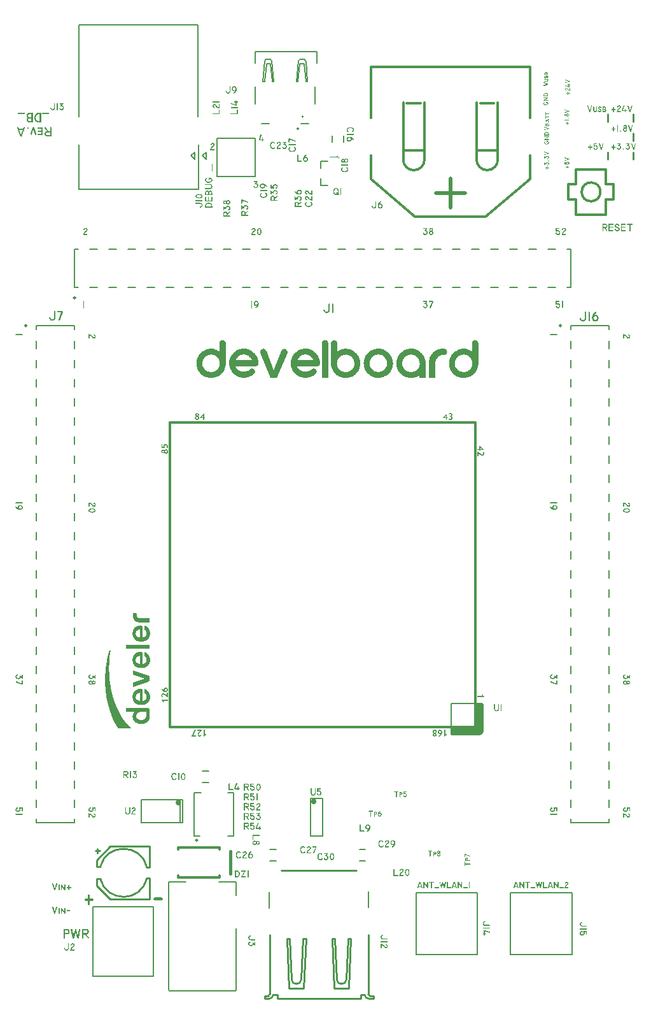
<source format=gto>
G04 Layer_Color=65535*
%FSLAX44Y44*%
%MOMM*%
G71*
G01*
G75*
%ADD10C,0.2000*%
%ADD37C,0.2500*%
%ADD38C,0.3500*%
%ADD39C,0.3000*%
%ADD40C,0.5000*%
%ADD41C,0.4000*%
%ADD112C,0.1500*%
%ADD113C,0.1000*%
%ADD114C,0.1270*%
%ADD115C,0.2540*%
G36*
X353739Y1088560D02*
X353843Y1088550D01*
X353957Y1088539D01*
X354082Y1088529D01*
X354353Y1088487D01*
X354634Y1088435D01*
X354905Y1088352D01*
X355040Y1088300D01*
X355155Y1088248D01*
X355165D01*
X355186Y1088227D01*
X355217Y1088206D01*
X355270Y1088185D01*
X355332Y1088143D01*
X355395Y1088091D01*
X355561Y1087967D01*
X355644Y1087883D01*
X355738Y1087800D01*
X355842Y1087696D01*
X355936Y1087581D01*
X356040Y1087456D01*
X356134Y1087331D01*
X356228Y1087175D01*
X356321Y1087019D01*
Y1087008D01*
X356332Y1086988D01*
X356353Y1086956D01*
X356373Y1086915D01*
X356405Y1086800D01*
X356415Y1086675D01*
Y1086665D01*
Y1086623D01*
X356405Y1086571D01*
X356384Y1086508D01*
X356363Y1086425D01*
X356321Y1086342D01*
X356269Y1086259D01*
X356196Y1086175D01*
X356186Y1086165D01*
X356155Y1086144D01*
X356113Y1086113D01*
X356050Y1086081D01*
X355978Y1086040D01*
X355894Y1086009D01*
X355811Y1085988D01*
X355707Y1085977D01*
X355686D01*
X355644Y1085988D01*
X355572Y1085998D01*
X355488Y1086030D01*
X355395Y1086081D01*
X355290Y1086144D01*
X355197Y1086248D01*
X355103Y1086384D01*
X355093Y1086404D01*
X355061Y1086456D01*
X354999Y1086529D01*
X354926Y1086623D01*
X354832Y1086717D01*
X354707Y1086821D01*
X354582Y1086915D01*
X354426Y1086998D01*
X354416Y1087008D01*
X354364Y1087019D01*
X354291Y1087050D01*
X354186Y1087081D01*
X354051Y1087102D01*
X353895Y1087133D01*
X353697Y1087144D01*
X353478Y1087154D01*
X353395D01*
X353343Y1087144D01*
X353270Y1087133D01*
X353187Y1087113D01*
X352999Y1087060D01*
X352885Y1087019D01*
X352780Y1086977D01*
X352656Y1086915D01*
X352541Y1086842D01*
X352426Y1086758D01*
X352312Y1086654D01*
X352197Y1086550D01*
X352083Y1086415D01*
X352072Y1086404D01*
X352052Y1086373D01*
X352020Y1086321D01*
X351979Y1086248D01*
X351916Y1086154D01*
X351864Y1086040D01*
X351802Y1085904D01*
X351739Y1085748D01*
X351666Y1085571D01*
X351604Y1085373D01*
X351552Y1085165D01*
X351500Y1084926D01*
X351448Y1084665D01*
X351416Y1084395D01*
X351395Y1084092D01*
X351385Y1083780D01*
Y1083759D01*
Y1083707D01*
Y1083624D01*
X351395Y1083520D01*
X351406Y1083384D01*
X351416Y1083228D01*
X351437Y1083051D01*
X351468Y1082864D01*
X351500Y1082666D01*
X351541Y1082447D01*
X351604Y1082239D01*
X351666Y1082020D01*
X351739Y1081812D01*
X351823Y1081603D01*
X351927Y1081395D01*
X352041Y1081208D01*
X352052Y1081197D01*
X352072Y1081166D01*
X352104Y1081114D01*
X352156Y1081062D01*
X352229Y1080979D01*
X352301Y1080906D01*
X352395Y1080812D01*
X352499Y1080729D01*
X352603Y1080635D01*
X352739Y1080541D01*
X352874Y1080468D01*
X353020Y1080396D01*
X353176Y1080333D01*
X353343Y1080281D01*
X353509Y1080250D01*
X353697Y1080239D01*
X353749D01*
X353801Y1080250D01*
X353874Y1080260D01*
X353968Y1080270D01*
X354082Y1080291D01*
X354197Y1080323D01*
X354332Y1080364D01*
X354478Y1080416D01*
X354624Y1080489D01*
X354780Y1080573D01*
X354947Y1080666D01*
X355103Y1080781D01*
X355270Y1080916D01*
X355426Y1081072D01*
X355582Y1081249D01*
X355592Y1081260D01*
X355624Y1081291D01*
X355665Y1081333D01*
X355728Y1081385D01*
X355801Y1081426D01*
X355884Y1081468D01*
X355988Y1081499D01*
X356092Y1081510D01*
X356144D01*
X356196Y1081499D01*
X356259Y1081479D01*
X356342Y1081458D01*
X356425Y1081416D01*
X356519Y1081364D01*
X356603Y1081291D01*
X356613Y1081281D01*
X356634Y1081249D01*
X356675Y1081208D01*
X356717Y1081145D01*
X356759Y1081072D01*
X356800Y1080989D01*
X356821Y1080895D01*
X356832Y1080791D01*
Y1080781D01*
Y1080750D01*
X356821Y1080708D01*
X356811Y1080645D01*
X356790Y1080573D01*
X356759Y1080500D01*
X356717Y1080427D01*
X356655Y1080343D01*
X356644Y1080333D01*
X356623Y1080302D01*
X356582Y1080260D01*
X356540Y1080208D01*
X356478Y1080135D01*
X356394Y1080052D01*
X356217Y1079875D01*
X356009Y1079677D01*
X355780Y1079479D01*
X355530Y1079302D01*
X355405Y1079229D01*
X355280Y1079156D01*
X355270D01*
X355249Y1079146D01*
X355217Y1079125D01*
X355165Y1079104D01*
X355093Y1079083D01*
X355020Y1079052D01*
X354926Y1079021D01*
X354832Y1078990D01*
X354718Y1078958D01*
X354593Y1078927D01*
X354322Y1078875D01*
X354009Y1078833D01*
X353666Y1078823D01*
X353593D01*
X353509Y1078833D01*
X353395Y1078844D01*
X353260Y1078865D01*
X353103Y1078896D01*
X352926Y1078938D01*
X352739Y1078990D01*
X352531Y1079062D01*
X352322Y1079156D01*
X352104Y1079260D01*
X351885Y1079396D01*
X351666Y1079552D01*
X351448Y1079729D01*
X351239Y1079937D01*
X351041Y1080177D01*
X351031Y1080198D01*
X351000Y1080239D01*
X350948Y1080323D01*
X350875Y1080427D01*
X350802Y1080562D01*
X350708Y1080729D01*
X350614Y1080927D01*
X350521Y1081145D01*
X350427Y1081385D01*
X350333Y1081666D01*
X350239Y1081958D01*
X350167Y1082280D01*
X350094Y1082624D01*
X350042Y1082989D01*
X350010Y1083374D01*
X350000Y1083780D01*
Y1083790D01*
Y1083811D01*
Y1083842D01*
Y1083884D01*
Y1083947D01*
X350010Y1084019D01*
Y1084092D01*
X350021Y1084186D01*
X350031Y1084395D01*
X350062Y1084624D01*
X350094Y1084884D01*
X350146Y1085175D01*
X350208Y1085467D01*
X350281Y1085779D01*
X350375Y1086092D01*
X350490Y1086394D01*
X350625Y1086706D01*
X350781Y1086998D01*
X350958Y1087279D01*
X351166Y1087529D01*
X351177Y1087540D01*
X351208Y1087571D01*
X351260Y1087623D01*
X351333Y1087696D01*
X351427Y1087769D01*
X351541Y1087862D01*
X351666Y1087956D01*
X351812Y1088050D01*
X351979Y1088143D01*
X352156Y1088237D01*
X352343Y1088331D01*
X352551Y1088404D01*
X352760Y1088477D01*
X352989Y1088529D01*
X353228Y1088560D01*
X353478Y1088570D01*
X353655D01*
X353739Y1088560D01*
D02*
G37*
G36*
X344292Y1020821D02*
X344355Y1020811D01*
X344427Y1020790D01*
X344500Y1020759D01*
X344573Y1020717D01*
X344657Y1020655D01*
X344667Y1020644D01*
X344698Y1020623D01*
X344740Y1020582D01*
X344792Y1020540D01*
X344865Y1020478D01*
X344948Y1020394D01*
X345125Y1020217D01*
X345323Y1020009D01*
X345521Y1019780D01*
X345698Y1019530D01*
X345771Y1019405D01*
X345844Y1019280D01*
Y1019269D01*
X345854Y1019249D01*
X345875Y1019217D01*
X345896Y1019165D01*
X345917Y1019092D01*
X345948Y1019020D01*
X345979Y1018926D01*
X346010Y1018832D01*
X346042Y1018717D01*
X346073Y1018593D01*
X346125Y1018322D01*
X346167Y1018009D01*
X346177Y1017666D01*
Y1017645D01*
Y1017593D01*
X346167Y1017510D01*
X346156Y1017395D01*
X346135Y1017260D01*
X346104Y1017103D01*
X346063Y1016926D01*
X346010Y1016739D01*
X345938Y1016531D01*
X345844Y1016322D01*
X345740Y1016104D01*
X345604Y1015885D01*
X345448Y1015666D01*
X345271Y1015447D01*
X345063Y1015239D01*
X344823Y1015041D01*
X344802Y1015031D01*
X344761Y1015000D01*
X344677Y1014948D01*
X344573Y1014875D01*
X344438Y1014802D01*
X344271Y1014708D01*
X344073Y1014614D01*
X343855Y1014521D01*
X343615Y1014427D01*
X343334Y1014333D01*
X343042Y1014240D01*
X342720Y1014167D01*
X342376Y1014094D01*
X342011Y1014042D01*
X341626Y1014010D01*
X341220Y1014000D01*
X341053D01*
X340980Y1014010D01*
X340908D01*
X340814Y1014021D01*
X340606Y1014031D01*
X340376Y1014062D01*
X340116Y1014094D01*
X339824Y1014146D01*
X339533Y1014208D01*
X339221Y1014281D01*
X338908Y1014375D01*
X338606Y1014490D01*
X338294Y1014625D01*
X338002Y1014781D01*
X337721Y1014958D01*
X337471Y1015166D01*
X337461Y1015177D01*
X337429Y1015208D01*
X337377Y1015260D01*
X337304Y1015333D01*
X337231Y1015427D01*
X337138Y1015541D01*
X337044Y1015666D01*
X336950Y1015812D01*
X336856Y1015979D01*
X336763Y1016156D01*
X336669Y1016343D01*
X336596Y1016551D01*
X336523Y1016760D01*
X336471Y1016989D01*
X336440Y1017228D01*
X336429Y1017478D01*
Y1017489D01*
Y1017530D01*
Y1017582D01*
Y1017655D01*
X336440Y1017739D01*
X336450Y1017843D01*
X336461Y1017957D01*
X336471Y1018082D01*
X336513Y1018353D01*
X336565Y1018634D01*
X336648Y1018905D01*
X336700Y1019040D01*
X336752Y1019155D01*
Y1019165D01*
X336773Y1019186D01*
X336794Y1019217D01*
X336815Y1019269D01*
X336856Y1019332D01*
X336909Y1019395D01*
X337034Y1019561D01*
X337117Y1019644D01*
X337200Y1019738D01*
X337304Y1019842D01*
X337419Y1019936D01*
X337544Y1020040D01*
X337669Y1020134D01*
X337825Y1020228D01*
X337981Y1020321D01*
X337992D01*
X338013Y1020332D01*
X338044Y1020352D01*
X338085Y1020373D01*
X338200Y1020405D01*
X338325Y1020415D01*
X338377D01*
X338429Y1020405D01*
X338492Y1020384D01*
X338575Y1020363D01*
X338658Y1020321D01*
X338741Y1020269D01*
X338825Y1020196D01*
X338835Y1020186D01*
X338856Y1020155D01*
X338887Y1020113D01*
X338918Y1020051D01*
X338960Y1019978D01*
X338991Y1019894D01*
X339012Y1019811D01*
X339023Y1019707D01*
Y1019686D01*
X339012Y1019644D01*
X339002Y1019572D01*
X338970Y1019488D01*
X338918Y1019395D01*
X338856Y1019290D01*
X338752Y1019197D01*
X338616Y1019103D01*
X338596Y1019092D01*
X338544Y1019061D01*
X338471Y1018999D01*
X338377Y1018926D01*
X338283Y1018832D01*
X338179Y1018707D01*
X338085Y1018582D01*
X338002Y1018426D01*
X337992Y1018416D01*
X337981Y1018363D01*
X337950Y1018291D01*
X337919Y1018186D01*
X337898Y1018051D01*
X337867Y1017895D01*
X337856Y1017697D01*
X337846Y1017478D01*
Y1017468D01*
Y1017447D01*
Y1017395D01*
X337856Y1017343D01*
X337867Y1017270D01*
X337887Y1017187D01*
X337940Y1016999D01*
X337981Y1016885D01*
X338023Y1016780D01*
X338085Y1016656D01*
X338158Y1016541D01*
X338242Y1016426D01*
X338346Y1016312D01*
X338450Y1016197D01*
X338585Y1016083D01*
X338596Y1016072D01*
X338627Y1016052D01*
X338679Y1016020D01*
X338752Y1015979D01*
X338846Y1015916D01*
X338960Y1015864D01*
X339095Y1015802D01*
X339252Y1015739D01*
X339429Y1015666D01*
X339627Y1015604D01*
X339835Y1015552D01*
X340074Y1015500D01*
X340335Y1015447D01*
X340606Y1015416D01*
X340908Y1015396D01*
X341220Y1015385D01*
X341376D01*
X341480Y1015396D01*
X341616Y1015406D01*
X341772Y1015416D01*
X341949Y1015437D01*
X342136Y1015468D01*
X342334Y1015500D01*
X342553Y1015541D01*
X342761Y1015604D01*
X342980Y1015666D01*
X343188Y1015739D01*
X343396Y1015823D01*
X343605Y1015927D01*
X343792Y1016041D01*
X343803Y1016052D01*
X343834Y1016072D01*
X343886Y1016104D01*
X343938Y1016156D01*
X344021Y1016229D01*
X344094Y1016301D01*
X344188Y1016395D01*
X344271Y1016499D01*
X344365Y1016603D01*
X344459Y1016739D01*
X344532Y1016874D01*
X344604Y1017020D01*
X344667Y1017176D01*
X344719Y1017343D01*
X344750Y1017510D01*
X344761Y1017697D01*
Y1017707D01*
Y1017749D01*
X344750Y1017801D01*
X344740Y1017874D01*
X344729Y1017968D01*
X344709Y1018082D01*
X344677Y1018197D01*
X344636Y1018332D01*
X344584Y1018478D01*
X344511Y1018624D01*
X344427Y1018780D01*
X344334Y1018947D01*
X344219Y1019103D01*
X344084Y1019269D01*
X343928Y1019426D01*
X343751Y1019582D01*
X343740Y1019592D01*
X343709Y1019624D01*
X343667Y1019665D01*
X343615Y1019728D01*
X343573Y1019801D01*
X343532Y1019884D01*
X343501Y1019988D01*
X343490Y1020092D01*
Y1020103D01*
Y1020144D01*
X343501Y1020196D01*
X343521Y1020259D01*
X343542Y1020342D01*
X343584Y1020425D01*
X343636Y1020519D01*
X343709Y1020602D01*
X343719Y1020613D01*
X343751Y1020634D01*
X343792Y1020675D01*
X343855Y1020717D01*
X343928Y1020759D01*
X344011Y1020800D01*
X344105Y1020821D01*
X344209Y1020832D01*
X344250D01*
X344292Y1020821D01*
D02*
G37*
G36*
X361987Y1088560D02*
X362091Y1088550D01*
X362205Y1088539D01*
X362341Y1088518D01*
X362476Y1088487D01*
X362778Y1088404D01*
X362924Y1088352D01*
X363080Y1088289D01*
X363226Y1088216D01*
X363372Y1088123D01*
X363507Y1088018D01*
X363632Y1087904D01*
X363642Y1087894D01*
X363663Y1087873D01*
X363705Y1087831D01*
X363757Y1087779D01*
X363819Y1087706D01*
X363882Y1087623D01*
X363955Y1087529D01*
X364038Y1087425D01*
X364111Y1087310D01*
X364184Y1087175D01*
X364309Y1086894D01*
X364361Y1086738D01*
X364403Y1086571D01*
X364423Y1086394D01*
X364434Y1086217D01*
Y1086196D01*
Y1086154D01*
X364423Y1086071D01*
X364413Y1085967D01*
X364392Y1085832D01*
X364361Y1085686D01*
X364309Y1085519D01*
X364257Y1085342D01*
X364174Y1085155D01*
X364080Y1084967D01*
X363965Y1084759D01*
X363819Y1084561D01*
X363653Y1084374D01*
X363455Y1084176D01*
X363236Y1083999D01*
X362976Y1083832D01*
X362955Y1083822D01*
X362913Y1083790D01*
X362840Y1083749D01*
X362736Y1083686D01*
X362622Y1083603D01*
X362486Y1083509D01*
X362330Y1083395D01*
X362174Y1083280D01*
X361997Y1083145D01*
X361820Y1082999D01*
X361476Y1082676D01*
X361310Y1082499D01*
X361143Y1082322D01*
X360997Y1082135D01*
X360862Y1081937D01*
Y1081926D01*
X360841Y1081906D01*
X360820Y1081874D01*
X360799Y1081822D01*
X360758Y1081770D01*
X360716Y1081697D01*
X360674Y1081614D01*
X360622Y1081510D01*
X360518Y1081291D01*
X360414Y1081041D01*
X360299Y1080750D01*
X360195Y1080427D01*
X363684D01*
X363736Y1080416D01*
X363851Y1080385D01*
X363976Y1080343D01*
X364111Y1080250D01*
X364163Y1080198D01*
X364215Y1080125D01*
X364267Y1080052D01*
X364298Y1079948D01*
X364319Y1079844D01*
X364330Y1079719D01*
Y1079708D01*
Y1079687D01*
Y1079656D01*
X364319Y1079604D01*
X364288Y1079500D01*
X364246Y1079364D01*
X364153Y1079240D01*
X364101Y1079177D01*
X364028Y1079125D01*
X363955Y1079073D01*
X363851Y1079042D01*
X363746Y1079021D01*
X363621Y1079010D01*
X358467D01*
Y1079021D01*
X358477Y1079062D01*
X358487Y1079115D01*
X358508Y1079198D01*
X358529Y1079292D01*
X358550Y1079406D01*
X358581Y1079541D01*
X358612Y1079677D01*
X358644Y1079833D01*
X358675Y1079989D01*
X358758Y1080333D01*
X358842Y1080677D01*
X358925Y1081031D01*
Y1081041D01*
X358946Y1081083D01*
X358966Y1081145D01*
X358987Y1081229D01*
X359029Y1081333D01*
X359071Y1081447D01*
X359133Y1081583D01*
X359185Y1081729D01*
X359331Y1082051D01*
X359508Y1082385D01*
X359716Y1082739D01*
X359945Y1083072D01*
X359956Y1083082D01*
X359987Y1083124D01*
X360029Y1083176D01*
X360102Y1083259D01*
X360185Y1083353D01*
X360289Y1083468D01*
X360414Y1083593D01*
X360549Y1083728D01*
X360706Y1083874D01*
X360883Y1084030D01*
X361070Y1084186D01*
X361278Y1084353D01*
X361497Y1084519D01*
X361737Y1084686D01*
X361997Y1084853D01*
X362268Y1085019D01*
X362278D01*
X362299Y1085040D01*
X362330Y1085061D01*
X362382Y1085092D01*
X362486Y1085186D01*
X362622Y1085301D01*
X362747Y1085457D01*
X362861Y1085644D01*
X362903Y1085748D01*
X362934Y1085863D01*
X362955Y1085988D01*
X362965Y1086113D01*
Y1086134D01*
Y1086186D01*
X362955Y1086269D01*
X362924Y1086373D01*
X362892Y1086488D01*
X362840Y1086613D01*
X362768Y1086738D01*
X362663Y1086852D01*
X362653Y1086863D01*
X362611Y1086904D01*
X362538Y1086946D01*
X362445Y1087008D01*
X362330Y1087060D01*
X362184Y1087113D01*
X362028Y1087144D01*
X361841Y1087154D01*
X361737D01*
X361622Y1087144D01*
X361487Y1087133D01*
X361330Y1087113D01*
X361185Y1087081D01*
X361039Y1087040D01*
X360914Y1086977D01*
X360893Y1086967D01*
X360841Y1086925D01*
X360768Y1086863D01*
X360674Y1086779D01*
X360560Y1086654D01*
X360445Y1086508D01*
X360341Y1086331D01*
X360237Y1086123D01*
X360227Y1086102D01*
X360206Y1086061D01*
X360164Y1085988D01*
X360102Y1085915D01*
X360018Y1085832D01*
X359914Y1085759D01*
X359789Y1085717D01*
X359643Y1085696D01*
X359602D01*
X359550Y1085707D01*
X359477Y1085717D01*
X359404Y1085738D01*
X359320Y1085779D01*
X359237Y1085821D01*
X359154Y1085884D01*
X359143Y1085894D01*
X359123Y1085915D01*
X359091Y1085967D01*
X359050Y1086019D01*
X359008Y1086092D01*
X358977Y1086175D01*
X358956Y1086269D01*
X358946Y1086373D01*
Y1086384D01*
Y1086404D01*
Y1086425D01*
X358956Y1086467D01*
X358977Y1086561D01*
X359008Y1086665D01*
Y1086675D01*
X359019Y1086685D01*
X359050Y1086748D01*
X359091Y1086842D01*
X359154Y1086967D01*
X359248Y1087102D01*
X359352Y1087269D01*
X359487Y1087435D01*
X359633Y1087623D01*
X359810Y1087800D01*
X360018Y1087967D01*
X360247Y1088133D01*
X360497Y1088269D01*
X360779Y1088393D01*
X361091Y1088487D01*
X361424Y1088550D01*
X361601Y1088570D01*
X361903D01*
X361987Y1088560D01*
D02*
G37*
G36*
X371307Y1088477D02*
X371390Y1088466D01*
X371494Y1088435D01*
X371588Y1088383D01*
X371671Y1088310D01*
X371734Y1088206D01*
X371744Y1088133D01*
X371755Y1088060D01*
Y1088050D01*
X371744Y1088008D01*
X371713Y1087946D01*
X371661Y1087852D01*
X371619Y1087800D01*
X371567Y1087737D01*
X371505Y1087664D01*
X371422Y1087592D01*
X371338Y1087508D01*
X371234Y1087414D01*
X371109Y1087310D01*
X370974Y1087206D01*
X369641Y1085707D01*
X369651D01*
X369672Y1085696D01*
X369703D01*
X369745Y1085686D01*
X369807Y1085665D01*
X369870Y1085644D01*
X370026Y1085592D01*
X370214Y1085509D01*
X370422Y1085415D01*
X370641Y1085280D01*
X370880Y1085123D01*
X371109Y1084926D01*
X371328Y1084697D01*
X371432Y1084561D01*
X371536Y1084426D01*
X371630Y1084269D01*
X371724Y1084103D01*
X371807Y1083936D01*
X371880Y1083749D01*
X371942Y1083551D01*
X372005Y1083343D01*
X372046Y1083124D01*
X372078Y1082884D01*
X372099Y1082635D01*
X372109Y1082374D01*
Y1082353D01*
Y1082301D01*
X372099Y1082218D01*
Y1082103D01*
X372078Y1081968D01*
X372057Y1081812D01*
X372026Y1081635D01*
X371984Y1081447D01*
X371932Y1081239D01*
X371869Y1081031D01*
X371796Y1080812D01*
X371703Y1080593D01*
X371588Y1080375D01*
X371463Y1080166D01*
X371307Y1079958D01*
X371140Y1079771D01*
X371130Y1079760D01*
X371099Y1079729D01*
X371047Y1079687D01*
X370984Y1079635D01*
X370901Y1079562D01*
X370797Y1079490D01*
X370672Y1079406D01*
X370536Y1079323D01*
X370391Y1079240D01*
X370224Y1079156D01*
X370047Y1079083D01*
X369860Y1079010D01*
X369662Y1078958D01*
X369453Y1078917D01*
X369224Y1078885D01*
X368995Y1078875D01*
X368901D01*
X368829Y1078885D01*
X368745Y1078896D01*
X368652Y1078906D01*
X368537Y1078927D01*
X368412Y1078948D01*
X368141Y1079010D01*
X367850Y1079115D01*
X367704Y1079177D01*
X367548Y1079250D01*
X367402Y1079344D01*
X367256Y1079437D01*
X367246Y1079448D01*
X367214Y1079469D01*
X367173Y1079500D01*
X367121Y1079552D01*
X367048Y1079614D01*
X366975Y1079698D01*
X366881Y1079781D01*
X366798Y1079885D01*
X366694Y1080000D01*
X366600Y1080125D01*
X366496Y1080270D01*
X366402Y1080427D01*
X366308Y1080583D01*
X366225Y1080760D01*
X366152Y1080947D01*
X366079Y1081145D01*
Y1081156D01*
X366069Y1081166D01*
X366058Y1081239D01*
X366048Y1081322D01*
X366038Y1081416D01*
Y1081426D01*
Y1081468D01*
X366048Y1081520D01*
X366069Y1081593D01*
X366090Y1081666D01*
X366121Y1081749D01*
X366173Y1081833D01*
X366246Y1081906D01*
X366256Y1081916D01*
X366287Y1081937D01*
X366329Y1081968D01*
X366381Y1081999D01*
X366454Y1082030D01*
X366537Y1082062D01*
X366631Y1082083D01*
X366725Y1082093D01*
X366746D01*
X366808Y1082083D01*
X366892Y1082062D01*
X366985Y1082020D01*
X367100Y1081947D01*
X367204Y1081843D01*
X367256Y1081780D01*
X367298Y1081708D01*
X367339Y1081614D01*
X367371Y1081510D01*
Y1081499D01*
X367381Y1081489D01*
X367412Y1081426D01*
X367454Y1081322D01*
X367527Y1081197D01*
X367631Y1081052D01*
X367746Y1080895D01*
X367902Y1080739D01*
X368079Y1080583D01*
X368100Y1080573D01*
X368141Y1080541D01*
X368224Y1080500D01*
X368329Y1080458D01*
X368454Y1080416D01*
X368610Y1080375D01*
X368787Y1080343D01*
X368974Y1080333D01*
X369047D01*
X369089Y1080343D01*
X369151D01*
X369224Y1080354D01*
X369380Y1080385D01*
X369568Y1080437D01*
X369766Y1080520D01*
X369953Y1080625D01*
X370141Y1080770D01*
X370151Y1080781D01*
X370172Y1080802D01*
X370193Y1080833D01*
X370234Y1080885D01*
X370276Y1080947D01*
X370328Y1081031D01*
X370391Y1081114D01*
X370443Y1081218D01*
X370495Y1081333D01*
X370557Y1081447D01*
X370651Y1081729D01*
X370693Y1081874D01*
X370724Y1082030D01*
X370734Y1082197D01*
X370745Y1082374D01*
Y1082385D01*
Y1082416D01*
Y1082468D01*
X370734Y1082541D01*
X370724Y1082624D01*
X370714Y1082728D01*
X370693Y1082832D01*
X370672Y1082947D01*
X370599Y1083197D01*
X370495Y1083447D01*
X370432Y1083572D01*
X370359Y1083697D01*
X370266Y1083801D01*
X370162Y1083905D01*
X370141Y1083926D01*
X370078Y1083968D01*
X369985Y1084030D01*
X369849Y1084103D01*
X369683Y1084186D01*
X369485Y1084269D01*
X369245Y1084342D01*
X368985Y1084395D01*
X368912D01*
X368839Y1084405D01*
X368735D01*
X368610Y1084415D01*
X368474Y1084426D01*
X368329Y1084436D01*
X368172Y1084446D01*
X368131D01*
X368079Y1084457D01*
X368006Y1084478D01*
X367933Y1084499D01*
X367860Y1084530D01*
X367777Y1084572D01*
X367704Y1084634D01*
X367693Y1084644D01*
X367673Y1084665D01*
X367641Y1084707D01*
X367610Y1084759D01*
X367548Y1084884D01*
X367527Y1084957D01*
X367516Y1085030D01*
Y1085040D01*
X367527Y1085082D01*
X367548Y1085144D01*
X367579Y1085228D01*
X367641Y1085332D01*
X367735Y1085436D01*
X367787Y1085498D01*
X367860Y1085550D01*
X367933Y1085613D01*
X368027Y1085675D01*
X369318Y1087071D01*
X367048D01*
X367006Y1087081D01*
X366892Y1087113D01*
X366767Y1087154D01*
X366642Y1087237D01*
X366579Y1087290D01*
X366527Y1087362D01*
X366485Y1087435D01*
X366454Y1087529D01*
X366433Y1087633D01*
X366423Y1087758D01*
Y1087769D01*
Y1087789D01*
Y1087821D01*
X366433Y1087873D01*
X366454Y1087987D01*
X366506Y1088112D01*
X366590Y1088248D01*
X366642Y1088300D01*
X366704Y1088352D01*
X366787Y1088404D01*
X366881Y1088435D01*
X366985Y1088456D01*
X367100Y1088466D01*
X371224Y1088487D01*
X371245D01*
X371307Y1088477D01*
D02*
G37*
G36*
X452292Y1054821D02*
X452355Y1054811D01*
X452427Y1054790D01*
X452500Y1054759D01*
X452573Y1054717D01*
X452657Y1054655D01*
X452667Y1054644D01*
X452698Y1054623D01*
X452740Y1054582D01*
X452792Y1054540D01*
X452865Y1054477D01*
X452948Y1054394D01*
X453125Y1054217D01*
X453323Y1054009D01*
X453521Y1053780D01*
X453698Y1053530D01*
X453771Y1053405D01*
X453844Y1053280D01*
Y1053270D01*
X453854Y1053249D01*
X453875Y1053217D01*
X453896Y1053165D01*
X453917Y1053092D01*
X453948Y1053020D01*
X453979Y1052926D01*
X454010Y1052832D01*
X454042Y1052718D01*
X454073Y1052593D01*
X454125Y1052322D01*
X454167Y1052009D01*
X454177Y1051666D01*
Y1051645D01*
Y1051593D01*
X454167Y1051509D01*
X454156Y1051395D01*
X454135Y1051260D01*
X454104Y1051103D01*
X454062Y1050926D01*
X454010Y1050739D01*
X453937Y1050531D01*
X453844Y1050322D01*
X453740Y1050104D01*
X453604Y1049885D01*
X453448Y1049666D01*
X453271Y1049448D01*
X453063Y1049239D01*
X452823Y1049041D01*
X452802Y1049031D01*
X452761Y1049000D01*
X452677Y1048948D01*
X452573Y1048875D01*
X452438Y1048802D01*
X452271Y1048708D01*
X452073Y1048614D01*
X451855Y1048521D01*
X451615Y1048427D01*
X451334Y1048333D01*
X451042Y1048240D01*
X450720Y1048167D01*
X450376Y1048094D01*
X450011Y1048042D01*
X449626Y1048010D01*
X449220Y1048000D01*
X449053D01*
X448980Y1048010D01*
X448908D01*
X448814Y1048021D01*
X448606Y1048031D01*
X448376Y1048063D01*
X448116Y1048094D01*
X447825Y1048146D01*
X447533Y1048208D01*
X447220Y1048281D01*
X446908Y1048375D01*
X446606Y1048490D01*
X446294Y1048625D01*
X446002Y1048781D01*
X445721Y1048958D01*
X445471Y1049166D01*
X445461Y1049177D01*
X445429Y1049208D01*
X445377Y1049260D01*
X445304Y1049333D01*
X445231Y1049427D01*
X445138Y1049541D01*
X445044Y1049666D01*
X444950Y1049812D01*
X444856Y1049979D01*
X444763Y1050156D01*
X444669Y1050343D01*
X444596Y1050551D01*
X444523Y1050760D01*
X444471Y1050989D01*
X444440Y1051228D01*
X444430Y1051478D01*
Y1051489D01*
Y1051530D01*
Y1051582D01*
Y1051655D01*
X444440Y1051739D01*
X444450Y1051843D01*
X444461Y1051957D01*
X444471Y1052082D01*
X444513Y1052353D01*
X444565Y1052634D01*
X444648Y1052905D01*
X444700Y1053040D01*
X444752Y1053155D01*
Y1053165D01*
X444773Y1053186D01*
X444794Y1053217D01*
X444815Y1053270D01*
X444856Y1053332D01*
X444909Y1053394D01*
X445034Y1053561D01*
X445117Y1053644D01*
X445200Y1053738D01*
X445304Y1053842D01*
X445419Y1053936D01*
X445544Y1054040D01*
X445669Y1054134D01*
X445825Y1054228D01*
X445981Y1054321D01*
X445992D01*
X446012Y1054332D01*
X446044Y1054353D01*
X446085Y1054373D01*
X446200Y1054405D01*
X446325Y1054415D01*
X446377D01*
X446429Y1054405D01*
X446492Y1054384D01*
X446575Y1054363D01*
X446658Y1054321D01*
X446741Y1054269D01*
X446825Y1054196D01*
X446835Y1054186D01*
X446856Y1054155D01*
X446887Y1054113D01*
X446918Y1054051D01*
X446960Y1053978D01*
X446991Y1053894D01*
X447012Y1053811D01*
X447023Y1053707D01*
Y1053686D01*
X447012Y1053644D01*
X447002Y1053571D01*
X446971Y1053488D01*
X446918Y1053394D01*
X446856Y1053290D01*
X446752Y1053197D01*
X446617Y1053103D01*
X446596Y1053092D01*
X446544Y1053061D01*
X446471Y1052999D01*
X446377Y1052926D01*
X446283Y1052832D01*
X446179Y1052707D01*
X446085Y1052582D01*
X446002Y1052426D01*
X445992Y1052415D01*
X445981Y1052364D01*
X445950Y1052291D01*
X445919Y1052186D01*
X445898Y1052051D01*
X445867Y1051895D01*
X445856Y1051697D01*
X445846Y1051478D01*
Y1051468D01*
Y1051447D01*
Y1051395D01*
X445856Y1051343D01*
X445867Y1051270D01*
X445887Y1051187D01*
X445940Y1050999D01*
X445981Y1050885D01*
X446023Y1050781D01*
X446085Y1050656D01*
X446158Y1050541D01*
X446242Y1050426D01*
X446346Y1050312D01*
X446450Y1050197D01*
X446585Y1050083D01*
X446596Y1050072D01*
X446627Y1050052D01*
X446679Y1050020D01*
X446752Y1049979D01*
X446846Y1049916D01*
X446960Y1049864D01*
X447095Y1049802D01*
X447252Y1049739D01*
X447429Y1049666D01*
X447627Y1049604D01*
X447835Y1049552D01*
X448074Y1049500D01*
X448335Y1049448D01*
X448606Y1049416D01*
X448908Y1049396D01*
X449220Y1049385D01*
X449376D01*
X449480Y1049396D01*
X449616Y1049406D01*
X449772Y1049416D01*
X449949Y1049437D01*
X450136Y1049468D01*
X450334Y1049500D01*
X450553Y1049541D01*
X450761Y1049604D01*
X450980Y1049666D01*
X451188Y1049739D01*
X451396Y1049822D01*
X451605Y1049927D01*
X451792Y1050041D01*
X451803Y1050052D01*
X451834Y1050072D01*
X451886Y1050104D01*
X451938Y1050156D01*
X452021Y1050229D01*
X452094Y1050302D01*
X452188Y1050395D01*
X452271Y1050499D01*
X452365Y1050603D01*
X452459Y1050739D01*
X452532Y1050874D01*
X452604Y1051020D01*
X452667Y1051176D01*
X452719Y1051343D01*
X452750Y1051509D01*
X452761Y1051697D01*
Y1051707D01*
Y1051749D01*
X452750Y1051801D01*
X452740Y1051874D01*
X452729Y1051968D01*
X452709Y1052082D01*
X452677Y1052197D01*
X452636Y1052332D01*
X452584Y1052478D01*
X452511Y1052624D01*
X452427Y1052780D01*
X452334Y1052947D01*
X452219Y1053103D01*
X452084Y1053270D01*
X451928Y1053426D01*
X451751Y1053582D01*
X451740Y1053592D01*
X451709Y1053624D01*
X451667Y1053665D01*
X451615Y1053728D01*
X451573Y1053801D01*
X451532Y1053884D01*
X451501Y1053988D01*
X451490Y1054092D01*
Y1054103D01*
Y1054144D01*
X451501Y1054196D01*
X451521Y1054259D01*
X451542Y1054342D01*
X451584Y1054426D01*
X451636Y1054519D01*
X451709Y1054603D01*
X451719Y1054613D01*
X451751Y1054634D01*
X451792Y1054675D01*
X451855Y1054717D01*
X451928Y1054759D01*
X452011Y1054800D01*
X452105Y1054821D01*
X452209Y1054832D01*
X452251D01*
X452292Y1054821D01*
D02*
G37*
G36*
X453521Y1058404D02*
X453635Y1058372D01*
X453760Y1058331D01*
X453885Y1058237D01*
X453948Y1058185D01*
X454000Y1058112D01*
X454042Y1058039D01*
X454073Y1057935D01*
X454094Y1057831D01*
X454104Y1057706D01*
Y1057695D01*
Y1057675D01*
Y1057643D01*
X454094Y1057602D01*
X454062Y1057487D01*
X454021Y1057362D01*
X453937Y1057237D01*
X453885Y1057175D01*
X453813Y1057123D01*
X453740Y1057081D01*
X453646Y1057050D01*
X453542Y1057029D01*
X453417Y1057019D01*
X445148D01*
X445096Y1057029D01*
X444992Y1057060D01*
X444856Y1057102D01*
X444731Y1057185D01*
X444679Y1057237D01*
X444617Y1057310D01*
X444575Y1057383D01*
X444544Y1057477D01*
X444523Y1057581D01*
X444513Y1057706D01*
Y1057716D01*
Y1057737D01*
Y1057768D01*
X444523Y1057820D01*
X444554Y1057935D01*
X444596Y1058060D01*
X444679Y1058195D01*
X444742Y1058247D01*
X444804Y1058299D01*
X444888Y1058352D01*
X444981Y1058383D01*
X445086Y1058404D01*
X445211Y1058414D01*
X453479D01*
X453521Y1058404D01*
D02*
G37*
G36*
X345521Y1024404D02*
X345635Y1024372D01*
X345760Y1024331D01*
X345885Y1024237D01*
X345948Y1024185D01*
X346000Y1024112D01*
X346042Y1024039D01*
X346073Y1023935D01*
X346094Y1023831D01*
X346104Y1023706D01*
Y1023695D01*
Y1023675D01*
Y1023643D01*
X346094Y1023602D01*
X346063Y1023487D01*
X346021Y1023362D01*
X345938Y1023237D01*
X345885Y1023175D01*
X345812Y1023123D01*
X345740Y1023081D01*
X345646Y1023050D01*
X345542Y1023029D01*
X345417Y1023018D01*
X337148D01*
X337096Y1023029D01*
X336992Y1023060D01*
X336856Y1023102D01*
X336731Y1023185D01*
X336679Y1023237D01*
X336617Y1023310D01*
X336575Y1023383D01*
X336544Y1023477D01*
X336523Y1023581D01*
X336513Y1023706D01*
Y1023716D01*
Y1023737D01*
Y1023768D01*
X336523Y1023820D01*
X336554Y1023935D01*
X336596Y1024060D01*
X336679Y1024195D01*
X336742Y1024247D01*
X336804Y1024299D01*
X336888Y1024352D01*
X336982Y1024383D01*
X337086Y1024404D01*
X337211Y1024414D01*
X345479D01*
X345521Y1024404D01*
D02*
G37*
G36*
X340491Y1033037D02*
X340585D01*
X340689Y1033026D01*
X340793Y1033016D01*
X341053Y1032985D01*
X341334Y1032943D01*
X341637Y1032891D01*
X341949Y1032808D01*
X341959D01*
X342011Y1032787D01*
X342074Y1032766D01*
X342168Y1032735D01*
X342282Y1032703D01*
X342407Y1032652D01*
X342553Y1032599D01*
X342720Y1032526D01*
X342886Y1032454D01*
X343063Y1032381D01*
X343438Y1032193D01*
X343813Y1031964D01*
X344178Y1031714D01*
X344188Y1031704D01*
X344219Y1031683D01*
X344271Y1031631D01*
X344344Y1031568D01*
X344438Y1031496D01*
X344532Y1031391D01*
X344646Y1031277D01*
X344782Y1031152D01*
X344917Y1031006D01*
X345063Y1030839D01*
X345219Y1030662D01*
X345375Y1030464D01*
X345531Y1030246D01*
X345698Y1030017D01*
X345854Y1029777D01*
X346021Y1029517D01*
Y1029506D01*
X346042Y1029486D01*
X346052Y1029454D01*
X346073Y1029413D01*
X346104Y1029298D01*
X346125Y1029173D01*
Y1029163D01*
Y1029121D01*
X346115Y1029069D01*
X346094Y1029007D01*
X346073Y1028923D01*
X346031Y1028840D01*
X345979Y1028767D01*
X345906Y1028684D01*
X345896Y1028673D01*
X345865Y1028652D01*
X345823Y1028621D01*
X345760Y1028590D01*
X345677Y1028559D01*
X345594Y1028528D01*
X345500Y1028507D01*
X345396Y1028496D01*
X345334D01*
X345271Y1028507D01*
X345188Y1028528D01*
X345104Y1028559D01*
X345021Y1028611D01*
X344948Y1028673D01*
X344886Y1028767D01*
X344875Y1028777D01*
X344865Y1028809D01*
X344834Y1028850D01*
X344792Y1028902D01*
X344740Y1028975D01*
X344677Y1029059D01*
X344542Y1029257D01*
X344375Y1029465D01*
X344188Y1029694D01*
X343990Y1029913D01*
X343792Y1030121D01*
X343782Y1030131D01*
X343771Y1030142D01*
X343709Y1030204D01*
X343615Y1030298D01*
X343490Y1030413D01*
X343324Y1030558D01*
X343147Y1030725D01*
X342938Y1030912D01*
X342720Y1031100D01*
X342740Y1031079D01*
X342751Y1031048D01*
X342782Y1031016D01*
X342813Y1030964D01*
X342845Y1030902D01*
X342876Y1030829D01*
X342917Y1030746D01*
X342959Y1030652D01*
X342990Y1030548D01*
X343022Y1030433D01*
X343053Y1030308D01*
X343074Y1030173D01*
X343094Y1030027D01*
X343115Y1029861D01*
Y1029694D01*
Y1029673D01*
Y1029631D01*
X343105Y1029548D01*
Y1029454D01*
X343094Y1029329D01*
X343074Y1029184D01*
X343042Y1029027D01*
X343011Y1028850D01*
X342970Y1028673D01*
X342917Y1028486D01*
X342845Y1028288D01*
X342772Y1028101D01*
X342678Y1027913D01*
X342563Y1027726D01*
X342438Y1027559D01*
X342293Y1027392D01*
X342282Y1027382D01*
X342251Y1027361D01*
X342209Y1027319D01*
X342136Y1027267D01*
X342053Y1027205D01*
X341949Y1027132D01*
X341824Y1027059D01*
X341689Y1026986D01*
X341532Y1026903D01*
X341355Y1026830D01*
X341168Y1026757D01*
X340960Y1026695D01*
X340731Y1026643D01*
X340491Y1026601D01*
X340231Y1026580D01*
X339960Y1026570D01*
X339887D01*
X339804Y1026580D01*
X339700D01*
X339564Y1026601D01*
X339408Y1026611D01*
X339241Y1026643D01*
X339054Y1026674D01*
X338856Y1026715D01*
X338648Y1026778D01*
X338429Y1026841D01*
X338210Y1026924D01*
X338002Y1027018D01*
X337783Y1027132D01*
X337585Y1027267D01*
X337388Y1027413D01*
X337377Y1027424D01*
X337346Y1027455D01*
X337294Y1027496D01*
X337231Y1027569D01*
X337148Y1027653D01*
X337065Y1027757D01*
X336982Y1027871D01*
X336877Y1028007D01*
X336784Y1028153D01*
X336700Y1028319D01*
X336607Y1028507D01*
X336534Y1028705D01*
X336471Y1028913D01*
X336419Y1029131D01*
X336388Y1029371D01*
X336377Y1029621D01*
Y1029642D01*
Y1029694D01*
X336388Y1029788D01*
X336398Y1029902D01*
X336419Y1030048D01*
X336440Y1030215D01*
X336482Y1030392D01*
X336534Y1030590D01*
X336596Y1030798D01*
X336679Y1031016D01*
X336784Y1031235D01*
X336909Y1031454D01*
X337044Y1031673D01*
X337211Y1031881D01*
X337408Y1032079D01*
X337627Y1032266D01*
X337638Y1032277D01*
X337669Y1032297D01*
X337731Y1032339D01*
X337815Y1032391D01*
X337908Y1032443D01*
X338033Y1032516D01*
X338179Y1032589D01*
X338335Y1032662D01*
X338512Y1032735D01*
X338721Y1032797D01*
X338929Y1032870D01*
X339168Y1032922D01*
X339418Y1032974D01*
X339689Y1033016D01*
X339970Y1033037D01*
X340272Y1033047D01*
X340418D01*
X340491Y1033037D01*
D02*
G37*
G36*
X388751Y1024786D02*
X388865D01*
X389001Y1024775D01*
X389157Y1024755D01*
X389324Y1024723D01*
X389511Y1024692D01*
X389709Y1024640D01*
X389917Y1024588D01*
X390136Y1024515D01*
X390344Y1024432D01*
X390563Y1024338D01*
X390782Y1024223D01*
X390979Y1024088D01*
X391177Y1023942D01*
X391188Y1023932D01*
X391219Y1023901D01*
X391271Y1023859D01*
X391334Y1023786D01*
X391406Y1023703D01*
X391490Y1023599D01*
X391583Y1023484D01*
X391677Y1023349D01*
X391771Y1023193D01*
X391865Y1023026D01*
X391948Y1022849D01*
X392021Y1022651D01*
X392083Y1022443D01*
X392135Y1022214D01*
X392167Y1021974D01*
X392177Y1021724D01*
Y1021703D01*
Y1021651D01*
X392167Y1021557D01*
X392156Y1021443D01*
X392135Y1021297D01*
X392115Y1021141D01*
X392073Y1020954D01*
X392021Y1020756D01*
X391958Y1020547D01*
X391875Y1020339D01*
X391781Y1020120D01*
X391656Y1019902D01*
X391521Y1019683D01*
X391354Y1019475D01*
X391167Y1019277D01*
X390948Y1019089D01*
X390938Y1019079D01*
X390896Y1019058D01*
X390844Y1019016D01*
X390761Y1018964D01*
X390667Y1018912D01*
X390542Y1018850D01*
X390396Y1018777D01*
X390240Y1018704D01*
X390053Y1018631D01*
X389855Y1018558D01*
X389636Y1018496D01*
X389397Y1018444D01*
X389147Y1018392D01*
X388876Y1018350D01*
X388595Y1018329D01*
X388293Y1018319D01*
X388147D01*
X388074Y1018329D01*
X387980D01*
X387876Y1018340D01*
X387761Y1018350D01*
X387512Y1018371D01*
X387220Y1018412D01*
X386928Y1018475D01*
X386616Y1018548D01*
X386606D01*
X386553Y1018569D01*
X386491Y1018589D01*
X386397Y1018621D01*
X386283Y1018652D01*
X386147Y1018704D01*
X386002Y1018756D01*
X385845Y1018829D01*
X385679Y1018892D01*
X385491Y1018975D01*
X385127Y1019162D01*
X384741Y1019381D01*
X384387Y1019631D01*
X384377Y1019641D01*
X384346Y1019673D01*
X384294Y1019714D01*
X384221Y1019777D01*
X384127Y1019860D01*
X384033Y1019954D01*
X383908Y1020068D01*
X383783Y1020204D01*
X383648Y1020350D01*
X383502Y1020516D01*
X383346Y1020693D01*
X383190Y1020891D01*
X383023Y1021099D01*
X382856Y1021328D01*
X382700Y1021568D01*
X382534Y1021828D01*
Y1021839D01*
X382513Y1021860D01*
X382502Y1021891D01*
X382482Y1021943D01*
X382450Y1022047D01*
X382430Y1022172D01*
Y1022182D01*
Y1022224D01*
X382440Y1022276D01*
X382461Y1022349D01*
X382492Y1022422D01*
X382534Y1022505D01*
X382586Y1022589D01*
X382669Y1022661D01*
X382679Y1022672D01*
X382711Y1022693D01*
X382752Y1022724D01*
X382815Y1022766D01*
X382888Y1022797D01*
X382971Y1022828D01*
X383065Y1022849D01*
X383169Y1022859D01*
X383231D01*
X383294Y1022849D01*
X383377Y1022828D01*
X383461Y1022797D01*
X383544Y1022745D01*
X383617Y1022682D01*
X383679Y1022589D01*
X383690Y1022578D01*
X383700Y1022547D01*
X383731Y1022505D01*
X383773Y1022453D01*
X383825Y1022380D01*
X383887Y1022297D01*
X384023Y1022099D01*
X384189Y1021891D01*
X384377Y1021662D01*
X384575Y1021443D01*
X384773Y1021235D01*
X384794Y1021214D01*
X384856Y1021151D01*
X384950Y1021058D01*
X385075Y1020943D01*
X385231Y1020797D01*
X385418Y1020631D01*
X385627Y1020443D01*
X385845Y1020256D01*
Y1020266D01*
X385825Y1020277D01*
X385804Y1020308D01*
X385783Y1020339D01*
X385752Y1020391D01*
X385720Y1020454D01*
X385679Y1020527D01*
X385637Y1020610D01*
X385606Y1020704D01*
X385564Y1020808D01*
X385533Y1020922D01*
X385502Y1021047D01*
X385481Y1021183D01*
X385460Y1021328D01*
X385439Y1021485D01*
Y1021651D01*
Y1021672D01*
Y1021714D01*
X385450Y1021797D01*
Y1021891D01*
X385460Y1022016D01*
X385481Y1022161D01*
X385512Y1022318D01*
X385543Y1022495D01*
X385585Y1022682D01*
X385648Y1022870D01*
X385710Y1023057D01*
X385793Y1023255D01*
X385887Y1023442D01*
X386002Y1023630D01*
X386137Y1023796D01*
X386283Y1023963D01*
X386293Y1023973D01*
X386324Y1023994D01*
X386366Y1024036D01*
X386439Y1024099D01*
X386522Y1024161D01*
X386626Y1024223D01*
X386741Y1024307D01*
X386887Y1024380D01*
X387043Y1024453D01*
X387220Y1024536D01*
X387407Y1024598D01*
X387616Y1024671D01*
X387834Y1024723D01*
X388074Y1024765D01*
X388334Y1024786D01*
X388605Y1024796D01*
X388678D01*
X388751Y1024786D01*
D02*
G37*
G36*
X359500Y1016832D02*
X359563Y1016811D01*
X359646Y1016790D01*
X359729Y1016748D01*
X359813Y1016696D01*
X359896Y1016623D01*
X359906Y1016613D01*
X359927Y1016582D01*
X359958Y1016540D01*
X360000Y1016478D01*
X360042Y1016405D01*
X360073Y1016321D01*
X360094Y1016228D01*
X360104Y1016123D01*
Y1016113D01*
X360094Y1016071D01*
X360083Y1016009D01*
X360062Y1015936D01*
X360031Y1015842D01*
X359969Y1015759D01*
X359896Y1015665D01*
X359792Y1015582D01*
X356063Y1012958D01*
Y1011395D01*
X359459D01*
X359510Y1011385D01*
X359615Y1011354D01*
X359750Y1011312D01*
X359875Y1011218D01*
X359938Y1011166D01*
X359990Y1011094D01*
X360042Y1011021D01*
X360073Y1010916D01*
X360094Y1010812D01*
X360104Y1010687D01*
Y1010677D01*
Y1010656D01*
Y1010625D01*
X360094Y1010583D01*
X360062Y1010469D01*
X360010Y1010344D01*
X359979Y1010281D01*
X359927Y1010219D01*
X359875Y1010156D01*
X359802Y1010104D01*
X359719Y1010062D01*
X359625Y1010031D01*
X359510Y1010010D01*
X359386Y1010000D01*
X350534D01*
Y1014051D01*
Y1014062D01*
Y1014103D01*
Y1014166D01*
X350544Y1014239D01*
X350555Y1014343D01*
X350575Y1014457D01*
X350596Y1014582D01*
X350627Y1014718D01*
X350669Y1014863D01*
X350711Y1015020D01*
X350773Y1015186D01*
X350846Y1015342D01*
X350929Y1015509D01*
X351034Y1015676D01*
X351138Y1015832D01*
X351273Y1015988D01*
X351283Y1015999D01*
X351315Y1016030D01*
X351356Y1016071D01*
X351419Y1016123D01*
X351502Y1016186D01*
X351596Y1016259D01*
X351710Y1016332D01*
X351835Y1016415D01*
X351981Y1016498D01*
X352137Y1016571D01*
X352304Y1016644D01*
X352491Y1016707D01*
X352689Y1016759D01*
X352898Y1016811D01*
X353116Y1016832D01*
X353356Y1016842D01*
X353418D01*
X353491Y1016832D01*
X353595Y1016821D01*
X353720Y1016800D01*
X353866Y1016779D01*
X354022Y1016738D01*
X354189Y1016696D01*
X354366Y1016623D01*
X354553Y1016550D01*
X354741Y1016446D01*
X354928Y1016332D01*
X355105Y1016196D01*
X355282Y1016030D01*
X355449Y1015842D01*
X355605Y1015634D01*
X355626Y1015613D01*
X355678Y1015561D01*
X355751Y1015467D01*
X355834Y1015342D01*
X355918Y1015176D01*
X355991Y1014988D01*
X356043Y1014780D01*
X356053Y1014666D01*
X356063Y1014540D01*
Y1014551D01*
X358969Y1016696D01*
X358979Y1016707D01*
X359011Y1016717D01*
X359052Y1016738D01*
X359104Y1016769D01*
X359240Y1016821D01*
X359313Y1016832D01*
X359396Y1016842D01*
X359448D01*
X359500Y1016832D01*
D02*
G37*
G36*
X391500Y1008832D02*
X391563Y1008811D01*
X391646Y1008790D01*
X391729Y1008748D01*
X391813Y1008696D01*
X391896Y1008623D01*
X391906Y1008613D01*
X391927Y1008582D01*
X391958Y1008540D01*
X392000Y1008477D01*
X392042Y1008405D01*
X392073Y1008321D01*
X392094Y1008228D01*
X392104Y1008123D01*
Y1008113D01*
X392094Y1008071D01*
X392083Y1008009D01*
X392062Y1007936D01*
X392031Y1007842D01*
X391969Y1007759D01*
X391896Y1007665D01*
X391792Y1007582D01*
X388064Y1004958D01*
Y1003395D01*
X391459D01*
X391511Y1003385D01*
X391615Y1003354D01*
X391750Y1003312D01*
X391875Y1003218D01*
X391937Y1003166D01*
X391990Y1003093D01*
X392042Y1003021D01*
X392073Y1002916D01*
X392094Y1002812D01*
X392104Y1002687D01*
Y1002677D01*
Y1002656D01*
Y1002625D01*
X392094Y1002583D01*
X392062Y1002469D01*
X392010Y1002344D01*
X391979Y1002281D01*
X391927Y1002219D01*
X391875Y1002156D01*
X391802Y1002104D01*
X391719Y1002063D01*
X391625Y1002031D01*
X391511Y1002010D01*
X391386Y1002000D01*
X382534D01*
Y1006051D01*
Y1006061D01*
Y1006103D01*
Y1006166D01*
X382544Y1006238D01*
X382555Y1006343D01*
X382575Y1006457D01*
X382596Y1006582D01*
X382627Y1006718D01*
X382669Y1006863D01*
X382711Y1007020D01*
X382773Y1007186D01*
X382846Y1007342D01*
X382929Y1007509D01*
X383033Y1007676D01*
X383138Y1007832D01*
X383273Y1007988D01*
X383284Y1007999D01*
X383315Y1008030D01*
X383356Y1008071D01*
X383419Y1008123D01*
X383502Y1008186D01*
X383596Y1008259D01*
X383711Y1008332D01*
X383835Y1008415D01*
X383981Y1008498D01*
X384137Y1008571D01*
X384304Y1008644D01*
X384492Y1008707D01*
X384689Y1008759D01*
X384898Y1008811D01*
X385116Y1008832D01*
X385356Y1008842D01*
X385418D01*
X385491Y1008832D01*
X385595Y1008821D01*
X385720Y1008800D01*
X385866Y1008780D01*
X386022Y1008738D01*
X386189Y1008696D01*
X386366Y1008623D01*
X386553Y1008550D01*
X386741Y1008446D01*
X386928Y1008332D01*
X387105Y1008196D01*
X387282Y1008030D01*
X387449Y1007842D01*
X387605Y1007634D01*
X387626Y1007613D01*
X387678Y1007561D01*
X387751Y1007467D01*
X387834Y1007342D01*
X387918Y1007176D01*
X387991Y1006988D01*
X388043Y1006780D01*
X388053Y1006665D01*
X388064Y1006541D01*
Y1006551D01*
X390969Y1008696D01*
X390979Y1008707D01*
X391011Y1008717D01*
X391052Y1008738D01*
X391104Y1008769D01*
X391240Y1008821D01*
X391313Y1008832D01*
X391396Y1008842D01*
X391448D01*
X391500Y1008832D01*
D02*
G37*
G36*
X388782Y1016340D02*
X388897D01*
X389032Y1016319D01*
X389188Y1016298D01*
X389365Y1016267D01*
X389553Y1016226D01*
X389761Y1016173D01*
X389969Y1016111D01*
X390188Y1016038D01*
X390407Y1015944D01*
X390625Y1015830D01*
X390834Y1015705D01*
X391042Y1015549D01*
X391229Y1015382D01*
X391240Y1015372D01*
X391271Y1015340D01*
X391313Y1015288D01*
X391365Y1015226D01*
X391438Y1015143D01*
X391511Y1015038D01*
X391594Y1014913D01*
X391677Y1014778D01*
X391760Y1014632D01*
X391844Y1014466D01*
X391917Y1014288D01*
X391990Y1014101D01*
X392042Y1013903D01*
X392083Y1013695D01*
X392115Y1013466D01*
X392125Y1013237D01*
Y1013226D01*
Y1013195D01*
Y1013143D01*
X392115Y1013070D01*
X392104Y1012987D01*
X392094Y1012893D01*
X392073Y1012778D01*
X392052Y1012654D01*
X391990Y1012383D01*
X391885Y1012091D01*
X391823Y1011945D01*
X391750Y1011789D01*
X391656Y1011643D01*
X391563Y1011498D01*
X391552Y1011487D01*
X391531Y1011456D01*
X391500Y1011414D01*
X391448Y1011362D01*
X391386Y1011289D01*
X391302Y1011216D01*
X391219Y1011123D01*
X391115Y1011039D01*
X391000Y1010935D01*
X390875Y1010842D01*
X390729Y1010737D01*
X390573Y1010644D01*
X390417Y1010550D01*
X390240Y1010467D01*
X390053Y1010394D01*
X389855Y1010321D01*
X389844D01*
X389834Y1010310D01*
X389761Y1010300D01*
X389678Y1010290D01*
X389584Y1010279D01*
X389532D01*
X389480Y1010290D01*
X389407Y1010310D01*
X389334Y1010331D01*
X389251Y1010362D01*
X389167Y1010415D01*
X389095Y1010487D01*
X389084Y1010498D01*
X389063Y1010529D01*
X389032Y1010571D01*
X389001Y1010623D01*
X388969Y1010696D01*
X388938Y1010779D01*
X388918Y1010873D01*
X388907Y1010966D01*
Y1010977D01*
Y1010987D01*
X388918Y1011050D01*
X388938Y1011133D01*
X388980Y1011227D01*
X389053Y1011341D01*
X389157Y1011445D01*
X389220Y1011498D01*
X389292Y1011539D01*
X389386Y1011581D01*
X389490Y1011612D01*
X389501D01*
X389511Y1011622D01*
X389574Y1011654D01*
X389678Y1011695D01*
X389803Y1011768D01*
X389948Y1011872D01*
X390105Y1011987D01*
X390261Y1012143D01*
X390417Y1012320D01*
X390428Y1012341D01*
X390459Y1012383D01*
X390500Y1012466D01*
X390542Y1012570D01*
X390584Y1012695D01*
X390625Y1012851D01*
X390657Y1013028D01*
X390667Y1013216D01*
Y1013226D01*
Y1013247D01*
Y1013289D01*
X390657Y1013330D01*
Y1013393D01*
X390646Y1013466D01*
X390615Y1013622D01*
X390563Y1013810D01*
X390480Y1014007D01*
X390375Y1014195D01*
X390230Y1014382D01*
X390219Y1014393D01*
X390198Y1014414D01*
X390167Y1014434D01*
X390115Y1014476D01*
X390053Y1014518D01*
X389969Y1014570D01*
X389886Y1014632D01*
X389782Y1014684D01*
X389667Y1014736D01*
X389553Y1014799D01*
X389272Y1014893D01*
X389126Y1014934D01*
X388969Y1014965D01*
X388803Y1014976D01*
X388626Y1014986D01*
X388532D01*
X388459Y1014976D01*
X388376Y1014965D01*
X388272Y1014955D01*
X388168Y1014934D01*
X388053Y1014913D01*
X387803Y1014840D01*
X387553Y1014736D01*
X387428Y1014674D01*
X387303Y1014601D01*
X387199Y1014507D01*
X387095Y1014403D01*
X387074Y1014382D01*
X387033Y1014320D01*
X386970Y1014226D01*
X386897Y1014091D01*
X386814Y1013924D01*
X386730Y1013726D01*
X386658Y1013487D01*
X386606Y1013226D01*
Y1013205D01*
Y1013153D01*
X386595Y1013081D01*
Y1012976D01*
X386585Y1012851D01*
X386574Y1012716D01*
X386564Y1012570D01*
X386553Y1012414D01*
Y1012404D01*
Y1012372D01*
X386543Y1012320D01*
X386522Y1012247D01*
X386501Y1012175D01*
X386470Y1012102D01*
X386428Y1012018D01*
X386366Y1011945D01*
X386356Y1011935D01*
X386335Y1011914D01*
X386293Y1011883D01*
X386241Y1011852D01*
X386116Y1011789D01*
X386043Y1011768D01*
X385970Y1011758D01*
X385960D01*
X385918Y1011768D01*
X385856Y1011789D01*
X385772Y1011820D01*
X385668Y1011883D01*
X385564Y1011977D01*
X385502Y1012029D01*
X385450Y1012102D01*
X385387Y1012175D01*
X385325Y1012268D01*
X383929Y1013559D01*
Y1011352D01*
Y1011341D01*
Y1011320D01*
Y1011289D01*
X383919Y1011248D01*
X383887Y1011133D01*
X383846Y1011008D01*
X383763Y1010883D01*
X383711Y1010821D01*
X383638Y1010769D01*
X383565Y1010727D01*
X383471Y1010696D01*
X383367Y1010675D01*
X383242Y1010665D01*
X383179D01*
X383127Y1010675D01*
X383013Y1010696D01*
X382888Y1010748D01*
X382752Y1010831D01*
X382700Y1010883D01*
X382648Y1010946D01*
X382596Y1011029D01*
X382565Y1011123D01*
X382544Y1011227D01*
X382534Y1011341D01*
X382513Y1015465D01*
Y1015476D01*
Y1015486D01*
X382523Y1015549D01*
X382534Y1015632D01*
X382565Y1015736D01*
X382617Y1015830D01*
X382690Y1015913D01*
X382794Y1015976D01*
X382867Y1015986D01*
X382940Y1015996D01*
X382950D01*
X382992Y1015986D01*
X383054Y1015955D01*
X383148Y1015903D01*
X383200Y1015861D01*
X383263Y1015809D01*
X383336Y1015747D01*
X383409Y1015663D01*
X383492Y1015580D01*
X383586Y1015476D01*
X383690Y1015351D01*
X383794Y1015215D01*
X385293Y1013882D01*
Y1013893D01*
X385304Y1013914D01*
Y1013945D01*
X385314Y1013987D01*
X385335Y1014049D01*
X385356Y1014111D01*
X385408Y1014268D01*
X385491Y1014455D01*
X385585Y1014663D01*
X385720Y1014882D01*
X385877Y1015122D01*
X386074Y1015351D01*
X386303Y1015569D01*
X386439Y1015674D01*
X386574Y1015778D01*
X386730Y1015872D01*
X386897Y1015965D01*
X387064Y1016049D01*
X387251Y1016121D01*
X387449Y1016184D01*
X387657Y1016246D01*
X387876Y1016288D01*
X388116Y1016319D01*
X388366Y1016340D01*
X388626Y1016350D01*
X388699D01*
X388782Y1016340D01*
D02*
G37*
G36*
X302361Y1162378D02*
X302476Y1162367D01*
X302621Y1162347D01*
X302788Y1162326D01*
X302965Y1162284D01*
X303163Y1162232D01*
X303371Y1162170D01*
X303590Y1162086D01*
X303809Y1161982D01*
X304027Y1161857D01*
X304246Y1161722D01*
X304454Y1161555D01*
X304652Y1161357D01*
X304840Y1161139D01*
X304850Y1161128D01*
X304871Y1161097D01*
X304913Y1161034D01*
X304965Y1160951D01*
X305017Y1160857D01*
X305090Y1160732D01*
X305163Y1160587D01*
X305235Y1160431D01*
X305308Y1160253D01*
X305371Y1160045D01*
X305444Y1159837D01*
X305496Y1159597D01*
X305548Y1159347D01*
X305590Y1159077D01*
X305610Y1158795D01*
X305621Y1158493D01*
Y1158483D01*
Y1158452D01*
Y1158410D01*
Y1158348D01*
X305610Y1158275D01*
Y1158181D01*
X305600Y1158077D01*
X305590Y1157973D01*
X305558Y1157712D01*
X305517Y1157431D01*
X305464Y1157129D01*
X305381Y1156817D01*
Y1156806D01*
X305360Y1156754D01*
X305340Y1156692D01*
X305308Y1156598D01*
X305277Y1156484D01*
X305225Y1156359D01*
X305173Y1156213D01*
X305100Y1156046D01*
X305027Y1155880D01*
X304954Y1155703D01*
X304767Y1155328D01*
X304538Y1154953D01*
X304288Y1154588D01*
X304277Y1154578D01*
X304256Y1154547D01*
X304204Y1154494D01*
X304142Y1154422D01*
X304069Y1154328D01*
X303965Y1154234D01*
X303850Y1154120D01*
X303725Y1153984D01*
X303580Y1153849D01*
X303413Y1153703D01*
X303236Y1153547D01*
X303038Y1153391D01*
X302819Y1153234D01*
X302590Y1153068D01*
X302351Y1152912D01*
X302090Y1152745D01*
X302080D01*
X302059Y1152724D01*
X302028Y1152714D01*
X301986Y1152693D01*
X301872Y1152662D01*
X301747Y1152641D01*
X301695D01*
X301643Y1152651D01*
X301580Y1152672D01*
X301497Y1152693D01*
X301413Y1152735D01*
X301341Y1152787D01*
X301257Y1152859D01*
X301247Y1152870D01*
X301226Y1152901D01*
X301195Y1152943D01*
X301164Y1153005D01*
X301132Y1153089D01*
X301101Y1153172D01*
X301080Y1153266D01*
X301070Y1153370D01*
Y1153391D01*
Y1153432D01*
X301080Y1153495D01*
X301101Y1153578D01*
X301132Y1153661D01*
X301184Y1153745D01*
X301247Y1153818D01*
X301341Y1153880D01*
X301351Y1153891D01*
X301382Y1153901D01*
X301424Y1153932D01*
X301476Y1153974D01*
X301549Y1154026D01*
X301632Y1154088D01*
X301830Y1154224D01*
X302038Y1154390D01*
X302267Y1154578D01*
X302486Y1154776D01*
X302694Y1154974D01*
X302705Y1154984D01*
X302715Y1154994D01*
X302778Y1155057D01*
X302871Y1155151D01*
X302986Y1155275D01*
X303132Y1155442D01*
X303298Y1155619D01*
X303486Y1155827D01*
X303673Y1156046D01*
X303652Y1156025D01*
X303621Y1156015D01*
X303590Y1155984D01*
X303538Y1155953D01*
X303475Y1155921D01*
X303403Y1155890D01*
X303319Y1155848D01*
X303225Y1155807D01*
X303121Y1155775D01*
X303007Y1155744D01*
X302882Y1155713D01*
X302747Y1155692D01*
X302601Y1155671D01*
X302434Y1155650D01*
X302205D01*
X302122Y1155661D01*
X302028D01*
X301903Y1155671D01*
X301757Y1155692D01*
X301601Y1155723D01*
X301424Y1155755D01*
X301247Y1155796D01*
X301059Y1155848D01*
X300862Y1155921D01*
X300674Y1155994D01*
X300487Y1156088D01*
X300299Y1156202D01*
X300133Y1156327D01*
X299966Y1156473D01*
X299956Y1156484D01*
X299935Y1156515D01*
X299893Y1156556D01*
X299841Y1156629D01*
X299778Y1156713D01*
X299706Y1156817D01*
X299633Y1156942D01*
X299560Y1157077D01*
X299477Y1157233D01*
X299404Y1157410D01*
X299331Y1157598D01*
X299268Y1157806D01*
X299216Y1158035D01*
X299174Y1158275D01*
X299154Y1158535D01*
X299143Y1158806D01*
Y1158827D01*
Y1158879D01*
X299154Y1158962D01*
Y1159066D01*
X299174Y1159202D01*
X299185Y1159358D01*
X299216Y1159525D01*
X299247Y1159712D01*
X299289Y1159910D01*
X299352Y1160118D01*
X299414Y1160337D01*
X299497Y1160555D01*
X299591Y1160764D01*
X299706Y1160982D01*
X299841Y1161180D01*
X299987Y1161378D01*
X299997Y1161389D01*
X300028Y1161420D01*
X300070Y1161472D01*
X300143Y1161534D01*
X300226Y1161618D01*
X300330Y1161701D01*
X300445Y1161784D01*
X300580Y1161888D01*
X300726Y1161982D01*
X300893Y1162066D01*
X301080Y1162159D01*
X301278Y1162232D01*
X301486Y1162295D01*
X301705Y1162347D01*
X301945Y1162378D01*
X302194Y1162388D01*
X302267D01*
X302361Y1162378D01*
D02*
G37*
G36*
X296831Y1162253D02*
X296946Y1162222D01*
X297071Y1162170D01*
X297133Y1162138D01*
X297196Y1162086D01*
X297258Y1162024D01*
X297310Y1161961D01*
X297352Y1161868D01*
X297383Y1161774D01*
X297404Y1161659D01*
X297414Y1161534D01*
Y1155963D01*
Y1155953D01*
Y1155911D01*
X297404Y1155838D01*
Y1155755D01*
X297383Y1155640D01*
X297362Y1155515D01*
X297331Y1155369D01*
X297290Y1155213D01*
X297237Y1155036D01*
X297165Y1154859D01*
X297092Y1154661D01*
X296987Y1154474D01*
X296873Y1154265D01*
X296738Y1154068D01*
X296581Y1153859D01*
X296404Y1153661D01*
X296394Y1153651D01*
X296363Y1153620D01*
X296321Y1153568D01*
X296248Y1153495D01*
X296165Y1153411D01*
X296061Y1153318D01*
X295936Y1153224D01*
X295800Y1153130D01*
X295644Y1153026D01*
X295467Y1152932D01*
X295280Y1152839D01*
X295071Y1152755D01*
X294853Y1152693D01*
X294613Y1152630D01*
X294363Y1152599D01*
X294103Y1152589D01*
X294051D01*
X293988Y1152599D01*
X293895Y1152610D01*
X293790Y1152630D01*
X293666Y1152651D01*
X293520Y1152693D01*
X293374Y1152745D01*
X293207Y1152818D01*
X293030Y1152901D01*
X292843Y1152995D01*
X292655Y1153120D01*
X292468Y1153266D01*
X292270Y1153432D01*
X292083Y1153630D01*
X291895Y1153849D01*
X291885Y1153859D01*
X291864Y1153880D01*
X291822Y1153922D01*
X291770Y1153974D01*
X291697Y1154047D01*
X291635Y1154130D01*
X291551Y1154234D01*
X291479Y1154338D01*
X291406Y1154463D01*
X291322Y1154599D01*
X291260Y1154744D01*
X291197Y1154901D01*
X291135Y1155067D01*
X291093Y1155244D01*
X291072Y1155432D01*
X291062Y1155630D01*
Y1155640D01*
Y1155661D01*
Y1155692D01*
X291072Y1155744D01*
X291093Y1155859D01*
X291145Y1155984D01*
X291229Y1156119D01*
X291281Y1156171D01*
X291343Y1156223D01*
X291416Y1156275D01*
X291510Y1156307D01*
X291614Y1156327D01*
X291728Y1156338D01*
X291791D01*
X291843Y1156327D01*
X291958Y1156296D01*
X292093Y1156244D01*
X292155Y1156202D01*
X292218Y1156161D01*
X292280Y1156098D01*
X292332Y1156025D01*
X292385Y1155942D01*
X292416Y1155838D01*
X292437Y1155734D01*
X292447Y1155598D01*
Y1155588D01*
Y1155577D01*
Y1155546D01*
X292458Y1155515D01*
X292478Y1155411D01*
X292520Y1155275D01*
X292582Y1155098D01*
X292676Y1154901D01*
X292739Y1154786D01*
X292812Y1154671D01*
X292895Y1154547D01*
X292989Y1154422D01*
X292999D01*
X293009Y1154401D01*
X293041Y1154380D01*
X293072Y1154349D01*
X293176Y1154286D01*
X293311Y1154203D01*
X293478Y1154120D01*
X293666Y1154057D01*
X293874Y1154005D01*
X294103Y1153984D01*
X294186D01*
X294249Y1153995D01*
X294311Y1154005D01*
X294405Y1154015D01*
X294592Y1154068D01*
X294821Y1154140D01*
X294936Y1154193D01*
X295061Y1154255D01*
X295175Y1154328D01*
X295290Y1154422D01*
X295405Y1154515D01*
X295519Y1154630D01*
X295530Y1154640D01*
X295540Y1154661D01*
X295571Y1154692D01*
X295602Y1154734D01*
X295644Y1154786D01*
X295686Y1154859D01*
X295790Y1155015D01*
X295884Y1155213D01*
X295967Y1155442D01*
X296029Y1155692D01*
X296040Y1155827D01*
X296050Y1155963D01*
Y1161534D01*
Y1161545D01*
Y1161566D01*
Y1161597D01*
X296061Y1161649D01*
X296082Y1161764D01*
X296134Y1161899D01*
X296217Y1162034D01*
X296269Y1162097D01*
X296332Y1162149D01*
X296415Y1162201D01*
X296509Y1162232D01*
X296613Y1162253D01*
X296727Y1162263D01*
X296790D01*
X296831Y1162253D01*
D02*
G37*
G36*
X356782Y1024340D02*
X356897D01*
X357032Y1024319D01*
X357188Y1024298D01*
X357365Y1024267D01*
X357553Y1024225D01*
X357761Y1024174D01*
X357969Y1024111D01*
X358188Y1024038D01*
X358407Y1023944D01*
X358625Y1023830D01*
X358834Y1023705D01*
X359042Y1023549D01*
X359229Y1023382D01*
X359240Y1023372D01*
X359271Y1023340D01*
X359313Y1023288D01*
X359365Y1023226D01*
X359438Y1023142D01*
X359510Y1023038D01*
X359594Y1022913D01*
X359677Y1022778D01*
X359761Y1022632D01*
X359844Y1022466D01*
X359917Y1022289D01*
X359990Y1022101D01*
X360042Y1021903D01*
X360083Y1021695D01*
X360115Y1021466D01*
X360125Y1021237D01*
Y1021226D01*
Y1021195D01*
Y1021143D01*
X360115Y1021070D01*
X360104Y1020987D01*
X360094Y1020893D01*
X360073Y1020779D01*
X360052Y1020654D01*
X359990Y1020383D01*
X359885Y1020091D01*
X359823Y1019945D01*
X359750Y1019789D01*
X359656Y1019643D01*
X359563Y1019498D01*
X359552Y1019487D01*
X359531Y1019456D01*
X359500Y1019414D01*
X359448Y1019362D01*
X359386Y1019289D01*
X359302Y1019216D01*
X359219Y1019123D01*
X359115Y1019039D01*
X359000Y1018935D01*
X358875Y1018841D01*
X358730Y1018737D01*
X358573Y1018644D01*
X358417Y1018550D01*
X358240Y1018467D01*
X358053Y1018394D01*
X357855Y1018321D01*
X357844D01*
X357834Y1018310D01*
X357761Y1018300D01*
X357678Y1018290D01*
X357584Y1018279D01*
X357532D01*
X357480Y1018290D01*
X357407Y1018310D01*
X357334Y1018331D01*
X357251Y1018363D01*
X357167Y1018415D01*
X357094Y1018487D01*
X357084Y1018498D01*
X357063Y1018529D01*
X357032Y1018571D01*
X357001Y1018623D01*
X356969Y1018696D01*
X356938Y1018779D01*
X356917Y1018873D01*
X356907Y1018967D01*
Y1018977D01*
Y1018987D01*
X356917Y1019050D01*
X356938Y1019133D01*
X356980Y1019227D01*
X357053Y1019341D01*
X357157Y1019445D01*
X357220Y1019498D01*
X357292Y1019539D01*
X357386Y1019581D01*
X357490Y1019612D01*
X357501D01*
X357511Y1019622D01*
X357574Y1019654D01*
X357678Y1019695D01*
X357803Y1019768D01*
X357948Y1019873D01*
X358105Y1019987D01*
X358261Y1020143D01*
X358417Y1020320D01*
X358428Y1020341D01*
X358459Y1020383D01*
X358500Y1020466D01*
X358542Y1020570D01*
X358584Y1020695D01*
X358625Y1020851D01*
X358657Y1021028D01*
X358667Y1021216D01*
Y1021226D01*
Y1021247D01*
Y1021289D01*
X358657Y1021330D01*
Y1021393D01*
X358646Y1021466D01*
X358615Y1021622D01*
X358563Y1021809D01*
X358479Y1022007D01*
X358375Y1022195D01*
X358230Y1022382D01*
X358219Y1022393D01*
X358198Y1022413D01*
X358167Y1022434D01*
X358115Y1022476D01*
X358053Y1022518D01*
X357969Y1022570D01*
X357886Y1022632D01*
X357782Y1022684D01*
X357667Y1022736D01*
X357553Y1022799D01*
X357271Y1022893D01*
X357126Y1022934D01*
X356969Y1022965D01*
X356803Y1022976D01*
X356626Y1022986D01*
X356532D01*
X356459Y1022976D01*
X356376Y1022965D01*
X356272Y1022955D01*
X356168Y1022934D01*
X356053Y1022913D01*
X355803Y1022840D01*
X355553Y1022736D01*
X355428Y1022674D01*
X355303Y1022601D01*
X355199Y1022507D01*
X355095Y1022403D01*
X355074Y1022382D01*
X355033Y1022320D01*
X354970Y1022226D01*
X354897Y1022091D01*
X354814Y1021924D01*
X354730Y1021726D01*
X354658Y1021487D01*
X354605Y1021226D01*
Y1021206D01*
Y1021153D01*
X354595Y1021080D01*
Y1020976D01*
X354585Y1020851D01*
X354574Y1020716D01*
X354564Y1020570D01*
X354553Y1020414D01*
Y1020404D01*
Y1020372D01*
X354543Y1020320D01*
X354522Y1020247D01*
X354501Y1020174D01*
X354470Y1020102D01*
X354428Y1020018D01*
X354366Y1019945D01*
X354356Y1019935D01*
X354335Y1019914D01*
X354293Y1019883D01*
X354241Y1019852D01*
X354116Y1019789D01*
X354043Y1019768D01*
X353970Y1019758D01*
X353960D01*
X353918Y1019768D01*
X353856Y1019789D01*
X353772Y1019820D01*
X353668Y1019883D01*
X353564Y1019977D01*
X353502Y1020029D01*
X353450Y1020102D01*
X353387Y1020174D01*
X353325Y1020268D01*
X351929Y1021560D01*
Y1019352D01*
Y1019341D01*
Y1019321D01*
Y1019289D01*
X351919Y1019248D01*
X351888Y1019133D01*
X351846Y1019008D01*
X351763Y1018883D01*
X351710Y1018821D01*
X351637Y1018769D01*
X351565Y1018727D01*
X351471Y1018696D01*
X351367Y1018675D01*
X351242Y1018664D01*
X351179D01*
X351127Y1018675D01*
X351013Y1018696D01*
X350888Y1018748D01*
X350752Y1018831D01*
X350700Y1018883D01*
X350648Y1018946D01*
X350596Y1019029D01*
X350565Y1019123D01*
X350544Y1019227D01*
X350534Y1019341D01*
X350513Y1023465D01*
Y1023476D01*
Y1023486D01*
X350523Y1023549D01*
X350534Y1023632D01*
X350565Y1023736D01*
X350617Y1023830D01*
X350690Y1023913D01*
X350794Y1023976D01*
X350867Y1023986D01*
X350940Y1023996D01*
X350950D01*
X350992Y1023986D01*
X351054Y1023955D01*
X351148Y1023903D01*
X351200Y1023861D01*
X351263Y1023809D01*
X351335Y1023746D01*
X351408Y1023663D01*
X351492Y1023580D01*
X351586Y1023476D01*
X351690Y1023351D01*
X351794Y1023215D01*
X353293Y1021882D01*
Y1021893D01*
X353304Y1021914D01*
Y1021945D01*
X353314Y1021986D01*
X353335Y1022049D01*
X353356Y1022112D01*
X353408Y1022268D01*
X353491Y1022455D01*
X353585Y1022663D01*
X353720Y1022882D01*
X353877Y1023122D01*
X354074Y1023351D01*
X354304Y1023569D01*
X354439Y1023674D01*
X354574Y1023778D01*
X354730Y1023872D01*
X354897Y1023965D01*
X355064Y1024048D01*
X355251Y1024121D01*
X355449Y1024184D01*
X355657Y1024246D01*
X355876Y1024288D01*
X356116Y1024319D01*
X356366Y1024340D01*
X356626Y1024351D01*
X356699D01*
X356782Y1024340D01*
D02*
G37*
G36*
X356969Y1032171D02*
X357084Y1032161D01*
X357230Y1032140D01*
X357386Y1032119D01*
X357553Y1032088D01*
X357740Y1032046D01*
X357928Y1032005D01*
X358125Y1031942D01*
X358334Y1031869D01*
X358532Y1031786D01*
X358730Y1031682D01*
X358917Y1031578D01*
X359104Y1031442D01*
X359115Y1031432D01*
X359146Y1031411D01*
X359188Y1031369D01*
X359250Y1031318D01*
X359323Y1031245D01*
X359406Y1031161D01*
X359490Y1031057D01*
X359583Y1030932D01*
X359667Y1030797D01*
X359761Y1030651D01*
X359844Y1030484D01*
X359927Y1030297D01*
X360000Y1030099D01*
X360052Y1029880D01*
X360094Y1029651D01*
X360125Y1029401D01*
Y1029391D01*
Y1029349D01*
Y1029297D01*
Y1029214D01*
Y1029120D01*
X360115Y1029006D01*
X360104Y1028881D01*
X360083Y1028735D01*
X360052Y1028589D01*
X360010Y1028433D01*
X359958Y1028266D01*
X359896Y1028100D01*
X359823Y1027933D01*
X359740Y1027766D01*
X359636Y1027600D01*
X359510Y1027433D01*
X359500Y1027423D01*
X359479Y1027402D01*
X359448Y1027360D01*
X359396Y1027308D01*
X359333Y1027246D01*
X359250Y1027162D01*
X359156Y1027079D01*
X359052Y1026996D01*
X358938Y1026902D01*
X358802Y1026808D01*
X358657Y1026704D01*
X358500Y1026610D01*
X358334Y1026517D01*
X358157Y1026423D01*
X357959Y1026340D01*
X357761Y1026267D01*
X357740D01*
X357688Y1026256D01*
X357615Y1026246D01*
X357522Y1026235D01*
X357469D01*
X357417Y1026246D01*
X357355Y1026267D01*
X357271Y1026288D01*
X357199Y1026329D01*
X357115Y1026381D01*
X357042Y1026454D01*
X357032Y1026464D01*
X357011Y1026496D01*
X356980Y1026537D01*
X356938Y1026600D01*
X356907Y1026673D01*
X356876Y1026756D01*
X356855Y1026850D01*
X356844Y1026954D01*
Y1026964D01*
Y1026975D01*
X356855Y1027027D01*
X356865Y1027110D01*
X356886Y1027194D01*
X356938Y1027298D01*
X357001Y1027391D01*
X357084Y1027475D01*
X357209Y1027527D01*
X357230Y1027537D01*
X357282Y1027558D01*
X357355Y1027589D01*
X357459Y1027641D01*
X357574Y1027704D01*
X357709Y1027777D01*
X357855Y1027870D01*
X358000Y1027975D01*
X358136Y1028089D01*
X358282Y1028224D01*
X358407Y1028370D01*
X358521Y1028527D01*
X358615Y1028704D01*
X358688Y1028891D01*
X358719Y1029089D01*
X358730Y1029297D01*
Y1029308D01*
Y1029328D01*
X358719Y1029370D01*
X358709Y1029422D01*
X358698Y1029485D01*
X358677Y1029557D01*
X358636Y1029724D01*
X358552Y1029912D01*
X358448Y1030099D01*
X358375Y1030193D01*
X358292Y1030276D01*
X358209Y1030370D01*
X358105Y1030443D01*
X358094D01*
X358084Y1030463D01*
X358053Y1030474D01*
X358011Y1030505D01*
X357959Y1030526D01*
X357896Y1030557D01*
X357813Y1030599D01*
X357730Y1030630D01*
X357532Y1030703D01*
X357303Y1030755D01*
X357032Y1030797D01*
X356730Y1030818D01*
X356647D01*
X356595Y1030807D01*
X356522D01*
X356449Y1030786D01*
X356251Y1030755D01*
X356043Y1030693D01*
X355803Y1030599D01*
X355689Y1030547D01*
X355574Y1030474D01*
X355460Y1030401D01*
X355345Y1030307D01*
X355335Y1030297D01*
X355324Y1030286D01*
X355293Y1030255D01*
X355251Y1030214D01*
X355158Y1030109D01*
X355053Y1029974D01*
X354949Y1029797D01*
X354855Y1029599D01*
X354783Y1029380D01*
X354772Y1029266D01*
X354762Y1029141D01*
Y1029130D01*
Y1029099D01*
Y1029047D01*
X354772Y1028985D01*
Y1028901D01*
X354783Y1028808D01*
X354803Y1028714D01*
X354824Y1028599D01*
X354876Y1028350D01*
X354970Y1028100D01*
X355085Y1027839D01*
X355168Y1027714D01*
X355251Y1027600D01*
X355262Y1027589D01*
X355293Y1027548D01*
X355335Y1027475D01*
X355387Y1027402D01*
X355439Y1027308D01*
X355480Y1027204D01*
X355512Y1027100D01*
X355522Y1027006D01*
Y1026996D01*
Y1026985D01*
X355512Y1026912D01*
X355491Y1026819D01*
X355439Y1026714D01*
X355366Y1026610D01*
X355314Y1026558D01*
X355251Y1026517D01*
X355178Y1026475D01*
X355095Y1026444D01*
X355001Y1026433D01*
X354887Y1026423D01*
X350534D01*
Y1030797D01*
Y1030807D01*
Y1030828D01*
Y1030859D01*
X350544Y1030911D01*
X350575Y1031015D01*
X350617Y1031151D01*
X350700Y1031276D01*
X350763Y1031328D01*
X350825Y1031390D01*
X350909Y1031432D01*
X351002Y1031463D01*
X351106Y1031484D01*
X351231Y1031495D01*
X351294D01*
X351335Y1031484D01*
X351450Y1031453D01*
X351575Y1031411D01*
X351710Y1031328D01*
X351763Y1031265D01*
X351815Y1031203D01*
X351867Y1031120D01*
X351898Y1031026D01*
X351919Y1030922D01*
X351929Y1030797D01*
Y1027787D01*
X353616D01*
Y1027797D01*
X353606Y1027808D01*
X353595Y1027839D01*
X353575Y1027870D01*
X353554Y1027923D01*
X353533Y1027975D01*
X353502Y1028047D01*
X353481Y1028120D01*
X353460Y1028214D01*
X353429Y1028308D01*
X353408Y1028422D01*
X353387Y1028547D01*
X353366Y1028672D01*
X353356Y1028818D01*
X353345Y1028964D01*
Y1029130D01*
Y1029141D01*
Y1029183D01*
X353356Y1029245D01*
Y1029328D01*
X353377Y1029433D01*
X353397Y1029557D01*
X353429Y1029693D01*
X353470Y1029849D01*
X353522Y1030005D01*
X353595Y1030172D01*
X353668Y1030349D01*
X353772Y1030536D01*
X353887Y1030714D01*
X354022Y1030901D01*
X354179Y1031078D01*
X354356Y1031255D01*
X354366Y1031265D01*
X354397Y1031297D01*
X354460Y1031338D01*
X354533Y1031401D01*
X354626Y1031474D01*
X354751Y1031547D01*
X354876Y1031630D01*
X355033Y1031724D01*
X355199Y1031807D01*
X355376Y1031890D01*
X355574Y1031963D01*
X355782Y1032036D01*
X356001Y1032098D01*
X356241Y1032140D01*
X356480Y1032171D01*
X356730Y1032182D01*
X356865D01*
X356969Y1032171D01*
D02*
G37*
G36*
X451282Y1066349D02*
X451376D01*
X451480Y1066339D01*
X451594Y1066318D01*
X451740Y1066287D01*
X451886Y1066256D01*
X452042Y1066214D01*
X452209Y1066152D01*
X452386Y1066089D01*
X452563Y1066006D01*
X452740Y1065912D01*
X452917Y1065798D01*
X453094Y1065662D01*
X453261Y1065516D01*
X453271Y1065506D01*
X453302Y1065475D01*
X453344Y1065433D01*
X453396Y1065371D01*
X453459Y1065287D01*
X453542Y1065193D01*
X453615Y1065079D01*
X453698Y1064954D01*
X453781Y1064808D01*
X453854Y1064662D01*
X453927Y1064496D01*
X454000Y1064319D01*
X454052Y1064131D01*
X454094Y1063933D01*
X454125Y1063725D01*
X454135Y1063506D01*
Y1063496D01*
Y1063454D01*
X454125Y1063392D01*
Y1063309D01*
X454104Y1063204D01*
X454094Y1063090D01*
X454062Y1062954D01*
X454021Y1062809D01*
X453979Y1062653D01*
X453917Y1062496D01*
X453854Y1062330D01*
X453771Y1062163D01*
X453667Y1061986D01*
X453552Y1061819D01*
X453417Y1061653D01*
X453261Y1061497D01*
X453250Y1061486D01*
X453219Y1061465D01*
X453167Y1061424D01*
X453104Y1061372D01*
X453021Y1061309D01*
X452917Y1061236D01*
X452802Y1061163D01*
X452667Y1061090D01*
X452521Y1061007D01*
X452365Y1060934D01*
X452188Y1060861D01*
X452011Y1060799D01*
X451813Y1060747D01*
X451605Y1060705D01*
X451396Y1060684D01*
X451167Y1060674D01*
X451095D01*
X451022Y1060684D01*
X450918Y1060695D01*
X450782Y1060705D01*
X450636Y1060736D01*
X450470Y1060768D01*
X450293Y1060820D01*
X450105Y1060872D01*
X449918Y1060945D01*
X449720Y1061038D01*
X449532Y1061153D01*
X449345Y1061278D01*
X449168Y1061424D01*
X449001Y1061601D01*
X448845Y1061799D01*
X448835Y1061788D01*
X448814Y1061767D01*
X448772Y1061726D01*
X448720Y1061674D01*
X448647Y1061611D01*
X448564Y1061538D01*
X448470Y1061465D01*
X448356Y1061392D01*
X448231Y1061309D01*
X448085Y1061236D01*
X447929Y1061163D01*
X447762Y1061101D01*
X447585Y1061049D01*
X447387Y1061007D01*
X447189Y1060986D01*
X446971Y1060976D01*
X446866D01*
X446794Y1060986D01*
X446700Y1060997D01*
X446596Y1061018D01*
X446481Y1061038D01*
X446346Y1061070D01*
X446064Y1061153D01*
X445919Y1061205D01*
X445762Y1061278D01*
X445606Y1061361D01*
X445450Y1061455D01*
X445304Y1061559D01*
X445159Y1061684D01*
X445148Y1061694D01*
X445127Y1061715D01*
X445086Y1061757D01*
X445034Y1061809D01*
X444981Y1061882D01*
X444919Y1061965D01*
X444846Y1062059D01*
X444773Y1062173D01*
X444700Y1062288D01*
X444627Y1062423D01*
X444565Y1062569D01*
X444513Y1062725D01*
X444461Y1062882D01*
X444419Y1063059D01*
X444398Y1063236D01*
X444388Y1063423D01*
Y1063434D01*
Y1063465D01*
Y1063527D01*
X444398Y1063600D01*
X444409Y1063683D01*
X444430Y1063788D01*
X444450Y1063902D01*
X444482Y1064027D01*
X444523Y1064163D01*
X444575Y1064308D01*
X444638Y1064454D01*
X444711Y1064600D01*
X444804Y1064746D01*
X444909Y1064902D01*
X445023Y1065048D01*
X445159Y1065183D01*
X445169Y1065193D01*
X445190Y1065214D01*
X445231Y1065246D01*
X445294Y1065298D01*
X445367Y1065350D01*
X445450Y1065412D01*
X445554Y1065485D01*
X445669Y1065548D01*
X445794Y1065620D01*
X445940Y1065683D01*
X446085Y1065745D01*
X446242Y1065798D01*
X446408Y1065850D01*
X446585Y1065881D01*
X446773Y1065902D01*
X446971Y1065912D01*
X447075D01*
X447158Y1065902D01*
X447252Y1065891D01*
X447366Y1065870D01*
X447491Y1065850D01*
X447616Y1065818D01*
X447762Y1065777D01*
X447908Y1065725D01*
X448054Y1065662D01*
X448210Y1065579D01*
X448356Y1065496D01*
X448501Y1065391D01*
X448637Y1065266D01*
X448772Y1065131D01*
X448783Y1065142D01*
X448814Y1065183D01*
X448856Y1065246D01*
X448918Y1065319D01*
X449001Y1065412D01*
X449105Y1065516D01*
X449230Y1065631D01*
X449366Y1065745D01*
X449522Y1065860D01*
X449709Y1065975D01*
X449897Y1066079D01*
X450116Y1066172D01*
X450355Y1066245D01*
X450605Y1066308D01*
X450876Y1066349D01*
X451167Y1066360D01*
X451219D01*
X451282Y1066349D01*
D02*
G37*
G36*
X69404Y101800D02*
X69518Y101769D01*
X69643Y101727D01*
X69779Y101634D01*
X69831Y101581D01*
X69883Y101509D01*
X69935Y101436D01*
X69966Y101331D01*
X69987Y101227D01*
X69997Y101102D01*
Y94604D01*
Y94594D01*
Y94573D01*
Y94542D01*
X69987Y94500D01*
X69956Y94385D01*
X69914Y94260D01*
X69820Y94125D01*
X69768Y94073D01*
X69695Y94021D01*
X69623Y93969D01*
X69518Y93938D01*
X69414Y93917D01*
X69289Y93906D01*
X69227D01*
X69185Y93917D01*
X69071Y93948D01*
X68946Y93990D01*
X68821Y94073D01*
X68758Y94135D01*
X68706Y94198D01*
X68664Y94281D01*
X68633Y94375D01*
X68612Y94479D01*
X68602Y94604D01*
Y101102D01*
Y101113D01*
Y101134D01*
Y101165D01*
X68612Y101217D01*
X68644Y101331D01*
X68685Y101456D01*
X68769Y101592D01*
X68821Y101644D01*
X68894Y101696D01*
X68966Y101748D01*
X69060Y101779D01*
X69164Y101800D01*
X69289Y101811D01*
X69352D01*
X69404Y101800D01*
D02*
G37*
G36*
X82421Y101258D02*
X82536Y101227D01*
X82661Y101186D01*
X82796Y101102D01*
X82848Y101040D01*
X82900Y100977D01*
X82952Y100894D01*
X82984Y100800D01*
X83005Y100696D01*
X83015Y100571D01*
Y98415D01*
X84702D01*
X84754Y98405D01*
X84869Y98374D01*
X84994Y98332D01*
X85129Y98249D01*
X85181Y98186D01*
X85233Y98124D01*
X85285Y98041D01*
X85316Y97947D01*
X85337Y97843D01*
X85348Y97718D01*
Y97707D01*
Y97687D01*
Y97655D01*
X85337Y97614D01*
X85306Y97499D01*
X85264Y97374D01*
X85171Y97249D01*
X85119Y97187D01*
X85046Y97135D01*
X84973Y97093D01*
X84869Y97062D01*
X84764Y97041D01*
X84640Y97030D01*
X83015D01*
Y94791D01*
Y94781D01*
Y94760D01*
Y94729D01*
X83005Y94687D01*
X82973Y94573D01*
X82932Y94448D01*
X82838Y94312D01*
X82786Y94260D01*
X82713Y94208D01*
X82640Y94156D01*
X82536Y94125D01*
X82432Y94104D01*
X82307Y94094D01*
X82244D01*
X82203Y94104D01*
X82088Y94135D01*
X81963Y94177D01*
X81838Y94260D01*
X81776Y94323D01*
X81724Y94385D01*
X81682Y94469D01*
X81651Y94562D01*
X81630Y94667D01*
X81620Y94791D01*
Y97030D01*
X79922D01*
X79880Y97041D01*
X79766Y97072D01*
X79651Y97114D01*
X79526Y97197D01*
X79464Y97249D01*
X79412Y97322D01*
X79370Y97395D01*
X79339Y97489D01*
X79318Y97593D01*
X79308Y97718D01*
Y97728D01*
Y97749D01*
Y97780D01*
X79318Y97832D01*
X79339Y97936D01*
X79391Y98072D01*
X79474Y98197D01*
X79526Y98249D01*
X79589Y98311D01*
X79672Y98353D01*
X79766Y98384D01*
X79870Y98405D01*
X79984Y98415D01*
X81620D01*
Y100571D01*
Y100582D01*
Y100603D01*
Y100634D01*
X81630Y100686D01*
X81661Y100790D01*
X81703Y100925D01*
X81786Y101050D01*
X81838Y101102D01*
X81911Y101165D01*
X81984Y101207D01*
X82078Y101238D01*
X82182Y101258D01*
X82307Y101269D01*
X82369D01*
X82421Y101258D01*
D02*
G37*
G36*
X654155Y341487D02*
X654259Y341456D01*
X654394Y341404D01*
X654457Y341373D01*
X654519Y341320D01*
X654571Y341258D01*
X654634Y341196D01*
X654675Y341102D01*
X654707Y341008D01*
X654727Y340894D01*
X654738Y340769D01*
Y335135D01*
Y335124D01*
Y335103D01*
Y335062D01*
X654727Y334999D01*
Y334937D01*
X654717Y334853D01*
X654707Y334760D01*
X654686Y334656D01*
X654644Y334416D01*
X654571Y334145D01*
X654467Y333864D01*
X654342Y333573D01*
X654259Y333416D01*
X654165Y333270D01*
X654071Y333125D01*
X653957Y332979D01*
X653832Y332833D01*
X653697Y332698D01*
X653551Y332562D01*
X653394Y332437D01*
X653217Y332323D01*
X653019Y332219D01*
X652822Y332125D01*
X652593Y332031D01*
X652364Y331958D01*
X652103Y331896D01*
X651832Y331854D01*
X651541Y331823D01*
X651197D01*
X651062Y331833D01*
X650916Y331854D01*
X650739Y331875D01*
X650562Y331917D01*
X650374Y331958D01*
X650176Y332010D01*
X649968Y332083D01*
X649770Y332177D01*
X649562Y332281D01*
X649354Y332396D01*
X649156Y332542D01*
X649146Y332552D01*
X649104Y332583D01*
X649052Y332635D01*
X648979Y332708D01*
X648885Y332802D01*
X648792Y332916D01*
X648687Y333052D01*
X648583Y333198D01*
X648469Y333364D01*
X648364Y333562D01*
X648271Y333760D01*
X648177Y333989D01*
X648104Y334229D01*
X648052Y334489D01*
X648010Y334760D01*
X648000Y335051D01*
Y340769D01*
Y340779D01*
Y340800D01*
Y340831D01*
X648010Y340883D01*
X648042Y340998D01*
X648083Y341133D01*
X648167Y341269D01*
X648219Y341331D01*
X648292Y341383D01*
X648364Y341435D01*
X648458Y341466D01*
X648562Y341487D01*
X648687Y341498D01*
X648750D01*
X648802Y341487D01*
X648916Y341456D01*
X649041Y341404D01*
X649104Y341373D01*
X649177Y341320D01*
X649229Y341258D01*
X649281Y341196D01*
X649333Y341102D01*
X649364Y341008D01*
X649385Y340894D01*
X649396Y340769D01*
Y335051D01*
Y335041D01*
Y335010D01*
Y334958D01*
X649406Y334895D01*
X649416Y334822D01*
X649437Y334729D01*
X649458Y334624D01*
X649489Y334510D01*
X649520Y334385D01*
X649573Y334260D01*
X649625Y334124D01*
X649697Y333989D01*
X649781Y333854D01*
X649874Y333718D01*
X649989Y333583D01*
X650114Y333447D01*
X650125D01*
X650135Y333437D01*
X650166Y333416D01*
X650208Y333406D01*
X650260Y333385D01*
X650322Y333354D01*
X650479Y333312D01*
X650666Y333260D01*
X650885Y333229D01*
X651135Y333208D01*
X651426D01*
X651489Y333218D01*
X651582Y333229D01*
X651707Y333250D01*
X651853Y333291D01*
X652020Y333343D01*
X652197Y333406D01*
X652384Y333489D01*
X652561Y333604D01*
X652738Y333729D01*
X652905Y333885D01*
X653051Y334072D01*
X653176Y334281D01*
X653270Y334531D01*
X653332Y334812D01*
X653342Y334968D01*
X653353Y335135D01*
Y340769D01*
Y340779D01*
Y340800D01*
Y340831D01*
X653363Y340883D01*
X653394Y340998D01*
X653436Y341133D01*
X653519Y341269D01*
X653571Y341331D01*
X653644Y341383D01*
X653717Y341435D01*
X653811Y341466D01*
X653915Y341487D01*
X654040Y341498D01*
X654103D01*
X654155Y341487D01*
D02*
G37*
G36*
X72507Y101831D02*
X72580Y101821D01*
X72674Y101790D01*
X72778Y101748D01*
X72892Y101675D01*
X73007Y101571D01*
X73111Y101436D01*
X76246Y96520D01*
Y101092D01*
Y101102D01*
Y101123D01*
Y101154D01*
X76256Y101207D01*
X76277Y101321D01*
X76329Y101446D01*
X76413Y101581D01*
X76465Y101634D01*
X76527Y101685D01*
X76610Y101738D01*
X76704Y101769D01*
X76808Y101790D01*
X76923Y101800D01*
X76985D01*
X77027Y101790D01*
X77141Y101758D01*
X77266Y101717D01*
X77391Y101623D01*
X77454Y101571D01*
X77506Y101498D01*
X77548Y101425D01*
X77579Y101321D01*
X77600Y101217D01*
X77610Y101092D01*
Y94614D01*
Y94604D01*
Y94583D01*
Y94552D01*
X77600Y94500D01*
X77579Y94385D01*
X77537Y94260D01*
X77464Y94125D01*
X77412Y94062D01*
X77350Y94010D01*
X77277Y93958D01*
X77204Y93927D01*
X77100Y93906D01*
X76996Y93896D01*
X76975D01*
X76933Y93906D01*
X76860Y93917D01*
X76787Y93948D01*
X76694Y93990D01*
X76610Y94052D01*
X76537Y94146D01*
X76485Y94271D01*
X73153Y99290D01*
Y94594D01*
Y94583D01*
Y94562D01*
Y94531D01*
X73142Y94489D01*
X73122Y94375D01*
X73070Y94250D01*
X72986Y94115D01*
X72934Y94062D01*
X72861Y94010D01*
X72788Y93958D01*
X72695Y93927D01*
X72590Y93906D01*
X72466Y93896D01*
X72403D01*
X72361Y93906D01*
X72247Y93938D01*
X72132Y93979D01*
X72007Y94062D01*
X71945Y94125D01*
X71893Y94187D01*
X71851Y94271D01*
X71820Y94365D01*
X71799Y94469D01*
X71789Y94594D01*
Y101144D01*
Y101154D01*
Y101175D01*
Y101207D01*
X71799Y101258D01*
X71820Y101363D01*
X71872Y101498D01*
X71945Y101623D01*
X71997Y101675D01*
X72059Y101738D01*
X72132Y101779D01*
X72226Y101811D01*
X72320Y101831D01*
X72434Y101842D01*
X72455D01*
X72507Y101831D01*
D02*
G37*
G36*
X574471Y146681D02*
X574538Y146673D01*
X574621Y146656D01*
X574713Y146640D01*
X574813Y146615D01*
X574921Y146581D01*
X575038Y146540D01*
X575154Y146490D01*
X575271Y146431D01*
X575388Y146356D01*
X575513Y146273D01*
X575629Y146181D01*
X575738Y146073D01*
X575746Y146065D01*
X575763Y146048D01*
X575788Y146015D01*
X575829Y145965D01*
X575871Y145907D01*
X575921Y145840D01*
X575979Y145757D01*
X576029Y145665D01*
X576087Y145565D01*
X576138Y145448D01*
X576188Y145332D01*
X576229Y145207D01*
X576271Y145073D01*
X576296Y144932D01*
X576312Y144782D01*
X576321Y144624D01*
Y144615D01*
Y144582D01*
Y144540D01*
X576312Y144474D01*
X576304Y144399D01*
X576287Y144307D01*
X576271Y144207D01*
X576246Y144107D01*
X576213Y143990D01*
X576171Y143874D01*
X576121Y143757D01*
X576054Y143632D01*
X575988Y143516D01*
X575904Y143399D01*
X575804Y143291D01*
X575696Y143182D01*
X575704Y143174D01*
X575738Y143149D01*
X575788Y143116D01*
X575846Y143066D01*
X575921Y142999D01*
X576004Y142916D01*
X576096Y142816D01*
X576188Y142707D01*
X576279Y142582D01*
X576371Y142432D01*
X576454Y142282D01*
X576529Y142107D01*
X576587Y141916D01*
X576637Y141716D01*
X576671Y141499D01*
X576679Y141266D01*
Y141258D01*
Y141224D01*
X576671Y141174D01*
Y141100D01*
X576662Y141016D01*
X576646Y140925D01*
X576621Y140808D01*
X576596Y140691D01*
X576562Y140566D01*
X576512Y140433D01*
X576462Y140291D01*
X576396Y140150D01*
X576321Y140008D01*
X576229Y139866D01*
X576121Y139725D01*
X576004Y139592D01*
X575996Y139583D01*
X575971Y139558D01*
X575938Y139525D01*
X575888Y139483D01*
X575821Y139433D01*
X575746Y139367D01*
X575654Y139308D01*
X575554Y139242D01*
X575438Y139175D01*
X575321Y139117D01*
X575188Y139058D01*
X575046Y139000D01*
X574896Y138958D01*
X574738Y138925D01*
X574571Y138900D01*
X574396Y138892D01*
X574355D01*
X574305Y138900D01*
X574238D01*
X574155Y138917D01*
X574063Y138925D01*
X573955Y138950D01*
X573838Y138983D01*
X573713Y139017D01*
X573588Y139067D01*
X573455Y139117D01*
X573322Y139183D01*
X573180Y139267D01*
X573047Y139358D01*
X572913Y139466D01*
X572788Y139592D01*
X572780Y139600D01*
X572763Y139625D01*
X572730Y139667D01*
X572688Y139717D01*
X572638Y139783D01*
X572580Y139866D01*
X572522Y139958D01*
X572463Y140066D01*
X572397Y140183D01*
X572338Y140308D01*
X572280Y140450D01*
X572230Y140591D01*
X572188Y140750D01*
X572155Y140916D01*
X572139Y141083D01*
X572130Y141266D01*
Y141283D01*
Y141324D01*
X572139Y141383D01*
X572147Y141466D01*
X572155Y141574D01*
X572180Y141691D01*
X572205Y141824D01*
X572247Y141966D01*
X572289Y142116D01*
X572347Y142266D01*
X572422Y142424D01*
X572514Y142574D01*
X572613Y142724D01*
X572730Y142866D01*
X572872Y142999D01*
X573030Y143124D01*
X573022Y143132D01*
X573005Y143149D01*
X572972Y143182D01*
X572930Y143224D01*
X572880Y143282D01*
X572822Y143349D01*
X572763Y143424D01*
X572705Y143516D01*
X572638Y143616D01*
X572580Y143732D01*
X572522Y143857D01*
X572472Y143990D01*
X572430Y144132D01*
X572397Y144290D01*
X572380Y144449D01*
X572372Y144624D01*
Y144632D01*
Y144665D01*
Y144707D01*
X572380Y144765D01*
X572388Y144840D01*
X572405Y144923D01*
X572422Y145015D01*
X572447Y145123D01*
X572514Y145348D01*
X572555Y145465D01*
X572613Y145590D01*
X572680Y145715D01*
X572755Y145840D01*
X572838Y145957D01*
X572938Y146073D01*
X572947Y146081D01*
X572963Y146098D01*
X572997Y146131D01*
X573038Y146173D01*
X573097Y146215D01*
X573163Y146265D01*
X573238Y146323D01*
X573330Y146381D01*
X573422Y146440D01*
X573530Y146498D01*
X573647Y146548D01*
X573772Y146590D01*
X573896Y146631D01*
X574038Y146665D01*
X574180Y146681D01*
X574330Y146690D01*
X574413D01*
X574471Y146681D01*
D02*
G37*
G36*
X569689Y145232D02*
X569798Y145215D01*
X569931Y145190D01*
X570072Y145148D01*
X570222Y145090D01*
X570389Y145015D01*
X570547Y144923D01*
X570697Y144807D01*
X570839Y144665D01*
X570972Y144490D01*
X571031Y144390D01*
X571081Y144290D01*
X571130Y144174D01*
X571164Y144049D01*
X571197Y143915D01*
X571222Y143782D01*
X571231Y143624D01*
X571239Y143465D01*
Y143457D01*
Y143432D01*
Y143391D01*
X571231Y143341D01*
Y143274D01*
X571214Y143199D01*
X571205Y143116D01*
X571189Y143024D01*
X571139Y142824D01*
X571064Y142616D01*
X571014Y142507D01*
X570964Y142408D01*
X570897Y142308D01*
X570822Y142216D01*
X570814Y142207D01*
X570806Y142199D01*
X570781Y142174D01*
X570747Y142141D01*
X570706Y142107D01*
X570656Y142066D01*
X570597Y142024D01*
X570522Y141983D01*
X570447Y141933D01*
X570364Y141891D01*
X570264Y141849D01*
X570164Y141816D01*
X570047Y141783D01*
X569931Y141758D01*
X569798Y141749D01*
X569664Y141741D01*
X568215D01*
Y139458D01*
Y139450D01*
Y139433D01*
Y139408D01*
X568206Y139375D01*
X568190Y139283D01*
X568148Y139183D01*
X568081Y139075D01*
X568040Y139033D01*
X567990Y138992D01*
X567923Y138950D01*
X567848Y138925D01*
X567765Y138908D01*
X567673Y138900D01*
X567623D01*
X567590Y138908D01*
X567498Y138933D01*
X567406Y138967D01*
X567307Y139033D01*
X567257Y139083D01*
X567215Y139133D01*
X567182Y139200D01*
X567156Y139275D01*
X567140Y139358D01*
X567132Y139458D01*
Y145240D01*
X569606D01*
X569689Y145232D01*
D02*
G37*
G36*
X66030Y103487D02*
X66092Y103477D01*
X66175Y103446D01*
X66259Y103414D01*
X66353Y103362D01*
X66436Y103300D01*
X66446Y103289D01*
X66467Y103268D01*
X66509Y103216D01*
X66550Y103164D01*
X66592Y103091D01*
X66634Y102998D01*
X66655Y102904D01*
X66665Y102789D01*
Y102769D01*
Y102727D01*
X66655Y102675D01*
X66634Y102602D01*
X64332Y94448D01*
Y94437D01*
X64322Y94427D01*
X64301Y94354D01*
X64239Y94260D01*
X64166Y94156D01*
X64051Y94052D01*
X63905Y93958D01*
X63811Y93917D01*
X63718Y93885D01*
X63603Y93875D01*
X63478Y93865D01*
X63416D01*
X63364Y93875D01*
X63249Y93896D01*
X63114Y93938D01*
X62968Y94000D01*
X62822Y94104D01*
X62749Y94167D01*
X62697Y94240D01*
X62645Y94333D01*
X62604Y94427D01*
X60021Y102571D01*
Y102581D01*
Y102591D01*
X60010Y102644D01*
X60000Y102727D01*
Y102810D01*
Y102821D01*
Y102862D01*
X60010Y102914D01*
X60031Y102977D01*
X60052Y103060D01*
X60083Y103144D01*
X60135Y103227D01*
X60208Y103300D01*
X60219Y103310D01*
X60250Y103331D01*
X60292Y103362D01*
X60344Y103404D01*
X60417Y103435D01*
X60500Y103466D01*
X60594Y103487D01*
X60698Y103498D01*
X60719D01*
X60781Y103487D01*
X60864Y103466D01*
X60968Y103425D01*
X61073Y103352D01*
X61125Y103300D01*
X61177Y103248D01*
X61229Y103175D01*
X61281Y103091D01*
X61323Y102998D01*
X61354Y102893D01*
X63468Y96124D01*
X65311Y103019D01*
Y103029D01*
X65322Y103039D01*
X65342Y103091D01*
X65374Y103175D01*
X65436Y103258D01*
X65519Y103341D01*
X65624Y103425D01*
X65759Y103477D01*
X65842Y103498D01*
X65978D01*
X66030Y103487D01*
D02*
G37*
G36*
X565457Y146581D02*
X565557Y146556D01*
X565665Y146515D01*
X565723Y146481D01*
X565774Y146448D01*
X565824Y146398D01*
X565873Y146340D01*
X565907Y146273D01*
X565940Y146190D01*
X565957Y146107D01*
X565965Y145998D01*
Y145990D01*
Y145973D01*
Y145948D01*
X565957Y145907D01*
X565932Y145815D01*
X565890Y145707D01*
X565857Y145657D01*
X565815Y145598D01*
X565774Y145548D01*
X565715Y145507D01*
X565640Y145465D01*
X565565Y145440D01*
X565474Y145423D01*
X565365Y145415D01*
X563566D01*
Y139142D01*
Y139133D01*
Y139117D01*
Y139083D01*
X563557Y139050D01*
X563532Y138958D01*
X563491Y138850D01*
X563466Y138792D01*
X563424Y138733D01*
X563374Y138683D01*
X563324Y138642D01*
X563249Y138608D01*
X563174Y138575D01*
X563083Y138558D01*
X562983Y138550D01*
X562933D01*
X562891Y138558D01*
X562799Y138583D01*
X562699Y138625D01*
X562641Y138658D01*
X562591Y138692D01*
X562541Y138742D01*
X562499Y138800D01*
X562458Y138867D01*
X562433Y138950D01*
X562416Y139042D01*
X562408Y139142D01*
Y145415D01*
X560533D01*
X560491Y145423D01*
X560400Y145448D01*
X560292Y145490D01*
X560242Y145515D01*
X560183Y145557D01*
X560133Y145607D01*
X560092Y145665D01*
X560050Y145732D01*
X560025Y145807D01*
X560008Y145898D01*
X560000Y145998D01*
Y146006D01*
Y146023D01*
Y146056D01*
X560008Y146090D01*
X560033Y146181D01*
X560075Y146298D01*
X560100Y146348D01*
X560142Y146406D01*
X560192Y146456D01*
X560250Y146498D01*
X560317Y146531D01*
X560392Y146565D01*
X560483Y146581D01*
X560583Y146590D01*
X565424D01*
X565457Y146581D01*
D02*
G37*
G36*
X305073Y1143485D02*
X305177Y1143454D01*
X305313Y1143412D01*
X305438Y1143318D01*
X305500Y1143266D01*
X305552Y1143193D01*
X305604Y1143120D01*
X305636Y1143016D01*
X305657Y1142912D01*
X305667Y1142787D01*
Y1142183D01*
X306490D01*
X306531Y1142173D01*
X306646Y1142141D01*
X306771Y1142100D01*
X306906Y1142006D01*
X306958Y1141954D01*
X307010Y1141881D01*
X307062Y1141808D01*
X307094Y1141704D01*
X307115Y1141600D01*
X307125Y1141475D01*
Y1141464D01*
Y1141444D01*
Y1141413D01*
X307115Y1141371D01*
X307083Y1141256D01*
X307042Y1141131D01*
X306958Y1141006D01*
X306896Y1140944D01*
X306833Y1140892D01*
X306750Y1140850D01*
X306656Y1140819D01*
X306552Y1140798D01*
X306427Y1140788D01*
X305667D01*
Y1137007D01*
Y1136997D01*
Y1136986D01*
X305657Y1136924D01*
X305625Y1136851D01*
X305573Y1136757D01*
X305542Y1136705D01*
X305490Y1136664D01*
X305427Y1136612D01*
X305355Y1136580D01*
X305271Y1136549D01*
X305177Y1136518D01*
X305063Y1136507D01*
X304938Y1136497D01*
X304886D01*
X304834Y1136507D01*
X304761D01*
X304667Y1136518D01*
X304573Y1136539D01*
X304344Y1136591D01*
X297981Y1138809D01*
X297971D01*
X297961Y1138819D01*
X297909Y1138840D01*
X297825Y1138882D01*
X297742Y1138955D01*
X297659Y1139038D01*
X297575Y1139153D01*
X297523Y1139278D01*
X297502Y1139361D01*
Y1139444D01*
Y1139455D01*
Y1139496D01*
X297513Y1139548D01*
X297523Y1139611D01*
X297554Y1139694D01*
X297586Y1139778D01*
X297638Y1139871D01*
X297711Y1139955D01*
X297721Y1139965D01*
X297742Y1139996D01*
X297784Y1140027D01*
X297846Y1140079D01*
X297919Y1140121D01*
X298002Y1140152D01*
X298096Y1140184D01*
X298200Y1140194D01*
X298221D01*
X298284Y1140184D01*
X298367Y1140173D01*
X298450Y1140142D01*
X304251Y1138101D01*
Y1140788D01*
X302751D01*
X302699Y1140798D01*
X302595Y1140829D01*
X302460Y1140871D01*
X302334Y1140954D01*
X302283Y1141006D01*
X302220Y1141079D01*
X302178Y1141152D01*
X302147Y1141246D01*
X302126Y1141350D01*
X302116Y1141475D01*
Y1141485D01*
Y1141506D01*
Y1141537D01*
X302126Y1141590D01*
X302157Y1141704D01*
X302199Y1141829D01*
X302283Y1141964D01*
X302345Y1142017D01*
X302407Y1142069D01*
X302491Y1142121D01*
X302584Y1142152D01*
X302689Y1142173D01*
X302814Y1142183D01*
X304251D01*
Y1142787D01*
Y1142797D01*
Y1142818D01*
Y1142850D01*
X304261Y1142902D01*
X304292Y1143016D01*
X304334Y1143141D01*
X304428Y1143277D01*
X304480Y1143329D01*
X304553Y1143381D01*
X304626Y1143433D01*
X304730Y1143464D01*
X304834Y1143485D01*
X304959Y1143495D01*
X305021D01*
X305073Y1143485D01*
D02*
G37*
G36*
X397841Y1071560D02*
X397914Y1071539D01*
X397986Y1071508D01*
X398070Y1071466D01*
X398153Y1071414D01*
X398226Y1071331D01*
X398236Y1071320D01*
X398257Y1071289D01*
X398288Y1071248D01*
X398330Y1071185D01*
X398361Y1071112D01*
X398393Y1071029D01*
X398414Y1070935D01*
X398424Y1070831D01*
Y1070810D01*
Y1070769D01*
X398414Y1070706D01*
X398393Y1070623D01*
X398361Y1070539D01*
X398309Y1070456D01*
X398247Y1070383D01*
X398153Y1070321D01*
X398143Y1070310D01*
X398111Y1070300D01*
X398070Y1070269D01*
X398018Y1070227D01*
X397945Y1070175D01*
X397862Y1070113D01*
X397664Y1069977D01*
X397455Y1069810D01*
X397226Y1069623D01*
X397008Y1069425D01*
X396799Y1069227D01*
X396778Y1069206D01*
X396716Y1069144D01*
X396622Y1069050D01*
X396508Y1068925D01*
X396362Y1068769D01*
X396195Y1068582D01*
X396008Y1068373D01*
X395820Y1068155D01*
X395831D01*
X395841Y1068176D01*
X395872Y1068196D01*
X395904Y1068217D01*
X395956Y1068248D01*
X396018Y1068280D01*
X396091Y1068321D01*
X396175Y1068363D01*
X396268Y1068394D01*
X396372Y1068436D01*
X396487Y1068467D01*
X396612Y1068498D01*
X396747Y1068519D01*
X396893Y1068540D01*
X397049Y1068561D01*
X397278D01*
X397362Y1068550D01*
X397455D01*
X397580Y1068540D01*
X397726Y1068519D01*
X397882Y1068488D01*
X398059Y1068457D01*
X398247Y1068415D01*
X398434Y1068353D01*
X398622Y1068290D01*
X398820Y1068207D01*
X399007Y1068113D01*
X399194Y1067999D01*
X399361Y1067863D01*
X399528Y1067717D01*
X399538Y1067707D01*
X399559Y1067676D01*
X399601Y1067634D01*
X399663Y1067561D01*
X399726Y1067478D01*
X399788Y1067374D01*
X399871Y1067259D01*
X399944Y1067113D01*
X400017Y1066957D01*
X400101Y1066780D01*
X400163Y1066593D01*
X400236Y1066384D01*
X400288Y1066166D01*
X400330Y1065926D01*
X400350Y1065666D01*
X400361Y1065395D01*
Y1065374D01*
Y1065322D01*
X400350Y1065249D01*
Y1065135D01*
X400340Y1064999D01*
X400319Y1064843D01*
X400288Y1064676D01*
X400257Y1064489D01*
X400205Y1064291D01*
X400153Y1064083D01*
X400080Y1063864D01*
X399996Y1063656D01*
X399903Y1063437D01*
X399788Y1063218D01*
X399653Y1063021D01*
X399507Y1062823D01*
X399496Y1062812D01*
X399465Y1062781D01*
X399424Y1062729D01*
X399351Y1062666D01*
X399267Y1062594D01*
X399163Y1062510D01*
X399049Y1062417D01*
X398913Y1062323D01*
X398757Y1062229D01*
X398591Y1062135D01*
X398414Y1062052D01*
X398216Y1061979D01*
X398007Y1061917D01*
X397778Y1061865D01*
X397539Y1061833D01*
X397289Y1061823D01*
X397216D01*
X397122Y1061833D01*
X397008Y1061844D01*
X396862Y1061865D01*
X396706Y1061886D01*
X396518Y1061927D01*
X396320Y1061979D01*
X396112Y1062042D01*
X395904Y1062125D01*
X395685Y1062219D01*
X395466Y1062344D01*
X395248Y1062479D01*
X395039Y1062646D01*
X394841Y1062833D01*
X394654Y1063052D01*
X394644Y1063062D01*
X394623Y1063104D01*
X394581Y1063156D01*
X394529Y1063239D01*
X394477Y1063333D01*
X394414Y1063458D01*
X394342Y1063604D01*
X394269Y1063760D01*
X394196Y1063947D01*
X394123Y1064145D01*
X394060Y1064364D01*
X394008Y1064604D01*
X393956Y1064853D01*
X393915Y1065124D01*
X393894Y1065405D01*
X393883Y1065707D01*
Y1065718D01*
Y1065749D01*
Y1065791D01*
Y1065853D01*
X393894Y1065926D01*
Y1066020D01*
X393904Y1066124D01*
X393915Y1066238D01*
X393936Y1066488D01*
X393977Y1066780D01*
X394040Y1067072D01*
X394113Y1067384D01*
Y1067394D01*
X394133Y1067447D01*
X394154Y1067509D01*
X394185Y1067603D01*
X394217Y1067717D01*
X394269Y1067853D01*
X394321Y1067999D01*
X394394Y1068155D01*
X394456Y1068321D01*
X394539Y1068509D01*
X394727Y1068873D01*
X394946Y1069259D01*
X395196Y1069613D01*
X395206Y1069623D01*
X395237Y1069654D01*
X395279Y1069706D01*
X395341Y1069779D01*
X395425Y1069873D01*
X395518Y1069967D01*
X395633Y1070092D01*
X395768Y1070217D01*
X395914Y1070352D01*
X396081Y1070498D01*
X396258Y1070654D01*
X396456Y1070810D01*
X396664Y1070977D01*
X396893Y1071143D01*
X397133Y1071300D01*
X397393Y1071466D01*
X397403D01*
X397424Y1071487D01*
X397455Y1071498D01*
X397508Y1071518D01*
X397612Y1071550D01*
X397737Y1071571D01*
X397789D01*
X397841Y1071560D01*
D02*
G37*
G36*
X306406Y1131384D02*
X306521Y1131353D01*
X306646Y1131311D01*
X306781Y1131217D01*
X306833Y1131165D01*
X306885Y1131092D01*
X306938Y1131019D01*
X306969Y1130915D01*
X306990Y1130811D01*
X307000Y1130686D01*
Y1125000D01*
X298179D01*
X298127Y1125010D01*
X298013Y1125042D01*
X297877Y1125083D01*
X297742Y1125167D01*
X297680Y1125219D01*
X297627Y1125292D01*
X297575Y1125365D01*
X297544Y1125458D01*
X297523Y1125562D01*
X297513Y1125687D01*
Y1125698D01*
Y1125719D01*
Y1125750D01*
X297523Y1125802D01*
X297554Y1125906D01*
X297607Y1126041D01*
X297638Y1126104D01*
X297690Y1126166D01*
X297752Y1126218D01*
X297815Y1126281D01*
X297909Y1126323D01*
X298002Y1126354D01*
X298117Y1126375D01*
X298242Y1126385D01*
X305604D01*
Y1130686D01*
Y1130696D01*
Y1130717D01*
Y1130749D01*
X305615Y1130801D01*
X305646Y1130915D01*
X305688Y1131040D01*
X305771Y1131176D01*
X305834Y1131228D01*
X305896Y1131280D01*
X305979Y1131332D01*
X306073Y1131363D01*
X306177Y1131384D01*
X306302Y1131394D01*
X306365D01*
X306406Y1131384D01*
D02*
G37*
G36*
X306521Y1134664D02*
X306635Y1134633D01*
X306761Y1134591D01*
X306885Y1134498D01*
X306948Y1134445D01*
X307000Y1134373D01*
X307042Y1134300D01*
X307073Y1134196D01*
X307094Y1134091D01*
X307104Y1133967D01*
Y1133956D01*
Y1133935D01*
Y1133904D01*
X307094Y1133862D01*
X307062Y1133748D01*
X307021Y1133623D01*
X306938Y1133498D01*
X306885Y1133435D01*
X306812Y1133383D01*
X306740Y1133342D01*
X306646Y1133310D01*
X306542Y1133290D01*
X306417Y1133279D01*
X298148D01*
X298096Y1133290D01*
X297992Y1133321D01*
X297857Y1133363D01*
X297731Y1133446D01*
X297680Y1133498D01*
X297617Y1133571D01*
X297575Y1133644D01*
X297544Y1133737D01*
X297523Y1133841D01*
X297513Y1133967D01*
Y1133977D01*
Y1133998D01*
Y1134029D01*
X297523Y1134081D01*
X297554Y1134196D01*
X297596Y1134321D01*
X297680Y1134456D01*
X297742Y1134508D01*
X297804Y1134560D01*
X297888Y1134612D01*
X297981Y1134643D01*
X298086Y1134664D01*
X298211Y1134675D01*
X306479D01*
X306521Y1134664D01*
D02*
G37*
G36*
X416830Y229456D02*
X416934Y229425D01*
X417070Y229383D01*
X417195Y229300D01*
X417247Y229237D01*
X417309Y229175D01*
X417351Y229091D01*
X417382Y228998D01*
X417403Y228894D01*
X417413Y228769D01*
Y228758D01*
Y228737D01*
Y228706D01*
X417403Y228664D01*
X417372Y228550D01*
X417330Y228425D01*
X417247Y228290D01*
X417184Y228237D01*
X417122Y228185D01*
X417038Y228133D01*
X416945Y228102D01*
X416841Y228081D01*
X416716Y228071D01*
X413706D01*
Y226384D01*
X413716D01*
X413727Y226394D01*
X413758Y226405D01*
X413789Y226425D01*
X413841Y226446D01*
X413893Y226467D01*
X413966Y226498D01*
X414039Y226519D01*
X414133Y226540D01*
X414227Y226571D01*
X414341Y226592D01*
X414466Y226613D01*
X414591Y226634D01*
X414737Y226644D01*
X414883Y226654D01*
X415101D01*
X415164Y226644D01*
X415247D01*
X415351Y226623D01*
X415476Y226602D01*
X415612Y226571D01*
X415768Y226530D01*
X415924Y226478D01*
X416091Y226405D01*
X416268Y226332D01*
X416455Y226228D01*
X416632Y226113D01*
X416820Y225978D01*
X416997Y225821D01*
X417174Y225644D01*
X417184Y225634D01*
X417215Y225603D01*
X417257Y225540D01*
X417319Y225467D01*
X417392Y225374D01*
X417465Y225249D01*
X417549Y225124D01*
X417642Y224967D01*
X417726Y224801D01*
X417809Y224624D01*
X417882Y224426D01*
X417955Y224218D01*
X418017Y223999D01*
X418059Y223759D01*
X418090Y223520D01*
X418101Y223270D01*
Y223249D01*
Y223207D01*
Y223135D01*
X418090Y223030D01*
X418080Y222916D01*
X418059Y222770D01*
X418038Y222614D01*
X418007Y222447D01*
X417965Y222260D01*
X417924Y222072D01*
X417861Y221875D01*
X417788Y221666D01*
X417705Y221468D01*
X417601Y221271D01*
X417496Y221083D01*
X417361Y220896D01*
X417351Y220885D01*
X417330Y220854D01*
X417288Y220812D01*
X417236Y220750D01*
X417163Y220677D01*
X417080Y220594D01*
X416976Y220510D01*
X416851Y220417D01*
X416716Y220333D01*
X416570Y220240D01*
X416403Y220156D01*
X416216Y220073D01*
X416018Y220000D01*
X415799Y219948D01*
X415570Y219906D01*
X415320Y219875D01*
X415039D01*
X414924Y219885D01*
X414799Y219896D01*
X414654Y219917D01*
X414508Y219948D01*
X414352Y219990D01*
X414185Y220042D01*
X414018Y220104D01*
X413852Y220177D01*
X413685Y220260D01*
X413518Y220364D01*
X413352Y220489D01*
X413341Y220500D01*
X413321Y220521D01*
X413279Y220552D01*
X413227Y220604D01*
X413164Y220667D01*
X413081Y220750D01*
X412998Y220844D01*
X412914Y220948D01*
X412821Y221062D01*
X412727Y221198D01*
X412623Y221343D01*
X412529Y221500D01*
X412435Y221666D01*
X412342Y221843D01*
X412258Y222041D01*
X412185Y222239D01*
Y222260D01*
X412175Y222312D01*
X412165Y222385D01*
X412154Y222479D01*
Y222489D01*
Y222531D01*
X412165Y222583D01*
X412185Y222645D01*
X412206Y222729D01*
X412248Y222801D01*
X412300Y222885D01*
X412373Y222958D01*
X412383Y222968D01*
X412415Y222989D01*
X412456Y223020D01*
X412519Y223062D01*
X412592Y223093D01*
X412675Y223124D01*
X412769Y223145D01*
X412873Y223155D01*
X412894D01*
X412946Y223145D01*
X413029Y223135D01*
X413112Y223114D01*
X413216Y223062D01*
X413310Y222999D01*
X413393Y222916D01*
X413446Y222791D01*
X413456Y222770D01*
X413477Y222718D01*
X413508Y222645D01*
X413560Y222541D01*
X413623Y222426D01*
X413695Y222291D01*
X413789Y222145D01*
X413893Y221999D01*
X414008Y221864D01*
X414143Y221718D01*
X414289Y221593D01*
X414445Y221479D01*
X414622Y221385D01*
X414810Y221312D01*
X415008Y221281D01*
X415216Y221271D01*
X415247D01*
X415289Y221281D01*
X415341Y221291D01*
X415403Y221302D01*
X415476Y221323D01*
X415643Y221364D01*
X415830Y221448D01*
X416018Y221552D01*
X416111Y221625D01*
X416195Y221708D01*
X416288Y221791D01*
X416361Y221895D01*
Y221906D01*
X416382Y221916D01*
X416393Y221947D01*
X416424Y221989D01*
X416445Y222041D01*
X416476Y222104D01*
X416518Y222187D01*
X416549Y222270D01*
X416622Y222468D01*
X416674Y222697D01*
X416716Y222968D01*
X416736Y223270D01*
Y223280D01*
Y223301D01*
Y223353D01*
X416726Y223405D01*
Y223478D01*
X416705Y223551D01*
X416674Y223749D01*
X416611Y223957D01*
X416518Y224197D01*
X416466Y224311D01*
X416393Y224426D01*
X416320Y224541D01*
X416226Y224655D01*
X416216Y224666D01*
X416205Y224676D01*
X416174Y224707D01*
X416132Y224749D01*
X416028Y224842D01*
X415893Y224947D01*
X415716Y225051D01*
X415518Y225145D01*
X415299Y225217D01*
X415185Y225228D01*
X415060Y225238D01*
X414966D01*
X414903Y225228D01*
X414820D01*
X414726Y225217D01*
X414633Y225197D01*
X414518Y225176D01*
X414268Y225124D01*
X414018Y225030D01*
X413758Y224915D01*
X413633Y224832D01*
X413518Y224749D01*
X413508Y224738D01*
X413466Y224707D01*
X413393Y224666D01*
X413321Y224613D01*
X413227Y224561D01*
X413123Y224520D01*
X413018Y224488D01*
X412925Y224478D01*
X412904D01*
X412831Y224488D01*
X412737Y224509D01*
X412633Y224561D01*
X412529Y224634D01*
X412477Y224686D01*
X412435Y224749D01*
X412394Y224822D01*
X412362Y224905D01*
X412352Y224999D01*
X412342Y225113D01*
Y229466D01*
X416778D01*
X416830Y229456D01*
D02*
G37*
G36*
X657435Y341477D02*
X657550Y341446D01*
X657675Y341404D01*
X657810Y341320D01*
X657862Y341258D01*
X657914Y341196D01*
X657966Y341112D01*
X657997Y341018D01*
X658018Y340914D01*
X658029Y340789D01*
Y332583D01*
Y332573D01*
Y332552D01*
Y332521D01*
X658018Y332479D01*
X657987Y332365D01*
X657945Y332239D01*
X657852Y332115D01*
X657800Y332052D01*
X657727Y332000D01*
X657654Y331958D01*
X657550Y331927D01*
X657446Y331906D01*
X657320Y331896D01*
X657258D01*
X657216Y331906D01*
X657102Y331937D01*
X656977Y331979D01*
X656852Y332062D01*
X656789Y332115D01*
X656737Y332187D01*
X656696Y332260D01*
X656664Y332354D01*
X656644Y332458D01*
X656633Y332583D01*
Y340789D01*
Y340800D01*
Y340821D01*
Y340852D01*
X656644Y340904D01*
X656675Y341008D01*
X656717Y341143D01*
X656800Y341269D01*
X656852Y341320D01*
X656925Y341383D01*
X656998Y341425D01*
X657091Y341456D01*
X657196Y341477D01*
X657320Y341487D01*
X657383D01*
X657435Y341477D01*
D02*
G37*
G36*
X386802Y1071477D02*
X386906Y1071445D01*
X387041Y1071393D01*
X387104Y1071362D01*
X387166Y1071310D01*
X387218Y1071248D01*
X387281Y1071185D01*
X387323Y1071091D01*
X387354Y1070998D01*
X387375Y1070883D01*
X387385Y1070758D01*
Y1063395D01*
X391749D01*
X391801Y1063385D01*
X391915Y1063354D01*
X392040Y1063312D01*
X392175Y1063229D01*
X392228Y1063166D01*
X392280Y1063104D01*
X392332Y1063021D01*
X392363Y1062927D01*
X392384Y1062823D01*
X392394Y1062698D01*
Y1062687D01*
Y1062666D01*
Y1062635D01*
X392384Y1062594D01*
X392352Y1062479D01*
X392311Y1062354D01*
X392217Y1062219D01*
X392165Y1062167D01*
X392092Y1062115D01*
X392019Y1062063D01*
X391915Y1062031D01*
X391811Y1062010D01*
X391686Y1062000D01*
X386000D01*
Y1070758D01*
Y1070769D01*
Y1070789D01*
Y1070821D01*
X386010Y1070873D01*
X386042Y1070987D01*
X386083Y1071123D01*
X386167Y1071258D01*
X386219Y1071320D01*
X386292Y1071373D01*
X386365Y1071425D01*
X386458Y1071456D01*
X386562Y1071477D01*
X386687Y1071487D01*
X386750D01*
X386802Y1071477D01*
D02*
G37*
G36*
X410155Y229487D02*
X410259Y229456D01*
X410394Y229404D01*
X410457Y229373D01*
X410519Y229321D01*
X410571Y229258D01*
X410634Y229196D01*
X410675Y229102D01*
X410707Y229008D01*
X410727Y228894D01*
X410738Y228769D01*
Y223135D01*
Y223124D01*
Y223103D01*
Y223062D01*
X410727Y222999D01*
Y222937D01*
X410717Y222853D01*
X410707Y222760D01*
X410686Y222656D01*
X410644Y222416D01*
X410571Y222145D01*
X410467Y221864D01*
X410342Y221572D01*
X410259Y221416D01*
X410165Y221271D01*
X410071Y221125D01*
X409957Y220979D01*
X409832Y220833D01*
X409697Y220698D01*
X409551Y220562D01*
X409394Y220437D01*
X409217Y220323D01*
X409020Y220219D01*
X408822Y220125D01*
X408593Y220031D01*
X408363Y219958D01*
X408103Y219896D01*
X407832Y219854D01*
X407541Y219823D01*
X407197D01*
X407062Y219833D01*
X406916Y219854D01*
X406739Y219875D01*
X406562Y219917D01*
X406374Y219958D01*
X406176Y220010D01*
X405968Y220083D01*
X405770Y220177D01*
X405562Y220281D01*
X405354Y220396D01*
X405156Y220541D01*
X405145Y220552D01*
X405104Y220583D01*
X405052Y220635D01*
X404979Y220708D01*
X404885Y220802D01*
X404791Y220916D01*
X404687Y221052D01*
X404583Y221198D01*
X404469Y221364D01*
X404365Y221562D01*
X404271Y221760D01*
X404177Y221989D01*
X404104Y222229D01*
X404052Y222489D01*
X404010Y222760D01*
X404000Y223051D01*
Y228769D01*
Y228779D01*
Y228800D01*
Y228831D01*
X404010Y228883D01*
X404042Y228998D01*
X404083Y229133D01*
X404167Y229268D01*
X404219Y229331D01*
X404292Y229383D01*
X404365Y229435D01*
X404458Y229466D01*
X404562Y229487D01*
X404687Y229498D01*
X404750D01*
X404802Y229487D01*
X404916Y229456D01*
X405041Y229404D01*
X405104Y229373D01*
X405177Y229321D01*
X405229Y229258D01*
X405281Y229196D01*
X405333Y229102D01*
X405364Y229008D01*
X405385Y228894D01*
X405396Y228769D01*
Y223051D01*
Y223041D01*
Y223010D01*
Y222958D01*
X405406Y222895D01*
X405416Y222822D01*
X405437Y222729D01*
X405458Y222624D01*
X405489Y222510D01*
X405520Y222385D01*
X405573Y222260D01*
X405625Y222124D01*
X405698Y221989D01*
X405781Y221854D01*
X405874Y221718D01*
X405989Y221583D01*
X406114Y221448D01*
X406124D01*
X406135Y221437D01*
X406166Y221416D01*
X406208Y221406D01*
X406260Y221385D01*
X406322Y221354D01*
X406479Y221312D01*
X406666Y221260D01*
X406885Y221229D01*
X407135Y221208D01*
X407426D01*
X407489Y221218D01*
X407582Y221229D01*
X407707Y221250D01*
X407853Y221291D01*
X408020Y221343D01*
X408197Y221406D01*
X408384Y221489D01*
X408561Y221604D01*
X408738Y221729D01*
X408905Y221885D01*
X409051Y222072D01*
X409176Y222281D01*
X409269Y222531D01*
X409332Y222812D01*
X409342Y222968D01*
X409353Y223135D01*
Y228769D01*
Y228779D01*
Y228800D01*
Y228831D01*
X409363Y228883D01*
X409394Y228998D01*
X409436Y229133D01*
X409519Y229268D01*
X409571Y229331D01*
X409644Y229383D01*
X409717Y229435D01*
X409811Y229466D01*
X409915Y229487D01*
X410040Y229498D01*
X410103D01*
X410155Y229487D01*
D02*
G37*
G36*
X222411Y249958D02*
X222515Y249947D01*
X222629Y249937D01*
X222754Y249927D01*
X223025Y249885D01*
X223306Y249833D01*
X223577Y249750D01*
X223712Y249697D01*
X223827Y249645D01*
X223837D01*
X223858Y249625D01*
X223889Y249604D01*
X223941Y249583D01*
X224004Y249541D01*
X224066Y249489D01*
X224233Y249364D01*
X224316Y249281D01*
X224410Y249198D01*
X224514Y249093D01*
X224608Y248979D01*
X224712Y248854D01*
X224806Y248729D01*
X224900Y248573D01*
X224993Y248417D01*
Y248406D01*
X225004Y248385D01*
X225025Y248354D01*
X225045Y248312D01*
X225077Y248198D01*
X225087Y248073D01*
Y248062D01*
Y248021D01*
X225077Y247969D01*
X225056Y247906D01*
X225035Y247823D01*
X224993Y247740D01*
X224941Y247656D01*
X224868Y247573D01*
X224858Y247563D01*
X224827Y247542D01*
X224785Y247511D01*
X224722Y247479D01*
X224650Y247438D01*
X224566Y247406D01*
X224483Y247386D01*
X224379Y247375D01*
X224358D01*
X224316Y247386D01*
X224244Y247396D01*
X224160Y247427D01*
X224066Y247479D01*
X223962Y247542D01*
X223869Y247646D01*
X223775Y247781D01*
X223764Y247802D01*
X223733Y247854D01*
X223671Y247927D01*
X223598Y248021D01*
X223504Y248114D01*
X223379Y248219D01*
X223254Y248312D01*
X223098Y248396D01*
X223088Y248406D01*
X223035Y248417D01*
X222962Y248448D01*
X222858Y248479D01*
X222723Y248500D01*
X222567Y248531D01*
X222369Y248542D01*
X222150Y248552D01*
X222067D01*
X222015Y248542D01*
X221942Y248531D01*
X221859Y248510D01*
X221671Y248458D01*
X221557Y248417D01*
X221453Y248375D01*
X221327Y248312D01*
X221213Y248239D01*
X221098Y248156D01*
X220984Y248052D01*
X220869Y247948D01*
X220755Y247812D01*
X220744Y247802D01*
X220723Y247771D01*
X220692Y247719D01*
X220651Y247646D01*
X220588Y247552D01*
X220536Y247438D01*
X220474Y247302D01*
X220411Y247146D01*
X220338Y246969D01*
X220276Y246771D01*
X220224Y246563D01*
X220172Y246323D01*
X220119Y246063D01*
X220088Y245792D01*
X220068Y245490D01*
X220057Y245178D01*
Y245157D01*
Y245105D01*
Y245022D01*
X220068Y244917D01*
X220078Y244782D01*
X220088Y244626D01*
X220109Y244449D01*
X220140Y244261D01*
X220172Y244063D01*
X220213Y243845D01*
X220276Y243636D01*
X220338Y243418D01*
X220411Y243209D01*
X220494Y243001D01*
X220599Y242793D01*
X220713Y242605D01*
X220723Y242595D01*
X220744Y242564D01*
X220776Y242512D01*
X220828Y242460D01*
X220901Y242376D01*
X220973Y242304D01*
X221067Y242210D01*
X221171Y242127D01*
X221276Y242033D01*
X221411Y241939D01*
X221546Y241866D01*
X221692Y241793D01*
X221848Y241731D01*
X222015Y241679D01*
X222181Y241647D01*
X222369Y241637D01*
X222421D01*
X222473Y241647D01*
X222546Y241658D01*
X222640Y241668D01*
X222754Y241689D01*
X222869Y241720D01*
X223004Y241762D01*
X223150Y241814D01*
X223296Y241887D01*
X223452Y241970D01*
X223619Y242064D01*
X223775Y242179D01*
X223941Y242314D01*
X224098Y242470D01*
X224254Y242647D01*
X224264Y242658D01*
X224296Y242689D01*
X224337Y242731D01*
X224400Y242783D01*
X224473Y242824D01*
X224556Y242866D01*
X224660Y242897D01*
X224764Y242908D01*
X224816D01*
X224868Y242897D01*
X224931Y242876D01*
X225014Y242855D01*
X225097Y242814D01*
X225191Y242762D01*
X225275Y242689D01*
X225285Y242678D01*
X225306Y242647D01*
X225347Y242605D01*
X225389Y242543D01*
X225431Y242470D01*
X225472Y242387D01*
X225493Y242293D01*
X225504Y242189D01*
Y242179D01*
Y242147D01*
X225493Y242106D01*
X225483Y242043D01*
X225462Y241970D01*
X225431Y241897D01*
X225389Y241824D01*
X225326Y241741D01*
X225316Y241731D01*
X225295Y241700D01*
X225254Y241658D01*
X225212Y241606D01*
X225149Y241533D01*
X225066Y241450D01*
X224889Y241273D01*
X224681Y241075D01*
X224452Y240877D01*
X224202Y240700D01*
X224077Y240627D01*
X223952Y240554D01*
X223941D01*
X223921Y240544D01*
X223889Y240523D01*
X223837Y240502D01*
X223764Y240481D01*
X223692Y240450D01*
X223598Y240419D01*
X223504Y240387D01*
X223389Y240356D01*
X223265Y240325D01*
X222994Y240273D01*
X222681Y240231D01*
X222338Y240221D01*
X222265D01*
X222181Y240231D01*
X222067Y240242D01*
X221932Y240262D01*
X221775Y240294D01*
X221598Y240335D01*
X221411Y240387D01*
X221203Y240460D01*
X220994Y240554D01*
X220776Y240658D01*
X220557Y240793D01*
X220338Y240950D01*
X220119Y241127D01*
X219911Y241335D01*
X219713Y241574D01*
X219703Y241595D01*
X219672Y241637D01*
X219620Y241720D01*
X219547Y241824D01*
X219474Y241960D01*
X219380Y242127D01*
X219286Y242324D01*
X219193Y242543D01*
X219099Y242783D01*
X219005Y243064D01*
X218911Y243355D01*
X218839Y243678D01*
X218766Y244022D01*
X218714Y244386D01*
X218682Y244772D01*
X218672Y245178D01*
Y245188D01*
Y245209D01*
Y245240D01*
Y245282D01*
Y245344D01*
X218682Y245417D01*
Y245490D01*
X218693Y245584D01*
X218703Y245792D01*
X218734Y246021D01*
X218766Y246282D01*
X218818Y246573D01*
X218880Y246865D01*
X218953Y247177D01*
X219047Y247490D01*
X219161Y247792D01*
X219297Y248104D01*
X219453Y248396D01*
X219630Y248677D01*
X219838Y248927D01*
X219849Y248937D01*
X219880Y248969D01*
X219932Y249021D01*
X220005Y249093D01*
X220099Y249166D01*
X220213Y249260D01*
X220338Y249354D01*
X220484Y249447D01*
X220651Y249541D01*
X220828Y249635D01*
X221015Y249729D01*
X221223Y249802D01*
X221432Y249874D01*
X221661Y249927D01*
X221900Y249958D01*
X222150Y249968D01*
X222327D01*
X222411Y249958D01*
D02*
G37*
G36*
X168805Y204238D02*
X168909Y204227D01*
X169024Y204217D01*
X169159Y204196D01*
X169295Y204165D01*
X169597Y204082D01*
X169742Y204030D01*
X169899Y203967D01*
X170044Y203894D01*
X170190Y203800D01*
X170326Y203696D01*
X170451Y203582D01*
X170461Y203571D01*
X170482Y203550D01*
X170523Y203509D01*
X170576Y203457D01*
X170638Y203384D01*
X170700Y203301D01*
X170773Y203207D01*
X170857Y203103D01*
X170930Y202988D01*
X171003Y202853D01*
X171127Y202572D01*
X171180Y202415D01*
X171221Y202249D01*
X171242Y202072D01*
X171252Y201895D01*
Y201874D01*
Y201832D01*
X171242Y201749D01*
X171232Y201645D01*
X171211Y201509D01*
X171180Y201364D01*
X171127Y201197D01*
X171075Y201020D01*
X170992Y200832D01*
X170898Y200645D01*
X170784Y200437D01*
X170638Y200239D01*
X170471Y200051D01*
X170273Y199853D01*
X170055Y199676D01*
X169795Y199510D01*
X169774Y199499D01*
X169732Y199468D01*
X169659Y199427D01*
X169555Y199364D01*
X169440Y199281D01*
X169305Y199187D01*
X169149Y199072D01*
X168993Y198958D01*
X168816Y198822D01*
X168639Y198677D01*
X168295Y198354D01*
X168128Y198177D01*
X167962Y198000D01*
X167816Y197812D01*
X167680Y197614D01*
Y197604D01*
X167660Y197583D01*
X167639Y197552D01*
X167618Y197500D01*
X167576Y197448D01*
X167535Y197375D01*
X167493Y197292D01*
X167441Y197188D01*
X167337Y196969D01*
X167233Y196719D01*
X167118Y196427D01*
X167014Y196105D01*
X170503D01*
X170555Y196094D01*
X170669Y196063D01*
X170794Y196021D01*
X170930Y195927D01*
X170982Y195875D01*
X171034Y195802D01*
X171086Y195730D01*
X171117Y195625D01*
X171138Y195521D01*
X171148Y195396D01*
Y195386D01*
Y195365D01*
Y195334D01*
X171138Y195282D01*
X171107Y195178D01*
X171065Y195042D01*
X170971Y194917D01*
X170919Y194855D01*
X170846Y194803D01*
X170773Y194751D01*
X170669Y194719D01*
X170565Y194699D01*
X170440Y194688D01*
X165285D01*
Y194699D01*
X165296Y194740D01*
X165306Y194792D01*
X165327Y194876D01*
X165348Y194969D01*
X165369Y195084D01*
X165400Y195219D01*
X165431Y195355D01*
X165462Y195511D01*
X165494Y195667D01*
X165577Y196011D01*
X165660Y196354D01*
X165744Y196709D01*
Y196719D01*
X165764Y196761D01*
X165785Y196823D01*
X165806Y196906D01*
X165848Y197010D01*
X165889Y197125D01*
X165952Y197260D01*
X166004Y197406D01*
X166150Y197729D01*
X166327Y198062D01*
X166535Y198416D01*
X166764Y198750D01*
X166774Y198760D01*
X166806Y198802D01*
X166847Y198854D01*
X166920Y198937D01*
X167004Y199031D01*
X167108Y199145D01*
X167233Y199270D01*
X167368Y199406D01*
X167524Y199552D01*
X167701Y199708D01*
X167889Y199864D01*
X168097Y200031D01*
X168316Y200197D01*
X168555Y200364D01*
X168816Y200530D01*
X169086Y200697D01*
X169097D01*
X169118Y200718D01*
X169149Y200739D01*
X169201Y200770D01*
X169305Y200864D01*
X169440Y200978D01*
X169565Y201134D01*
X169680Y201322D01*
X169722Y201426D01*
X169753Y201541D01*
X169774Y201666D01*
X169784Y201791D01*
Y201811D01*
Y201863D01*
X169774Y201947D01*
X169742Y202051D01*
X169711Y202165D01*
X169659Y202290D01*
X169586Y202415D01*
X169482Y202530D01*
X169472Y202540D01*
X169430Y202582D01*
X169357Y202624D01*
X169263Y202686D01*
X169149Y202738D01*
X169003Y202790D01*
X168847Y202822D01*
X168659Y202832D01*
X168555D01*
X168441Y202822D01*
X168305Y202811D01*
X168149Y202790D01*
X168003Y202759D01*
X167857Y202717D01*
X167733Y202655D01*
X167712Y202645D01*
X167660Y202603D01*
X167587Y202540D01*
X167493Y202457D01*
X167379Y202332D01*
X167264Y202186D01*
X167160Y202009D01*
X167056Y201801D01*
X167045Y201780D01*
X167024Y201738D01*
X166983Y201666D01*
X166920Y201593D01*
X166837Y201509D01*
X166733Y201437D01*
X166608Y201395D01*
X166462Y201374D01*
X166420D01*
X166368Y201384D01*
X166295Y201395D01*
X166222Y201416D01*
X166139Y201457D01*
X166056Y201499D01*
X165973Y201561D01*
X165962Y201572D01*
X165941Y201593D01*
X165910Y201645D01*
X165868Y201697D01*
X165827Y201770D01*
X165795Y201853D01*
X165775Y201947D01*
X165764Y202051D01*
Y202061D01*
Y202082D01*
Y202103D01*
X165775Y202145D01*
X165795Y202238D01*
X165827Y202342D01*
Y202353D01*
X165837Y202363D01*
X165868Y202426D01*
X165910Y202519D01*
X165973Y202645D01*
X166066Y202780D01*
X166170Y202946D01*
X166306Y203113D01*
X166452Y203301D01*
X166629Y203478D01*
X166837Y203644D01*
X167066Y203811D01*
X167316Y203946D01*
X167597Y204071D01*
X167910Y204165D01*
X168243Y204227D01*
X168420Y204248D01*
X168722D01*
X168805Y204238D01*
D02*
G37*
G36*
X234439Y249874D02*
X234533Y249864D01*
X234647Y249843D01*
X234782Y249802D01*
X234928Y249760D01*
X235095Y249697D01*
X235261Y249614D01*
X235438Y249510D01*
X235616Y249385D01*
X235803Y249239D01*
X235991Y249062D01*
X236168Y248864D01*
X236334Y248625D01*
X236501Y248354D01*
X236511Y248333D01*
X236532Y248292D01*
X236574Y248208D01*
X236626Y248104D01*
X236678Y247969D01*
X236740Y247812D01*
X236813Y247625D01*
X236886Y247417D01*
X236959Y247188D01*
X237032Y246938D01*
X237094Y246657D01*
X237146Y246365D01*
X237199Y246063D01*
X237240Y245740D01*
X237261Y245396D01*
X237271Y245042D01*
Y245032D01*
Y245022D01*
Y244959D01*
Y244855D01*
X237261Y244720D01*
X237251Y244563D01*
X237230Y244376D01*
X237209Y244157D01*
X237178Y243928D01*
X237136Y243689D01*
X237084Y243439D01*
X237032Y243178D01*
X236959Y242918D01*
X236865Y242658D01*
X236772Y242408D01*
X236657Y242168D01*
X236522Y241939D01*
X236511Y241918D01*
X236480Y241866D01*
X236438Y241783D01*
X236365Y241668D01*
X236282Y241543D01*
X236178Y241397D01*
X236053Y241241D01*
X235918Y241085D01*
X235772Y240919D01*
X235605Y240762D01*
X235418Y240616D01*
X235230Y240492D01*
X235012Y240377D01*
X234793Y240294D01*
X234564Y240242D01*
X234314Y240221D01*
X234251D01*
X234178Y240231D01*
X234085Y240252D01*
X233970Y240273D01*
X233845Y240315D01*
X233689Y240366D01*
X233533Y240439D01*
X233356Y240523D01*
X233179Y240637D01*
X233002Y240783D01*
X232814Y240950D01*
X232627Y241148D01*
X232450Y241377D01*
X232273Y241637D01*
X232106Y241939D01*
X232096Y241950D01*
X232075Y241991D01*
X232033Y242064D01*
X231992Y242158D01*
X231939Y242272D01*
X231877Y242418D01*
X231804Y242574D01*
X231742Y242772D01*
X231669Y242980D01*
X231596Y243209D01*
X231533Y243470D01*
X231481Y243741D01*
X231439Y244043D01*
X231398Y244355D01*
X231377Y244688D01*
X231367Y245042D01*
Y245053D01*
Y245063D01*
Y245126D01*
X231377Y245230D01*
Y245355D01*
X231388Y245522D01*
X231408Y245709D01*
X231429Y245917D01*
X231460Y246146D01*
X231502Y246386D01*
X231554Y246636D01*
X231617Y246896D01*
X231689Y247157D01*
X231773Y247417D01*
X231877Y247677D01*
X231992Y247927D01*
X232127Y248156D01*
X232137Y248177D01*
X232169Y248229D01*
X232210Y248312D01*
X232283Y248427D01*
X232366Y248562D01*
X232470Y248708D01*
X232585Y248864D01*
X232721Y249021D01*
X232866Y249187D01*
X233033Y249343D01*
X233220Y249489D01*
X233408Y249614D01*
X233616Y249729D01*
X233835Y249812D01*
X234074Y249864D01*
X234314Y249885D01*
X234376D01*
X234439Y249874D01*
D02*
G37*
G36*
X228492D02*
X228607Y249843D01*
X228732Y249802D01*
X228867Y249718D01*
X228919Y249656D01*
X228971Y249593D01*
X229023Y249510D01*
X229055Y249416D01*
X229076Y249312D01*
X229086Y249187D01*
Y240981D01*
Y240970D01*
Y240950D01*
Y240919D01*
X229076Y240877D01*
X229044Y240762D01*
X229003Y240637D01*
X228909Y240512D01*
X228857Y240450D01*
X228784Y240398D01*
X228711Y240356D01*
X228607Y240325D01*
X228503Y240304D01*
X228378Y240294D01*
X228315D01*
X228274Y240304D01*
X228159Y240335D01*
X228034Y240377D01*
X227909Y240460D01*
X227847Y240512D01*
X227795Y240585D01*
X227753Y240658D01*
X227722Y240752D01*
X227701Y240856D01*
X227691Y240981D01*
Y249187D01*
Y249198D01*
Y249218D01*
Y249250D01*
X227701Y249302D01*
X227732Y249406D01*
X227774Y249541D01*
X227857Y249666D01*
X227909Y249718D01*
X227982Y249781D01*
X228055Y249822D01*
X228149Y249854D01*
X228253Y249874D01*
X228378Y249885D01*
X228440D01*
X228492Y249874D01*
D02*
G37*
G36*
X164307Y252414D02*
X164422Y252383D01*
X164547Y252342D01*
X164682Y252258D01*
X164734Y252196D01*
X164786Y252133D01*
X164839Y252050D01*
X164870Y251956D01*
X164890Y251852D01*
X164901Y251727D01*
Y243521D01*
Y243510D01*
Y243490D01*
Y243458D01*
X164890Y243417D01*
X164859Y243302D01*
X164818Y243177D01*
X164724Y243052D01*
X164672Y242990D01*
X164599Y242938D01*
X164526Y242896D01*
X164422Y242865D01*
X164318Y242844D01*
X164193Y242834D01*
X164130D01*
X164089Y242844D01*
X163974Y242875D01*
X163849Y242917D01*
X163724Y243000D01*
X163662Y243052D01*
X163610Y243125D01*
X163568Y243198D01*
X163537Y243292D01*
X163516Y243396D01*
X163505Y243521D01*
Y251727D01*
Y251738D01*
Y251758D01*
Y251790D01*
X163516Y251842D01*
X163547Y251946D01*
X163589Y252081D01*
X163672Y252206D01*
X163724Y252258D01*
X163797Y252321D01*
X163870Y252362D01*
X163964Y252394D01*
X164068Y252414D01*
X164193Y252425D01*
X164255D01*
X164307Y252414D01*
D02*
G37*
G36*
X172274D02*
X172357Y252404D01*
X172461Y252373D01*
X172555Y252321D01*
X172638Y252248D01*
X172701Y252144D01*
X172711Y252071D01*
X172722Y251998D01*
Y251987D01*
X172711Y251946D01*
X172680Y251883D01*
X172628Y251790D01*
X172586Y251738D01*
X172534Y251675D01*
X172472Y251602D01*
X172389Y251529D01*
X172305Y251446D01*
X172201Y251352D01*
X172076Y251248D01*
X171941Y251144D01*
X170608Y249644D01*
X170618D01*
X170639Y249634D01*
X170670D01*
X170712Y249624D01*
X170774Y249603D01*
X170837Y249582D01*
X170993Y249530D01*
X171181Y249447D01*
X171389Y249353D01*
X171608Y249217D01*
X171847Y249061D01*
X172076Y248863D01*
X172295Y248634D01*
X172399Y248499D01*
X172503Y248363D01*
X172597Y248207D01*
X172691Y248041D01*
X172774Y247874D01*
X172847Y247687D01*
X172909Y247489D01*
X172972Y247280D01*
X173013Y247062D01*
X173045Y246822D01*
X173065Y246572D01*
X173076Y246312D01*
Y246291D01*
Y246239D01*
X173065Y246156D01*
Y246041D01*
X173045Y245906D01*
X173024Y245749D01*
X172993Y245572D01*
X172951Y245385D01*
X172899Y245177D01*
X172836Y244968D01*
X172764Y244750D01*
X172670Y244531D01*
X172555Y244312D01*
X172430Y244104D01*
X172274Y243896D01*
X172107Y243708D01*
X172097Y243698D01*
X172066Y243667D01*
X172014Y243625D01*
X171951Y243573D01*
X171868Y243500D01*
X171764Y243427D01*
X171639Y243344D01*
X171503Y243261D01*
X171358Y243177D01*
X171191Y243094D01*
X171014Y243021D01*
X170826Y242948D01*
X170629Y242896D01*
X170420Y242854D01*
X170191Y242823D01*
X169962Y242813D01*
X169868D01*
X169795Y242823D01*
X169712Y242834D01*
X169618Y242844D01*
X169504Y242865D01*
X169379Y242886D01*
X169108Y242948D01*
X168817Y243052D01*
X168671Y243115D01*
X168515Y243188D01*
X168369Y243281D01*
X168223Y243375D01*
X168213Y243386D01*
X168181Y243406D01*
X168140Y243438D01*
X168088Y243490D01*
X168015Y243552D01*
X167942Y243636D01*
X167848Y243719D01*
X167765Y243823D01*
X167661Y243937D01*
X167567Y244062D01*
X167463Y244208D01*
X167369Y244364D01*
X167275Y244521D01*
X167192Y244698D01*
X167119Y244885D01*
X167046Y245083D01*
Y245093D01*
X167036Y245104D01*
X167025Y245177D01*
X167015Y245260D01*
X167005Y245354D01*
Y245364D01*
Y245406D01*
X167015Y245458D01*
X167036Y245531D01*
X167057Y245604D01*
X167088Y245687D01*
X167140Y245770D01*
X167213Y245843D01*
X167223Y245854D01*
X167255Y245875D01*
X167296Y245906D01*
X167348Y245937D01*
X167421Y245968D01*
X167504Y246000D01*
X167598Y246020D01*
X167692Y246031D01*
X167713D01*
X167775Y246020D01*
X167859Y246000D01*
X167952Y245958D01*
X168067Y245885D01*
X168171Y245781D01*
X168223Y245718D01*
X168265Y245645D01*
X168306Y245552D01*
X168338Y245448D01*
Y245437D01*
X168348Y245427D01*
X168379Y245364D01*
X168421Y245260D01*
X168494Y245135D01*
X168598Y244989D01*
X168713Y244833D01*
X168869Y244677D01*
X169046Y244521D01*
X169067Y244510D01*
X169108Y244479D01*
X169191Y244437D01*
X169296Y244396D01*
X169421Y244354D01*
X169577Y244312D01*
X169754Y244281D01*
X169941Y244271D01*
X170014D01*
X170056Y244281D01*
X170118D01*
X170191Y244292D01*
X170347Y244323D01*
X170535Y244375D01*
X170733Y244458D01*
X170920Y244562D01*
X171108Y244708D01*
X171118Y244719D01*
X171139Y244739D01*
X171160Y244771D01*
X171201Y244823D01*
X171243Y244885D01*
X171295Y244968D01*
X171358Y245052D01*
X171410Y245156D01*
X171462Y245271D01*
X171524Y245385D01*
X171618Y245666D01*
X171660Y245812D01*
X171691Y245968D01*
X171701Y246135D01*
X171712Y246312D01*
Y246322D01*
Y246354D01*
Y246406D01*
X171701Y246479D01*
X171691Y246562D01*
X171681Y246666D01*
X171660Y246770D01*
X171639Y246885D01*
X171566Y247135D01*
X171462Y247384D01*
X171399Y247509D01*
X171326Y247635D01*
X171233Y247739D01*
X171129Y247843D01*
X171108Y247864D01*
X171045Y247905D01*
X170951Y247968D01*
X170816Y248041D01*
X170650Y248124D01*
X170452Y248207D01*
X170212Y248280D01*
X169952Y248332D01*
X169879D01*
X169806Y248343D01*
X169702D01*
X169577Y248353D01*
X169441Y248363D01*
X169296Y248374D01*
X169139Y248384D01*
X169098D01*
X169046Y248395D01*
X168973Y248416D01*
X168900Y248436D01*
X168827Y248468D01*
X168744Y248509D01*
X168671Y248572D01*
X168660Y248582D01*
X168640Y248603D01*
X168608Y248645D01*
X168577Y248697D01*
X168515Y248822D01*
X168494Y248895D01*
X168483Y248967D01*
Y248978D01*
X168494Y249020D01*
X168515Y249082D01*
X168546Y249165D01*
X168608Y249270D01*
X168702Y249374D01*
X168754Y249436D01*
X168827Y249488D01*
X168900Y249551D01*
X168994Y249613D01*
X170285Y251009D01*
X168015D01*
X167973Y251019D01*
X167859Y251050D01*
X167733Y251092D01*
X167609Y251175D01*
X167546Y251227D01*
X167494Y251300D01*
X167452Y251373D01*
X167421Y251467D01*
X167400Y251571D01*
X167390Y251696D01*
Y251706D01*
Y251727D01*
Y251758D01*
X167400Y251810D01*
X167421Y251925D01*
X167473Y252050D01*
X167556Y252185D01*
X167609Y252237D01*
X167671Y252290D01*
X167754Y252342D01*
X167848Y252373D01*
X167952Y252394D01*
X168067Y252404D01*
X172191Y252425D01*
X172212D01*
X172274Y252414D01*
D02*
G37*
G36*
X163359Y204165D02*
X163463Y204134D01*
X163598Y204082D01*
X163661Y204050D01*
X163723Y203998D01*
X163775Y203936D01*
X163838Y203873D01*
X163879Y203780D01*
X163911Y203686D01*
X163931Y203571D01*
X163942Y203446D01*
Y197812D01*
Y197802D01*
Y197781D01*
Y197740D01*
X163931Y197677D01*
Y197614D01*
X163921Y197531D01*
X163911Y197437D01*
X163890Y197333D01*
X163848Y197094D01*
X163775Y196823D01*
X163671Y196542D01*
X163546Y196250D01*
X163463Y196094D01*
X163369Y195948D01*
X163275Y195802D01*
X163161Y195657D01*
X163036Y195511D01*
X162900Y195375D01*
X162755Y195240D01*
X162598Y195115D01*
X162421Y195001D01*
X162223Y194897D01*
X162026Y194803D01*
X161797Y194709D01*
X161567Y194636D01*
X161307Y194574D01*
X161036Y194532D01*
X160745Y194501D01*
X160401D01*
X160266Y194511D01*
X160120Y194532D01*
X159943Y194553D01*
X159766Y194594D01*
X159578Y194636D01*
X159381Y194688D01*
X159172Y194761D01*
X158974Y194855D01*
X158766Y194959D01*
X158558Y195074D01*
X158360Y195219D01*
X158350Y195230D01*
X158308Y195261D01*
X158256Y195313D01*
X158183Y195386D01*
X158089Y195480D01*
X157995Y195594D01*
X157891Y195730D01*
X157787Y195875D01*
X157673Y196042D01*
X157569Y196240D01*
X157475Y196438D01*
X157381Y196667D01*
X157308Y196906D01*
X157256Y197167D01*
X157214Y197437D01*
X157204Y197729D01*
Y203446D01*
Y203457D01*
Y203478D01*
Y203509D01*
X157214Y203561D01*
X157246Y203675D01*
X157287Y203811D01*
X157371Y203946D01*
X157423Y204009D01*
X157496Y204061D01*
X157569Y204113D01*
X157662Y204144D01*
X157766Y204165D01*
X157891Y204175D01*
X157954D01*
X158006Y204165D01*
X158120Y204134D01*
X158245Y204082D01*
X158308Y204050D01*
X158381Y203998D01*
X158433Y203936D01*
X158485Y203873D01*
X158537Y203780D01*
X158568Y203686D01*
X158589Y203571D01*
X158600Y203446D01*
Y197729D01*
Y197719D01*
Y197687D01*
Y197635D01*
X158610Y197573D01*
X158620Y197500D01*
X158641Y197406D01*
X158662Y197302D01*
X158693Y197188D01*
X158724Y197063D01*
X158777Y196938D01*
X158829Y196802D01*
X158902Y196667D01*
X158985Y196532D01*
X159079Y196396D01*
X159193Y196261D01*
X159318Y196125D01*
X159328D01*
X159339Y196115D01*
X159370Y196094D01*
X159412Y196084D01*
X159464Y196063D01*
X159526Y196032D01*
X159683Y195990D01*
X159870Y195938D01*
X160089Y195907D01*
X160339Y195886D01*
X160630D01*
X160693Y195896D01*
X160786Y195907D01*
X160911Y195927D01*
X161057Y195969D01*
X161224Y196021D01*
X161401Y196084D01*
X161588Y196167D01*
X161765Y196282D01*
X161942Y196406D01*
X162109Y196563D01*
X162255Y196750D01*
X162380Y196958D01*
X162474Y197208D01*
X162536Y197489D01*
X162546Y197646D01*
X162557Y197812D01*
Y203446D01*
Y203457D01*
Y203478D01*
Y203509D01*
X162567Y203561D01*
X162598Y203675D01*
X162640Y203811D01*
X162723Y203946D01*
X162775Y204009D01*
X162848Y204061D01*
X162921Y204113D01*
X163015Y204144D01*
X163119Y204165D01*
X163244Y204175D01*
X163307D01*
X163359Y204165D01*
D02*
G37*
G36*
X158903Y252394D02*
X159007Y252383D01*
X159121Y252362D01*
X159246Y252342D01*
X159382Y252310D01*
X159527Y252269D01*
X159684Y252227D01*
X159850Y252165D01*
X160006Y252092D01*
X160173Y252008D01*
X160340Y251904D01*
X160496Y251800D01*
X160652Y251665D01*
X160662Y251654D01*
X160694Y251623D01*
X160735Y251581D01*
X160787Y251519D01*
X160850Y251436D01*
X160923Y251342D01*
X160996Y251227D01*
X161079Y251102D01*
X161162Y250956D01*
X161235Y250800D01*
X161308Y250634D01*
X161371Y250446D01*
X161423Y250248D01*
X161475Y250040D01*
X161496Y249821D01*
X161506Y249582D01*
Y249561D01*
Y249519D01*
X161496Y249447D01*
X161485Y249342D01*
X161464Y249217D01*
X161444Y249072D01*
X161402Y248915D01*
X161360Y248749D01*
X161287Y248572D01*
X161214Y248384D01*
X161110Y248197D01*
X160996Y248009D01*
X160860Y247832D01*
X160694Y247655D01*
X160506Y247489D01*
X160298Y247332D01*
X160277Y247312D01*
X160225Y247260D01*
X160131Y247187D01*
X160006Y247103D01*
X159840Y247020D01*
X159652Y246947D01*
X159444Y246895D01*
X159330Y246885D01*
X159205Y246874D01*
X159215D01*
X161360Y243969D01*
X161371Y243958D01*
X161381Y243927D01*
X161402Y243885D01*
X161433Y243833D01*
X161485Y243698D01*
X161496Y243625D01*
X161506Y243542D01*
Y243531D01*
Y243490D01*
X161496Y243438D01*
X161475Y243375D01*
X161454Y243292D01*
X161412Y243209D01*
X161360Y243125D01*
X161287Y243042D01*
X161277Y243032D01*
X161246Y243011D01*
X161204Y242979D01*
X161141Y242938D01*
X161069Y242896D01*
X160985Y242865D01*
X160892Y242844D01*
X160787Y242834D01*
X160777D01*
X160735Y242844D01*
X160673Y242854D01*
X160600Y242875D01*
X160506Y242906D01*
X160423Y242969D01*
X160329Y243042D01*
X160246Y243146D01*
X157622Y246874D01*
X156060D01*
Y243542D01*
Y243531D01*
Y243510D01*
Y243479D01*
X156049Y243427D01*
X156018Y243323D01*
X155976Y243188D01*
X155882Y243063D01*
X155830Y243000D01*
X155757Y242948D01*
X155685Y242896D01*
X155580Y242865D01*
X155476Y242844D01*
X155351Y242834D01*
X155289D01*
X155247Y242844D01*
X155133Y242875D01*
X155008Y242927D01*
X154945Y242959D01*
X154883Y243011D01*
X154820Y243063D01*
X154768Y243136D01*
X154726Y243219D01*
X154695Y243313D01*
X154674Y243427D01*
X154664Y243552D01*
Y252404D01*
X158830D01*
X158903Y252394D01*
D02*
G37*
G36*
X83119Y67686D02*
X83234Y67655D01*
X83359Y67613D01*
X83494Y67530D01*
X83546Y67468D01*
X83598Y67405D01*
X83650Y67322D01*
X83681Y67228D01*
X83702Y67124D01*
X83713Y66999D01*
Y66989D01*
Y66968D01*
Y66936D01*
X83702Y66895D01*
X83671Y66780D01*
X83629Y66655D01*
X83536Y66530D01*
X83484Y66468D01*
X83411Y66416D01*
X83338Y66374D01*
X83234Y66343D01*
X83130Y66322D01*
X83005Y66312D01*
X79735D01*
X79693Y66322D01*
X79578Y66353D01*
X79464Y66395D01*
X79339Y66478D01*
X79276Y66530D01*
X79224Y66603D01*
X79183Y66676D01*
X79151Y66770D01*
X79131Y66874D01*
X79120Y66999D01*
Y67009D01*
Y67030D01*
Y67062D01*
X79131Y67113D01*
X79151Y67218D01*
X79203Y67353D01*
X79287Y67478D01*
X79339Y67530D01*
X79401Y67593D01*
X79485Y67634D01*
X79578Y67666D01*
X79682Y67686D01*
X79797Y67697D01*
X83067D01*
X83119Y67686D01*
D02*
G37*
G36*
X822406Y1110946D02*
X822484Y1110936D01*
X822581Y1110917D01*
X822688Y1110898D01*
X822804Y1110868D01*
X822930Y1110830D01*
X823066Y1110781D01*
X823202Y1110723D01*
X823338Y1110655D01*
X823474Y1110568D01*
X823619Y1110471D01*
X823755Y1110364D01*
X823881Y1110238D01*
X823891Y1110228D01*
X823910Y1110209D01*
X823939Y1110170D01*
X823988Y1110111D01*
X824036Y1110044D01*
X824094Y1109966D01*
X824162Y1109869D01*
X824221Y1109762D01*
X824289Y1109646D01*
X824347Y1109510D01*
X824405Y1109374D01*
X824454Y1109229D01*
X824502Y1109073D01*
X824531Y1108908D01*
X824550Y1108734D01*
X824560Y1108549D01*
Y1108540D01*
Y1108501D01*
Y1108452D01*
X824550Y1108375D01*
X824541Y1108287D01*
X824521Y1108181D01*
X824502Y1108064D01*
X824473Y1107948D01*
X824434Y1107812D01*
X824386Y1107676D01*
X824327Y1107540D01*
X824250Y1107395D01*
X824172Y1107259D01*
X824075Y1107123D01*
X823959Y1106997D01*
X823832Y1106871D01*
X823842Y1106861D01*
X823881Y1106832D01*
X823939Y1106793D01*
X824007Y1106735D01*
X824094Y1106657D01*
X824192Y1106560D01*
X824298Y1106444D01*
X824405Y1106318D01*
X824512Y1106172D01*
X824619Y1105998D01*
X824715Y1105823D01*
X824803Y1105619D01*
X824871Y1105396D01*
X824929Y1105163D01*
X824968Y1104911D01*
X824977Y1104639D01*
Y1104630D01*
Y1104591D01*
X824968Y1104532D01*
Y1104445D01*
X824958Y1104348D01*
X824939Y1104241D01*
X824910Y1104106D01*
X824880Y1103970D01*
X824842Y1103824D01*
X824783Y1103669D01*
X824725Y1103504D01*
X824648Y1103339D01*
X824560Y1103174D01*
X824454Y1103009D01*
X824327Y1102844D01*
X824192Y1102689D01*
X824182Y1102679D01*
X824153Y1102650D01*
X824114Y1102611D01*
X824056Y1102563D01*
X823978Y1102505D01*
X823891Y1102427D01*
X823784Y1102359D01*
X823668Y1102281D01*
X823532Y1102204D01*
X823396Y1102136D01*
X823241Y1102068D01*
X823076Y1102000D01*
X822901Y1101952D01*
X822717Y1101913D01*
X822523Y1101884D01*
X822319Y1101874D01*
X822270D01*
X822212Y1101884D01*
X822135D01*
X822038Y1101903D01*
X821931Y1101913D01*
X821805Y1101942D01*
X821669Y1101981D01*
X821523Y1102019D01*
X821378Y1102078D01*
X821223Y1102136D01*
X821067Y1102214D01*
X820902Y1102310D01*
X820747Y1102417D01*
X820592Y1102543D01*
X820446Y1102689D01*
X820437Y1102699D01*
X820417Y1102728D01*
X820378Y1102776D01*
X820330Y1102834D01*
X820272Y1102912D01*
X820204Y1103009D01*
X820136Y1103116D01*
X820068Y1103242D01*
X819990Y1103378D01*
X819922Y1103523D01*
X819854Y1103688D01*
X819796Y1103853D01*
X819748Y1104038D01*
X819709Y1104232D01*
X819689Y1104426D01*
X819680Y1104639D01*
Y1104659D01*
Y1104707D01*
X819689Y1104775D01*
X819699Y1104872D01*
X819709Y1104998D01*
X819738Y1105134D01*
X819767Y1105289D01*
X819816Y1105454D01*
X819864Y1105629D01*
X819932Y1105804D01*
X820019Y1105988D01*
X820126Y1106162D01*
X820242Y1106337D01*
X820378Y1106502D01*
X820543Y1106657D01*
X820728Y1106803D01*
X820718Y1106813D01*
X820698Y1106832D01*
X820660Y1106871D01*
X820611Y1106919D01*
X820553Y1106987D01*
X820485Y1107065D01*
X820417Y1107152D01*
X820349Y1107259D01*
X820272Y1107375D01*
X820204Y1107511D01*
X820136Y1107657D01*
X820078Y1107812D01*
X820029Y1107977D01*
X819990Y1108161D01*
X819971Y1108346D01*
X819961Y1108549D01*
Y1108559D01*
Y1108598D01*
Y1108646D01*
X819971Y1108714D01*
X819980Y1108802D01*
X820000Y1108899D01*
X820019Y1109005D01*
X820048Y1109132D01*
X820126Y1109393D01*
X820175Y1109529D01*
X820242Y1109675D01*
X820320Y1109820D01*
X820407Y1109966D01*
X820505Y1110102D01*
X820621Y1110238D01*
X820631Y1110247D01*
X820650Y1110267D01*
X820689Y1110306D01*
X820737Y1110354D01*
X820805Y1110403D01*
X820883Y1110461D01*
X820970Y1110529D01*
X821077Y1110597D01*
X821184Y1110665D01*
X821310Y1110732D01*
X821446Y1110791D01*
X821591Y1110839D01*
X821737Y1110888D01*
X821902Y1110927D01*
X822067Y1110946D01*
X822241Y1110956D01*
X822338D01*
X822406Y1110946D01*
D02*
G37*
G36*
X69404Y70800D02*
X69518Y70769D01*
X69643Y70727D01*
X69779Y70634D01*
X69831Y70581D01*
X69883Y70508D01*
X69935Y70436D01*
X69966Y70332D01*
X69987Y70227D01*
X69997Y70102D01*
Y63604D01*
Y63594D01*
Y63573D01*
Y63541D01*
X69987Y63500D01*
X69956Y63385D01*
X69914Y63260D01*
X69820Y63125D01*
X69768Y63073D01*
X69695Y63021D01*
X69623Y62969D01*
X69518Y62937D01*
X69414Y62917D01*
X69289Y62906D01*
X69227D01*
X69185Y62917D01*
X69071Y62948D01*
X68946Y62990D01*
X68821Y63073D01*
X68758Y63135D01*
X68706Y63198D01*
X68664Y63281D01*
X68633Y63375D01*
X68612Y63479D01*
X68602Y63604D01*
Y70102D01*
Y70113D01*
Y70134D01*
Y70165D01*
X68612Y70217D01*
X68644Y70332D01*
X68685Y70456D01*
X68769Y70592D01*
X68821Y70644D01*
X68894Y70696D01*
X68966Y70748D01*
X69060Y70779D01*
X69164Y70800D01*
X69289Y70810D01*
X69352D01*
X69404Y70800D01*
D02*
G37*
G36*
X66030Y72487D02*
X66092Y72477D01*
X66175Y72446D01*
X66259Y72414D01*
X66353Y72362D01*
X66436Y72300D01*
X66446Y72289D01*
X66467Y72269D01*
X66509Y72216D01*
X66550Y72164D01*
X66592Y72091D01*
X66634Y71998D01*
X66655Y71904D01*
X66665Y71789D01*
Y71769D01*
Y71727D01*
X66655Y71675D01*
X66634Y71602D01*
X64332Y63448D01*
Y63437D01*
X64322Y63427D01*
X64301Y63354D01*
X64239Y63260D01*
X64166Y63156D01*
X64051Y63052D01*
X63905Y62958D01*
X63811Y62917D01*
X63718Y62885D01*
X63603Y62875D01*
X63478Y62865D01*
X63416D01*
X63364Y62875D01*
X63249Y62896D01*
X63114Y62937D01*
X62968Y63000D01*
X62822Y63104D01*
X62749Y63167D01*
X62697Y63239D01*
X62645Y63333D01*
X62604Y63427D01*
X60021Y71571D01*
Y71581D01*
Y71592D01*
X60010Y71644D01*
X60000Y71727D01*
Y71810D01*
Y71821D01*
Y71862D01*
X60010Y71914D01*
X60031Y71977D01*
X60052Y72060D01*
X60083Y72144D01*
X60135Y72227D01*
X60208Y72300D01*
X60219Y72310D01*
X60250Y72331D01*
X60292Y72362D01*
X60344Y72404D01*
X60417Y72435D01*
X60500Y72466D01*
X60594Y72487D01*
X60698Y72498D01*
X60719D01*
X60781Y72487D01*
X60864Y72466D01*
X60968Y72425D01*
X61073Y72352D01*
X61125Y72300D01*
X61177Y72248D01*
X61229Y72175D01*
X61281Y72091D01*
X61323Y71998D01*
X61354Y71894D01*
X63468Y65125D01*
X65311Y72018D01*
Y72029D01*
X65322Y72039D01*
X65342Y72091D01*
X65374Y72175D01*
X65436Y72258D01*
X65519Y72341D01*
X65624Y72425D01*
X65759Y72477D01*
X65842Y72498D01*
X65978D01*
X66030Y72487D01*
D02*
G37*
G36*
X806901Y1108763D02*
X807008Y1108734D01*
X807124Y1108695D01*
X807251Y1108617D01*
X807299Y1108559D01*
X807347Y1108501D01*
X807396Y1108423D01*
X807425Y1108336D01*
X807445Y1108239D01*
X807454Y1108122D01*
Y1106114D01*
X809026D01*
X809075Y1106104D01*
X809181Y1106075D01*
X809298Y1106036D01*
X809424Y1105959D01*
X809472Y1105900D01*
X809521Y1105842D01*
X809569Y1105765D01*
X809598Y1105677D01*
X809618Y1105580D01*
X809628Y1105464D01*
Y1105454D01*
Y1105435D01*
Y1105406D01*
X809618Y1105367D01*
X809589Y1105260D01*
X809550Y1105144D01*
X809463Y1105027D01*
X809414Y1104969D01*
X809346Y1104921D01*
X809278Y1104882D01*
X809181Y1104853D01*
X809084Y1104833D01*
X808968Y1104824D01*
X807454D01*
Y1102737D01*
Y1102728D01*
Y1102708D01*
Y1102679D01*
X807445Y1102640D01*
X807415Y1102534D01*
X807377Y1102417D01*
X807289Y1102291D01*
X807241Y1102243D01*
X807173Y1102194D01*
X807105Y1102145D01*
X807008Y1102116D01*
X806911Y1102097D01*
X806794Y1102087D01*
X806736D01*
X806697Y1102097D01*
X806591Y1102126D01*
X806474Y1102165D01*
X806358Y1102243D01*
X806300Y1102301D01*
X806251Y1102359D01*
X806212Y1102437D01*
X806183Y1102524D01*
X806164Y1102621D01*
X806154Y1102737D01*
Y1104824D01*
X804573D01*
X804534Y1104833D01*
X804427Y1104862D01*
X804320Y1104901D01*
X804204Y1104979D01*
X804146Y1105027D01*
X804097Y1105095D01*
X804058Y1105163D01*
X804029Y1105250D01*
X804010Y1105348D01*
X804000Y1105464D01*
Y1105474D01*
Y1105493D01*
Y1105522D01*
X804010Y1105571D01*
X804029Y1105668D01*
X804078Y1105794D01*
X804155Y1105910D01*
X804204Y1105959D01*
X804262Y1106017D01*
X804340Y1106056D01*
X804427Y1106085D01*
X804524Y1106104D01*
X804631Y1106114D01*
X806154D01*
Y1108122D01*
Y1108132D01*
Y1108152D01*
Y1108181D01*
X806164Y1108229D01*
X806193Y1108326D01*
X806232Y1108452D01*
X806309Y1108569D01*
X806358Y1108617D01*
X806426Y1108676D01*
X806494Y1108714D01*
X806581Y1108744D01*
X806678Y1108763D01*
X806794Y1108773D01*
X806853D01*
X806901Y1108763D01*
D02*
G37*
G36*
X832002Y1110839D02*
X832060Y1110830D01*
X832138Y1110800D01*
X832216Y1110771D01*
X832303Y1110723D01*
X832381Y1110665D01*
X832390Y1110655D01*
X832410Y1110636D01*
X832449Y1110587D01*
X832487Y1110538D01*
X832526Y1110471D01*
X832565Y1110383D01*
X832585Y1110296D01*
X832594Y1110189D01*
Y1110170D01*
Y1110131D01*
X832585Y1110082D01*
X832565Y1110014D01*
X830421Y1102417D01*
Y1102408D01*
X830411Y1102398D01*
X830392Y1102330D01*
X830333Y1102243D01*
X830266Y1102145D01*
X830159Y1102048D01*
X830023Y1101961D01*
X829936Y1101922D01*
X829848Y1101893D01*
X829742Y1101884D01*
X829625Y1101874D01*
X829567D01*
X829518Y1101884D01*
X829412Y1101903D01*
X829286Y1101942D01*
X829150Y1102000D01*
X829014Y1102097D01*
X828946Y1102155D01*
X828897Y1102223D01*
X828849Y1102310D01*
X828810Y1102398D01*
X826404Y1109985D01*
Y1109995D01*
Y1110005D01*
X826394Y1110053D01*
X826384Y1110131D01*
Y1110209D01*
Y1110218D01*
Y1110257D01*
X826394Y1110306D01*
X826413Y1110364D01*
X826433Y1110441D01*
X826462Y1110519D01*
X826510Y1110597D01*
X826578Y1110665D01*
X826588Y1110674D01*
X826617Y1110694D01*
X826656Y1110723D01*
X826705Y1110762D01*
X826773Y1110791D01*
X826850Y1110820D01*
X826937Y1110839D01*
X827035Y1110849D01*
X827054D01*
X827112Y1110839D01*
X827190Y1110820D01*
X827287Y1110781D01*
X827384Y1110713D01*
X827432Y1110665D01*
X827481Y1110616D01*
X827529Y1110548D01*
X827578Y1110471D01*
X827617Y1110383D01*
X827646Y1110286D01*
X829615Y1103979D01*
X831333Y1110403D01*
Y1110412D01*
X831342Y1110422D01*
X831362Y1110471D01*
X831391Y1110548D01*
X831449Y1110626D01*
X831527Y1110703D01*
X831624Y1110781D01*
X831750Y1110830D01*
X831828Y1110849D01*
X831954D01*
X832002Y1110839D01*
D02*
G37*
G36*
X812480Y1110830D02*
X812587Y1110800D01*
X812703Y1110762D01*
X812830Y1110684D01*
X812878Y1110626D01*
X812927Y1110568D01*
X812975Y1110490D01*
X813004Y1110403D01*
X813024Y1110306D01*
X813033Y1110189D01*
Y1102543D01*
Y1102534D01*
Y1102514D01*
Y1102485D01*
X813024Y1102446D01*
X812995Y1102340D01*
X812956Y1102223D01*
X812868Y1102107D01*
X812820Y1102048D01*
X812752Y1102000D01*
X812684Y1101961D01*
X812587Y1101932D01*
X812490Y1101913D01*
X812374Y1101903D01*
X812315D01*
X812277Y1101913D01*
X812170Y1101942D01*
X812053Y1101981D01*
X811937Y1102058D01*
X811879Y1102107D01*
X811830Y1102175D01*
X811791Y1102243D01*
X811762Y1102330D01*
X811743Y1102427D01*
X811733Y1102543D01*
Y1110189D01*
Y1110199D01*
Y1110218D01*
Y1110247D01*
X811743Y1110296D01*
X811772Y1110393D01*
X811811Y1110519D01*
X811888Y1110636D01*
X811937Y1110684D01*
X812005Y1110742D01*
X812073Y1110781D01*
X812160Y1110810D01*
X812257Y1110830D01*
X812374Y1110839D01*
X812432D01*
X812480Y1110830D01*
D02*
G37*
G36*
X816458Y1103572D02*
X816536Y1103552D01*
X816614Y1103523D01*
X816711Y1103484D01*
X816808Y1103426D01*
X816895Y1103349D01*
X816905Y1103339D01*
X816934Y1103310D01*
X816973Y1103261D01*
X817011Y1103194D01*
X817050Y1103116D01*
X817089Y1103019D01*
X817118Y1102922D01*
X817128Y1102805D01*
Y1102796D01*
Y1102747D01*
X817118Y1102689D01*
X817099Y1102611D01*
X817070Y1102524D01*
X817031Y1102437D01*
X816973Y1102340D01*
X816895Y1102252D01*
X816885Y1102243D01*
X816856Y1102223D01*
X816808Y1102184D01*
X816740Y1102145D01*
X816662Y1102107D01*
X816565Y1102068D01*
X816458Y1102048D01*
X816342Y1102039D01*
X816284D01*
X816226Y1102048D01*
X816148Y1102068D01*
X816061Y1102087D01*
X815973Y1102126D01*
X815876Y1102184D01*
X815789Y1102252D01*
X815779Y1102262D01*
X815760Y1102291D01*
X815721Y1102340D01*
X815682Y1102408D01*
X815643Y1102485D01*
X815605Y1102582D01*
X815585Y1102689D01*
X815575Y1102805D01*
Y1102815D01*
Y1102864D01*
X815585Y1102922D01*
X815605Y1102990D01*
X815624Y1103077D01*
X815663Y1103174D01*
X815721Y1103261D01*
X815789Y1103349D01*
X815799Y1103358D01*
X815828Y1103388D01*
X815876Y1103426D01*
X815944Y1103465D01*
X816022Y1103504D01*
X816119Y1103543D01*
X816226Y1103572D01*
X816342Y1103582D01*
X816400D01*
X816458Y1103572D01*
D02*
G37*
G36*
X305487Y236487D02*
X305549Y236477D01*
X305633Y236446D01*
X305716Y236414D01*
X305810Y236362D01*
X305893Y236289D01*
X305903Y236279D01*
X305935Y236258D01*
X305966Y236216D01*
X306018Y236154D01*
X306060Y236081D01*
X306091Y235998D01*
X306122Y235904D01*
X306133Y235800D01*
Y235789D01*
Y235779D01*
X306122Y235716D01*
X306112Y235633D01*
X306080Y235550D01*
X304039Y229749D01*
X306726D01*
Y231186D01*
Y231197D01*
Y231218D01*
Y231249D01*
X306737Y231301D01*
X306768Y231405D01*
X306810Y231541D01*
X306893Y231665D01*
X306945Y231717D01*
X307018Y231780D01*
X307091Y231822D01*
X307184Y231853D01*
X307288Y231874D01*
X307414Y231884D01*
X307476D01*
X307528Y231874D01*
X307643Y231842D01*
X307768Y231801D01*
X307903Y231717D01*
X307955Y231655D01*
X308007Y231593D01*
X308059Y231509D01*
X308090Y231416D01*
X308111Y231311D01*
X308122Y231186D01*
Y229749D01*
X308788D01*
X308840Y229739D01*
X308955Y229708D01*
X309080Y229666D01*
X309215Y229572D01*
X309267Y229520D01*
X309319Y229447D01*
X309371Y229374D01*
X309403Y229270D01*
X309423Y229166D01*
X309434Y229041D01*
Y229031D01*
Y229010D01*
Y228979D01*
X309423Y228927D01*
X309392Y228822D01*
X309350Y228687D01*
X309257Y228562D01*
X309205Y228500D01*
X309132Y228447D01*
X309059Y228396D01*
X308955Y228364D01*
X308851Y228343D01*
X308726Y228333D01*
X308122D01*
Y227573D01*
Y227562D01*
Y227542D01*
Y227510D01*
X308111Y227469D01*
X308080Y227354D01*
X308038Y227229D01*
X307945Y227094D01*
X307892Y227042D01*
X307820Y226990D01*
X307747Y226938D01*
X307643Y226906D01*
X307539Y226885D01*
X307414Y226875D01*
X307351D01*
X307309Y226885D01*
X307195Y226917D01*
X307070Y226958D01*
X306945Y227042D01*
X306882Y227104D01*
X306830Y227167D01*
X306789Y227250D01*
X306757Y227344D01*
X306737Y227448D01*
X306726Y227573D01*
Y228333D01*
X302925D01*
X302863Y228343D01*
X302790Y228375D01*
X302696Y228427D01*
X302644Y228458D01*
X302602Y228510D01*
X302550Y228573D01*
X302519Y228645D01*
X302488Y228729D01*
X302456Y228822D01*
X302446Y228937D01*
X302436Y229062D01*
Y229072D01*
Y229114D01*
X302446Y229166D01*
Y229239D01*
X302456Y229333D01*
X302477Y229426D01*
X302529Y229656D01*
X304748Y236019D01*
Y236029D01*
X304758Y236039D01*
X304779Y236091D01*
X304820Y236175D01*
X304893Y236258D01*
X304977Y236341D01*
X305091Y236425D01*
X305216Y236477D01*
X305299Y236498D01*
X305435D01*
X305487Y236487D01*
D02*
G37*
G36*
X296500Y995832D02*
X296563Y995811D01*
X296646Y995790D01*
X296729Y995748D01*
X296812Y995696D01*
X296896Y995623D01*
X296906Y995613D01*
X296927Y995582D01*
X296958Y995540D01*
X297000Y995478D01*
X297042Y995405D01*
X297073Y995321D01*
X297094Y995228D01*
X297104Y995123D01*
Y995113D01*
X297094Y995071D01*
X297083Y995009D01*
X297062Y994936D01*
X297031Y994842D01*
X296969Y994759D01*
X296896Y994665D01*
X296792Y994582D01*
X293064Y991958D01*
Y990396D01*
X296458D01*
X296511Y990385D01*
X296615Y990354D01*
X296750Y990312D01*
X296875Y990218D01*
X296938Y990166D01*
X296990Y990094D01*
X297042Y990021D01*
X297073Y989916D01*
X297094Y989812D01*
X297104Y989687D01*
Y989677D01*
Y989656D01*
Y989625D01*
X297094Y989583D01*
X297062Y989469D01*
X297010Y989344D01*
X296979Y989281D01*
X296927Y989219D01*
X296875Y989156D01*
X296802Y989104D01*
X296719Y989062D01*
X296625Y989031D01*
X296511Y989010D01*
X296386Y989000D01*
X287534D01*
Y993051D01*
Y993062D01*
Y993103D01*
Y993166D01*
X287544Y993239D01*
X287554Y993343D01*
X287575Y993457D01*
X287596Y993582D01*
X287627Y993717D01*
X287669Y993863D01*
X287711Y994020D01*
X287773Y994186D01*
X287846Y994342D01*
X287929Y994509D01*
X288034Y994676D01*
X288138Y994832D01*
X288273Y994988D01*
X288284Y994998D01*
X288315Y995030D01*
X288356Y995071D01*
X288419Y995123D01*
X288502Y995186D01*
X288596Y995259D01*
X288710Y995332D01*
X288835Y995415D01*
X288981Y995498D01*
X289137Y995571D01*
X289304Y995644D01*
X289492Y995707D01*
X289689Y995759D01*
X289898Y995811D01*
X290116Y995832D01*
X290356Y995842D01*
X290418D01*
X290491Y995832D01*
X290595Y995821D01*
X290720Y995800D01*
X290866Y995779D01*
X291022Y995738D01*
X291189Y995696D01*
X291366Y995623D01*
X291553Y995550D01*
X291741Y995446D01*
X291928Y995332D01*
X292105Y995196D01*
X292282Y995030D01*
X292449Y994842D01*
X292605Y994634D01*
X292626Y994613D01*
X292678Y994561D01*
X292751Y994467D01*
X292834Y994342D01*
X292918Y994176D01*
X292991Y993988D01*
X293043Y993780D01*
X293053Y993665D01*
X293064Y993540D01*
Y993551D01*
X295969Y995696D01*
X295979Y995707D01*
X296011Y995717D01*
X296052Y995738D01*
X296104Y995769D01*
X296240Y995821D01*
X296313Y995832D01*
X296396Y995842D01*
X296448D01*
X296500Y995832D01*
D02*
G37*
G36*
X293782Y1003340D02*
X293897D01*
X294032Y1003319D01*
X294188Y1003298D01*
X294365Y1003267D01*
X294553Y1003225D01*
X294761Y1003174D01*
X294969Y1003111D01*
X295188Y1003038D01*
X295407Y1002944D01*
X295625Y1002830D01*
X295834Y1002705D01*
X296042Y1002549D01*
X296229Y1002382D01*
X296240Y1002372D01*
X296271Y1002340D01*
X296313Y1002288D01*
X296365Y1002226D01*
X296438Y1002142D01*
X296511Y1002038D01*
X296594Y1001913D01*
X296677Y1001778D01*
X296761Y1001632D01*
X296844Y1001466D01*
X296917Y1001289D01*
X296990Y1001101D01*
X297042Y1000903D01*
X297083Y1000695D01*
X297115Y1000466D01*
X297125Y1000237D01*
Y1000226D01*
Y1000195D01*
Y1000143D01*
X297115Y1000070D01*
X297104Y999987D01*
X297094Y999893D01*
X297073Y999779D01*
X297052Y999653D01*
X296990Y999383D01*
X296885Y999091D01*
X296823Y998945D01*
X296750Y998789D01*
X296656Y998643D01*
X296563Y998498D01*
X296552Y998487D01*
X296531Y998456D01*
X296500Y998414D01*
X296448Y998362D01*
X296386Y998289D01*
X296302Y998216D01*
X296219Y998123D01*
X296115Y998039D01*
X296000Y997935D01*
X295875Y997841D01*
X295730Y997737D01*
X295573Y997644D01*
X295417Y997550D01*
X295240Y997467D01*
X295053Y997394D01*
X294855Y997321D01*
X294844D01*
X294834Y997310D01*
X294761Y997300D01*
X294678Y997290D01*
X294584Y997279D01*
X294532D01*
X294480Y997290D01*
X294407Y997310D01*
X294334Y997331D01*
X294251Y997362D01*
X294167Y997414D01*
X294095Y997487D01*
X294084Y997498D01*
X294063Y997529D01*
X294032Y997571D01*
X294001Y997623D01*
X293969Y997696D01*
X293938Y997779D01*
X293917Y997873D01*
X293907Y997967D01*
Y997977D01*
Y997987D01*
X293917Y998050D01*
X293938Y998133D01*
X293980Y998227D01*
X294053Y998341D01*
X294157Y998446D01*
X294219Y998498D01*
X294292Y998539D01*
X294386Y998581D01*
X294490Y998612D01*
X294501D01*
X294511Y998623D01*
X294573Y998654D01*
X294678Y998695D01*
X294803Y998768D01*
X294948Y998873D01*
X295105Y998987D01*
X295261Y999143D01*
X295417Y999320D01*
X295427Y999341D01*
X295459Y999383D01*
X295500Y999466D01*
X295542Y999570D01*
X295584Y999695D01*
X295625Y999851D01*
X295657Y1000028D01*
X295667Y1000216D01*
Y1000226D01*
Y1000247D01*
Y1000289D01*
X295657Y1000330D01*
Y1000393D01*
X295646Y1000466D01*
X295615Y1000622D01*
X295563Y1000809D01*
X295480Y1001007D01*
X295375Y1001195D01*
X295230Y1001382D01*
X295219Y1001393D01*
X295198Y1001413D01*
X295167Y1001434D01*
X295115Y1001476D01*
X295053Y1001518D01*
X294969Y1001570D01*
X294886Y1001632D01*
X294782Y1001684D01*
X294667Y1001736D01*
X294553Y1001799D01*
X294272Y1001892D01*
X294126Y1001934D01*
X293969Y1001965D01*
X293803Y1001976D01*
X293626Y1001986D01*
X293532D01*
X293459Y1001976D01*
X293376Y1001965D01*
X293272Y1001955D01*
X293168Y1001934D01*
X293053Y1001913D01*
X292803Y1001841D01*
X292553Y1001736D01*
X292428Y1001674D01*
X292303Y1001601D01*
X292199Y1001507D01*
X292095Y1001403D01*
X292074Y1001382D01*
X292033Y1001320D01*
X291970Y1001226D01*
X291897Y1001091D01*
X291814Y1000924D01*
X291730Y1000726D01*
X291658Y1000487D01*
X291605Y1000226D01*
Y1000206D01*
Y1000153D01*
X291595Y1000080D01*
Y999976D01*
X291585Y999851D01*
X291574Y999716D01*
X291564Y999570D01*
X291553Y999414D01*
Y999404D01*
Y999372D01*
X291543Y999320D01*
X291522Y999247D01*
X291501Y999174D01*
X291470Y999102D01*
X291429Y999018D01*
X291366Y998945D01*
X291356Y998935D01*
X291335Y998914D01*
X291293Y998883D01*
X291241Y998852D01*
X291116Y998789D01*
X291043Y998768D01*
X290970Y998758D01*
X290960D01*
X290918Y998768D01*
X290856Y998789D01*
X290772Y998820D01*
X290668Y998883D01*
X290564Y998977D01*
X290502Y999029D01*
X290450Y999102D01*
X290387Y999174D01*
X290325Y999268D01*
X288929Y1000559D01*
Y998352D01*
Y998341D01*
Y998320D01*
Y998289D01*
X288919Y998248D01*
X288888Y998133D01*
X288846Y998008D01*
X288762Y997883D01*
X288710Y997821D01*
X288638Y997769D01*
X288565Y997727D01*
X288471Y997696D01*
X288367Y997675D01*
X288242Y997664D01*
X288179D01*
X288127Y997675D01*
X288013Y997696D01*
X287888Y997748D01*
X287752Y997831D01*
X287700Y997883D01*
X287648Y997946D01*
X287596Y998029D01*
X287565Y998123D01*
X287544Y998227D01*
X287534Y998341D01*
X287513Y1002465D01*
Y1002476D01*
Y1002486D01*
X287523Y1002549D01*
X287534Y1002632D01*
X287565Y1002736D01*
X287617Y1002830D01*
X287690Y1002913D01*
X287794Y1002976D01*
X287867Y1002986D01*
X287940Y1002996D01*
X287950D01*
X287992Y1002986D01*
X288054Y1002955D01*
X288148Y1002903D01*
X288200Y1002861D01*
X288263Y1002809D01*
X288335Y1002747D01*
X288408Y1002663D01*
X288492Y1002580D01*
X288585Y1002476D01*
X288690Y1002351D01*
X288794Y1002215D01*
X290293Y1000882D01*
Y1000893D01*
X290304Y1000914D01*
Y1000945D01*
X290314Y1000986D01*
X290335Y1001049D01*
X290356Y1001112D01*
X290408Y1001268D01*
X290491Y1001455D01*
X290585Y1001663D01*
X290720Y1001882D01*
X290877Y1002122D01*
X291074Y1002351D01*
X291304Y1002569D01*
X291439Y1002674D01*
X291574Y1002778D01*
X291730Y1002871D01*
X291897Y1002965D01*
X292064Y1003048D01*
X292251Y1003121D01*
X292449Y1003184D01*
X292657Y1003246D01*
X292876Y1003288D01*
X293116Y1003319D01*
X293365Y1003340D01*
X293626Y1003351D01*
X293699D01*
X293782Y1003340D01*
D02*
G37*
G36*
X319431Y235884D02*
X319535Y235873D01*
X319649Y235852D01*
X319774Y235832D01*
X319909Y235800D01*
X320055Y235759D01*
X320211Y235717D01*
X320378Y235655D01*
X320534Y235582D01*
X320701Y235498D01*
X320868Y235394D01*
X321024Y235290D01*
X321180Y235155D01*
X321190Y235144D01*
X321222Y235113D01*
X321263Y235071D01*
X321315Y235009D01*
X321378Y234926D01*
X321451Y234832D01*
X321524Y234717D01*
X321607Y234592D01*
X321690Y234447D01*
X321763Y234290D01*
X321836Y234124D01*
X321899Y233936D01*
X321951Y233738D01*
X322003Y233530D01*
X322024Y233311D01*
X322034Y233072D01*
Y233051D01*
Y233009D01*
X322024Y232936D01*
X322013Y232832D01*
X321992Y232707D01*
X321972Y232562D01*
X321930Y232405D01*
X321888Y232239D01*
X321815Y232062D01*
X321742Y231874D01*
X321638Y231687D01*
X321524Y231499D01*
X321388Y231322D01*
X321222Y231145D01*
X321034Y230979D01*
X320826Y230823D01*
X320805Y230802D01*
X320753Y230750D01*
X320659Y230677D01*
X320534Y230593D01*
X320368Y230510D01*
X320180Y230437D01*
X319972Y230385D01*
X319858Y230375D01*
X319732Y230364D01*
X319743D01*
X321888Y227459D01*
X321899Y227448D01*
X321909Y227417D01*
X321930Y227375D01*
X321961Y227323D01*
X322013Y227188D01*
X322024Y227115D01*
X322034Y227032D01*
Y227021D01*
Y226980D01*
X322024Y226928D01*
X322003Y226865D01*
X321982Y226782D01*
X321940Y226698D01*
X321888Y226615D01*
X321815Y226532D01*
X321805Y226521D01*
X321774Y226501D01*
X321732Y226469D01*
X321670Y226428D01*
X321597Y226386D01*
X321513Y226355D01*
X321420Y226334D01*
X321315Y226324D01*
X321305D01*
X321263Y226334D01*
X321201Y226345D01*
X321128Y226365D01*
X321034Y226397D01*
X320951Y226459D01*
X320857Y226532D01*
X320774Y226636D01*
X318150Y230364D01*
X316588D01*
Y227032D01*
Y227021D01*
Y227001D01*
Y226969D01*
X316577Y226917D01*
X316546Y226813D01*
X316504Y226678D01*
X316410Y226553D01*
X316358Y226490D01*
X316285Y226438D01*
X316213Y226386D01*
X316108Y226355D01*
X316004Y226334D01*
X315879Y226324D01*
X315817D01*
X315775Y226334D01*
X315661Y226365D01*
X315536Y226417D01*
X315473Y226449D01*
X315411Y226501D01*
X315348Y226553D01*
X315296Y226626D01*
X315254Y226709D01*
X315223Y226803D01*
X315202Y226917D01*
X315192Y227042D01*
Y235894D01*
X319358D01*
X319431Y235884D01*
D02*
G37*
G36*
X328230D02*
X328334Y235852D01*
X328470Y235811D01*
X328595Y235728D01*
X328647Y235665D01*
X328709Y235602D01*
X328751Y235519D01*
X328782Y235425D01*
X328803Y235321D01*
X328814Y235196D01*
Y235186D01*
Y235165D01*
Y235134D01*
X328803Y235092D01*
X328772Y234978D01*
X328730Y234853D01*
X328647Y234717D01*
X328584Y234665D01*
X328522Y234613D01*
X328439Y234561D01*
X328345Y234530D01*
X328241Y234509D01*
X328116Y234499D01*
X325106D01*
Y232812D01*
X325117D01*
X325127Y232822D01*
X325158Y232832D01*
X325189Y232853D01*
X325242Y232874D01*
X325294Y232895D01*
X325367Y232926D01*
X325439Y232947D01*
X325533Y232968D01*
X325627Y232999D01*
X325741Y233020D01*
X325866Y233041D01*
X325991Y233062D01*
X326137Y233072D01*
X326283Y233082D01*
X326502D01*
X326564Y233072D01*
X326647D01*
X326752Y233051D01*
X326876Y233030D01*
X327012Y232999D01*
X327168Y232957D01*
X327324Y232905D01*
X327491Y232832D01*
X327668Y232759D01*
X327855Y232655D01*
X328032Y232541D01*
X328220Y232405D01*
X328397Y232249D01*
X328574Y232072D01*
X328584Y232062D01*
X328616Y232031D01*
X328657Y231968D01*
X328720Y231895D01*
X328793Y231801D01*
X328866Y231676D01*
X328949Y231551D01*
X329043Y231395D01*
X329126Y231229D01*
X329209Y231052D01*
X329282Y230854D01*
X329355Y230645D01*
X329417Y230427D01*
X329459Y230187D01*
X329490Y229948D01*
X329501Y229698D01*
Y229677D01*
Y229635D01*
Y229562D01*
X329490Y229458D01*
X329480Y229344D01*
X329459Y229198D01*
X329438Y229042D01*
X329407Y228875D01*
X329365Y228688D01*
X329324Y228500D01*
X329261Y228302D01*
X329188Y228094D01*
X329105Y227896D01*
X329001Y227698D01*
X328897Y227511D01*
X328761Y227323D01*
X328751Y227313D01*
X328730Y227282D01*
X328689Y227240D01*
X328637Y227178D01*
X328564Y227105D01*
X328480Y227021D01*
X328376Y226938D01*
X328251Y226844D01*
X328116Y226761D01*
X327970Y226667D01*
X327803Y226584D01*
X327616Y226501D01*
X327418Y226428D01*
X327199Y226376D01*
X326970Y226334D01*
X326720Y226303D01*
X326439D01*
X326325Y226313D01*
X326200Y226324D01*
X326054Y226345D01*
X325908Y226376D01*
X325752Y226417D01*
X325585Y226469D01*
X325419Y226532D01*
X325252Y226605D01*
X325085Y226688D01*
X324919Y226792D01*
X324752Y226917D01*
X324742Y226928D01*
X324721Y226949D01*
X324679Y226980D01*
X324627Y227032D01*
X324565Y227094D01*
X324481Y227178D01*
X324398Y227271D01*
X324315Y227375D01*
X324221Y227490D01*
X324127Y227625D01*
X324023Y227771D01*
X323929Y227927D01*
X323836Y228094D01*
X323742Y228271D01*
X323659Y228469D01*
X323586Y228667D01*
Y228688D01*
X323575Y228740D01*
X323565Y228813D01*
X323554Y228906D01*
Y228917D01*
Y228958D01*
X323565Y229010D01*
X323586Y229073D01*
X323606Y229156D01*
X323648Y229229D01*
X323700Y229312D01*
X323773Y229385D01*
X323783Y229396D01*
X323815Y229417D01*
X323856Y229448D01*
X323919Y229489D01*
X323992Y229521D01*
X324075Y229552D01*
X324169Y229573D01*
X324273Y229583D01*
X324294D01*
X324346Y229573D01*
X324429Y229562D01*
X324512Y229542D01*
X324617Y229489D01*
X324710Y229427D01*
X324794Y229344D01*
X324846Y229219D01*
X324856Y229198D01*
X324877Y229146D01*
X324908Y229073D01*
X324960Y228969D01*
X325023Y228854D01*
X325096Y228719D01*
X325189Y228573D01*
X325294Y228427D01*
X325408Y228292D01*
X325544Y228146D01*
X325689Y228021D01*
X325845Y227907D01*
X326022Y227813D01*
X326210Y227740D01*
X326408Y227709D01*
X326616Y227698D01*
X326647D01*
X326689Y227709D01*
X326741Y227719D01*
X326804Y227729D01*
X326876Y227750D01*
X327043Y227792D01*
X327231Y227875D01*
X327418Y227980D01*
X327512Y228052D01*
X327595Y228136D01*
X327689Y228219D01*
X327762Y228323D01*
Y228333D01*
X327783Y228344D01*
X327793Y228375D01*
X327824Y228417D01*
X327845Y228469D01*
X327876Y228531D01*
X327918Y228615D01*
X327949Y228698D01*
X328022Y228896D01*
X328074Y229125D01*
X328116Y229396D01*
X328137Y229698D01*
Y229708D01*
Y229729D01*
Y229781D01*
X328126Y229833D01*
Y229906D01*
X328105Y229979D01*
X328074Y230177D01*
X328012Y230385D01*
X327918Y230625D01*
X327866Y230739D01*
X327793Y230854D01*
X327720Y230968D01*
X327626Y231083D01*
X327616Y231093D01*
X327606Y231104D01*
X327574Y231135D01*
X327533Y231177D01*
X327428Y231270D01*
X327293Y231374D01*
X327116Y231479D01*
X326918Y231572D01*
X326699Y231645D01*
X326585Y231656D01*
X326460Y231666D01*
X326366D01*
X326304Y231656D01*
X326220D01*
X326127Y231645D01*
X326033Y231624D01*
X325918Y231604D01*
X325668Y231551D01*
X325419Y231458D01*
X325158Y231343D01*
X325033Y231260D01*
X324919Y231177D01*
X324908Y231166D01*
X324867Y231135D01*
X324794Y231093D01*
X324721Y231041D01*
X324627Y230989D01*
X324523Y230947D01*
X324419Y230916D01*
X324325Y230906D01*
X324304D01*
X324231Y230916D01*
X324138Y230937D01*
X324034Y230989D01*
X323929Y231062D01*
X323877Y231114D01*
X323836Y231177D01*
X323794Y231249D01*
X323763Y231333D01*
X323752Y231427D01*
X323742Y231541D01*
Y235894D01*
X328178D01*
X328230Y235884D01*
D02*
G37*
G36*
X317782Y1004340D02*
X317897D01*
X318032Y1004319D01*
X318188Y1004298D01*
X318365Y1004267D01*
X318553Y1004225D01*
X318761Y1004174D01*
X318969Y1004111D01*
X319188Y1004038D01*
X319407Y1003944D01*
X319625Y1003830D01*
X319834Y1003705D01*
X320042Y1003549D01*
X320229Y1003382D01*
X320240Y1003372D01*
X320271Y1003340D01*
X320313Y1003288D01*
X320365Y1003226D01*
X320438Y1003142D01*
X320510Y1003038D01*
X320594Y1002913D01*
X320677Y1002778D01*
X320760Y1002632D01*
X320844Y1002466D01*
X320917Y1002289D01*
X320990Y1002101D01*
X321042Y1001903D01*
X321083Y1001695D01*
X321115Y1001466D01*
X321125Y1001237D01*
Y1001226D01*
Y1001195D01*
Y1001143D01*
X321115Y1001070D01*
X321104Y1000987D01*
X321094Y1000893D01*
X321073Y1000779D01*
X321052Y1000654D01*
X320990Y1000383D01*
X320885Y1000091D01*
X320823Y999945D01*
X320750Y999789D01*
X320656Y999643D01*
X320563Y999498D01*
X320552Y999487D01*
X320531Y999456D01*
X320500Y999414D01*
X320448Y999362D01*
X320386Y999289D01*
X320302Y999216D01*
X320219Y999123D01*
X320115Y999039D01*
X320000Y998935D01*
X319875Y998841D01*
X319729Y998737D01*
X319573Y998644D01*
X319417Y998550D01*
X319240Y998467D01*
X319053Y998394D01*
X318855Y998321D01*
X318844D01*
X318834Y998310D01*
X318761Y998300D01*
X318678Y998289D01*
X318584Y998279D01*
X318532D01*
X318480Y998289D01*
X318407Y998310D01*
X318334Y998331D01*
X318251Y998362D01*
X318167Y998415D01*
X318095Y998487D01*
X318084Y998498D01*
X318063Y998529D01*
X318032Y998571D01*
X318001Y998623D01*
X317969Y998696D01*
X317938Y998779D01*
X317917Y998873D01*
X317907Y998967D01*
Y998977D01*
Y998987D01*
X317917Y999050D01*
X317938Y999133D01*
X317980Y999227D01*
X318053Y999341D01*
X318157Y999445D01*
X318220Y999498D01*
X318292Y999539D01*
X318386Y999581D01*
X318490Y999612D01*
X318501D01*
X318511Y999622D01*
X318573Y999654D01*
X318678Y999695D01*
X318803Y999768D01*
X318948Y999873D01*
X319105Y999987D01*
X319261Y1000143D01*
X319417Y1000320D01*
X319428Y1000341D01*
X319459Y1000383D01*
X319500Y1000466D01*
X319542Y1000570D01*
X319584Y1000695D01*
X319625Y1000851D01*
X319657Y1001028D01*
X319667Y1001216D01*
Y1001226D01*
Y1001247D01*
Y1001289D01*
X319657Y1001330D01*
Y1001393D01*
X319646Y1001466D01*
X319615Y1001622D01*
X319563Y1001809D01*
X319480Y1002007D01*
X319375Y1002195D01*
X319230Y1002382D01*
X319219Y1002393D01*
X319198Y1002413D01*
X319167Y1002434D01*
X319115Y1002476D01*
X319053Y1002518D01*
X318969Y1002570D01*
X318886Y1002632D01*
X318782Y1002684D01*
X318667Y1002736D01*
X318553Y1002799D01*
X318272Y1002893D01*
X318126Y1002934D01*
X317969Y1002965D01*
X317803Y1002976D01*
X317626Y1002986D01*
X317532D01*
X317459Y1002976D01*
X317376Y1002965D01*
X317272Y1002955D01*
X317168Y1002934D01*
X317053Y1002913D01*
X316803Y1002840D01*
X316553Y1002736D01*
X316428Y1002674D01*
X316303Y1002601D01*
X316199Y1002507D01*
X316095Y1002403D01*
X316074Y1002382D01*
X316033Y1002320D01*
X315970Y1002226D01*
X315897Y1002091D01*
X315814Y1001924D01*
X315730Y1001726D01*
X315658Y1001487D01*
X315606Y1001226D01*
Y1001206D01*
Y1001153D01*
X315595Y1001080D01*
Y1000976D01*
X315585Y1000851D01*
X315574Y1000716D01*
X315564Y1000570D01*
X315553Y1000414D01*
Y1000404D01*
Y1000372D01*
X315543Y1000320D01*
X315522Y1000247D01*
X315501Y1000174D01*
X315470Y1000102D01*
X315429Y1000018D01*
X315366Y999945D01*
X315356Y999935D01*
X315335Y999914D01*
X315293Y999883D01*
X315241Y999852D01*
X315116Y999789D01*
X315043Y999768D01*
X314970Y999758D01*
X314960D01*
X314918Y999768D01*
X314856Y999789D01*
X314772Y999820D01*
X314668Y999883D01*
X314564Y999977D01*
X314502Y1000029D01*
X314450Y1000102D01*
X314387Y1000174D01*
X314325Y1000268D01*
X312929Y1001560D01*
Y999352D01*
Y999341D01*
Y999321D01*
Y999289D01*
X312919Y999248D01*
X312887Y999133D01*
X312846Y999008D01*
X312763Y998883D01*
X312710Y998821D01*
X312638Y998769D01*
X312565Y998727D01*
X312471Y998696D01*
X312367Y998675D01*
X312242Y998664D01*
X312179D01*
X312127Y998675D01*
X312013Y998696D01*
X311888Y998748D01*
X311752Y998831D01*
X311700Y998883D01*
X311648Y998946D01*
X311596Y999029D01*
X311565Y999123D01*
X311544Y999227D01*
X311534Y999341D01*
X311513Y1003465D01*
Y1003476D01*
Y1003486D01*
X311523Y1003549D01*
X311534Y1003632D01*
X311565Y1003736D01*
X311617Y1003830D01*
X311690Y1003913D01*
X311794Y1003976D01*
X311867Y1003986D01*
X311940Y1003996D01*
X311950D01*
X311992Y1003986D01*
X312054Y1003955D01*
X312148Y1003903D01*
X312200Y1003861D01*
X312263Y1003809D01*
X312335Y1003746D01*
X312408Y1003663D01*
X312492Y1003580D01*
X312586Y1003476D01*
X312690Y1003351D01*
X312794Y1003215D01*
X314293Y1001882D01*
Y1001893D01*
X314304Y1001914D01*
Y1001945D01*
X314314Y1001986D01*
X314335Y1002049D01*
X314356Y1002112D01*
X314408Y1002268D01*
X314491Y1002455D01*
X314585Y1002663D01*
X314720Y1002882D01*
X314877Y1003122D01*
X315074Y1003351D01*
X315303Y1003569D01*
X315439Y1003674D01*
X315574Y1003778D01*
X315730Y1003871D01*
X315897Y1003965D01*
X316064Y1004048D01*
X316251Y1004121D01*
X316449Y1004184D01*
X316657Y1004246D01*
X316876Y1004288D01*
X317116Y1004319D01*
X317365Y1004340D01*
X317626Y1004351D01*
X317699D01*
X317782Y1004340D01*
D02*
G37*
G36*
X312335Y1011859D02*
X312419Y1011849D01*
X312523Y1011828D01*
X312648Y1011786D01*
X312794Y1011744D01*
X312960Y1011682D01*
X320698Y1008620D01*
X320719Y1008610D01*
X320771Y1008589D01*
X320833Y1008547D01*
X320917Y1008485D01*
X321000Y1008401D01*
X321063Y1008297D01*
X321115Y1008172D01*
X321135Y1008016D01*
Y1008006D01*
Y1007975D01*
X321125Y1007912D01*
X321115Y1007850D01*
X321083Y1007777D01*
X321052Y1007693D01*
X321000Y1007610D01*
X320938Y1007527D01*
X320927Y1007516D01*
X320906Y1007495D01*
X320854Y1007464D01*
X320802Y1007423D01*
X320729Y1007381D01*
X320646Y1007350D01*
X320552Y1007329D01*
X320448Y1007318D01*
X320386D01*
X320354Y1007329D01*
X320250Y1007350D01*
X320146Y1007391D01*
X312950Y1010297D01*
Y1006985D01*
Y1006975D01*
Y1006954D01*
Y1006923D01*
X312940Y1006881D01*
X312908Y1006767D01*
X312856Y1006652D01*
X312773Y1006527D01*
X312721Y1006464D01*
X312648Y1006413D01*
X312565Y1006371D01*
X312471Y1006340D01*
X312367Y1006319D01*
X312242Y1006308D01*
X312179D01*
X312127Y1006319D01*
X312013Y1006340D01*
X311888Y1006392D01*
X311752Y1006475D01*
X311700Y1006527D01*
X311648Y1006590D01*
X311596Y1006673D01*
X311565Y1006767D01*
X311544Y1006871D01*
X311534Y1006985D01*
Y1010703D01*
Y1010713D01*
Y1010734D01*
Y1010766D01*
Y1010807D01*
Y1010922D01*
X311544Y1011057D01*
X311555Y1011192D01*
X311575Y1011328D01*
X311607Y1011453D01*
X311617Y1011495D01*
X311638Y1011536D01*
Y1011547D01*
X311659Y1011557D01*
X311700Y1011619D01*
X311742Y1011661D01*
X311794Y1011703D01*
X311856Y1011744D01*
X311929Y1011786D01*
X311940D01*
X311950Y1011796D01*
X312013Y1011828D01*
X312117Y1011859D01*
X312231Y1011869D01*
X312273D01*
X312335Y1011859D01*
D02*
G37*
G36*
X294282Y1010984D02*
X294376D01*
X294480Y1010974D01*
X294594Y1010953D01*
X294740Y1010921D01*
X294886Y1010890D01*
X295042Y1010849D01*
X295209Y1010786D01*
X295386Y1010724D01*
X295563Y1010640D01*
X295740Y1010547D01*
X295917Y1010432D01*
X296094Y1010297D01*
X296261Y1010151D01*
X296271Y1010140D01*
X296302Y1010109D01*
X296344Y1010068D01*
X296396Y1010005D01*
X296458Y1009922D01*
X296542Y1009828D01*
X296615Y1009713D01*
X296698Y1009588D01*
X296781Y1009443D01*
X296854Y1009297D01*
X296927Y1009130D01*
X297000Y1008953D01*
X297052Y1008766D01*
X297094Y1008568D01*
X297125Y1008360D01*
X297135Y1008141D01*
Y1008130D01*
Y1008089D01*
X297125Y1008026D01*
Y1007943D01*
X297104Y1007839D01*
X297094Y1007724D01*
X297062Y1007589D01*
X297021Y1007443D01*
X296979Y1007287D01*
X296917Y1007131D01*
X296854Y1006964D01*
X296771Y1006797D01*
X296667Y1006620D01*
X296552Y1006454D01*
X296417Y1006287D01*
X296261Y1006131D01*
X296250Y1006121D01*
X296219Y1006100D01*
X296167Y1006058D01*
X296104Y1006006D01*
X296021Y1005944D01*
X295917Y1005871D01*
X295802Y1005798D01*
X295667Y1005725D01*
X295521Y1005642D01*
X295365Y1005569D01*
X295188Y1005496D01*
X295011Y1005433D01*
X294813Y1005381D01*
X294605Y1005340D01*
X294396Y1005319D01*
X294167Y1005308D01*
X294095D01*
X294022Y1005319D01*
X293917Y1005329D01*
X293782Y1005340D01*
X293636Y1005371D01*
X293470Y1005402D01*
X293293Y1005454D01*
X293105Y1005506D01*
X292918Y1005579D01*
X292720Y1005673D01*
X292532Y1005787D01*
X292345Y1005912D01*
X292168Y1006058D01*
X292001Y1006235D01*
X291845Y1006433D01*
X291835Y1006423D01*
X291814Y1006402D01*
X291772Y1006360D01*
X291720Y1006308D01*
X291647Y1006246D01*
X291564Y1006173D01*
X291470Y1006100D01*
X291356Y1006027D01*
X291231Y1005944D01*
X291085Y1005871D01*
X290929Y1005798D01*
X290762Y1005735D01*
X290585Y1005683D01*
X290387Y1005642D01*
X290189Y1005621D01*
X289970Y1005610D01*
X289866D01*
X289793Y1005621D01*
X289700Y1005631D01*
X289596Y1005652D01*
X289481Y1005673D01*
X289346Y1005704D01*
X289065Y1005787D01*
X288919Y1005839D01*
X288762Y1005912D01*
X288606Y1005996D01*
X288450Y1006089D01*
X288304Y1006193D01*
X288158Y1006319D01*
X288148Y1006329D01*
X288127Y1006350D01*
X288086Y1006391D01*
X288034Y1006443D01*
X287981Y1006516D01*
X287919Y1006600D01*
X287846Y1006693D01*
X287773Y1006808D01*
X287700Y1006923D01*
X287627Y1007058D01*
X287565Y1007204D01*
X287513Y1007360D01*
X287461Y1007516D01*
X287419Y1007693D01*
X287398Y1007870D01*
X287388Y1008058D01*
Y1008068D01*
Y1008099D01*
Y1008162D01*
X287398Y1008235D01*
X287409Y1008318D01*
X287430Y1008422D01*
X287450Y1008537D01*
X287482Y1008662D01*
X287523Y1008797D01*
X287575Y1008943D01*
X287638Y1009089D01*
X287711Y1009234D01*
X287804Y1009380D01*
X287909Y1009536D01*
X288023Y1009682D01*
X288158Y1009818D01*
X288169Y1009828D01*
X288190Y1009849D01*
X288231Y1009880D01*
X288294Y1009932D01*
X288367Y1009984D01*
X288450Y1010047D01*
X288554Y1010120D01*
X288669Y1010182D01*
X288794Y1010255D01*
X288940Y1010318D01*
X289085Y1010380D01*
X289242Y1010432D01*
X289408Y1010484D01*
X289585Y1010515D01*
X289773Y1010536D01*
X289970Y1010547D01*
X290075D01*
X290158Y1010536D01*
X290252Y1010526D01*
X290366Y1010505D01*
X290491Y1010484D01*
X290616Y1010453D01*
X290762Y1010411D01*
X290908Y1010359D01*
X291054Y1010297D01*
X291210Y1010213D01*
X291356Y1010130D01*
X291501Y1010026D01*
X291637Y1009901D01*
X291772Y1009765D01*
X291783Y1009776D01*
X291814Y1009818D01*
X291856Y1009880D01*
X291918Y1009953D01*
X292001Y1010047D01*
X292105Y1010151D01*
X292230Y1010265D01*
X292366Y1010380D01*
X292522Y1010495D01*
X292709Y1010609D01*
X292897Y1010713D01*
X293116Y1010807D01*
X293355Y1010880D01*
X293605Y1010942D01*
X293876Y1010984D01*
X294167Y1010994D01*
X294219D01*
X294282Y1010984D01*
D02*
G37*
G36*
X320500Y996832D02*
X320563Y996811D01*
X320646Y996790D01*
X320729Y996748D01*
X320812Y996696D01*
X320896Y996623D01*
X320906Y996613D01*
X320927Y996582D01*
X320958Y996540D01*
X321000Y996478D01*
X321042Y996405D01*
X321073Y996321D01*
X321094Y996228D01*
X321104Y996123D01*
Y996113D01*
X321094Y996071D01*
X321083Y996009D01*
X321063Y995936D01*
X321031Y995842D01*
X320969Y995759D01*
X320896Y995665D01*
X320792Y995582D01*
X317064Y992958D01*
Y991395D01*
X320458D01*
X320510Y991385D01*
X320615Y991354D01*
X320750Y991312D01*
X320875Y991218D01*
X320938Y991166D01*
X320990Y991094D01*
X321042Y991021D01*
X321073Y990916D01*
X321094Y990812D01*
X321104Y990687D01*
Y990677D01*
Y990656D01*
Y990625D01*
X321094Y990583D01*
X321063Y990469D01*
X321010Y990344D01*
X320979Y990281D01*
X320927Y990219D01*
X320875Y990156D01*
X320802Y990104D01*
X320719Y990062D01*
X320625Y990031D01*
X320510Y990010D01*
X320386Y990000D01*
X311534D01*
Y994051D01*
Y994062D01*
Y994103D01*
Y994166D01*
X311544Y994239D01*
X311555Y994343D01*
X311575Y994457D01*
X311596Y994582D01*
X311627Y994717D01*
X311669Y994863D01*
X311711Y995020D01*
X311773Y995186D01*
X311846Y995342D01*
X311929Y995509D01*
X312034Y995676D01*
X312138Y995832D01*
X312273Y995988D01*
X312283Y995999D01*
X312315Y996030D01*
X312356Y996071D01*
X312419Y996123D01*
X312502Y996186D01*
X312596Y996259D01*
X312710Y996332D01*
X312835Y996415D01*
X312981Y996498D01*
X313137Y996571D01*
X313304Y996644D01*
X313491Y996707D01*
X313689Y996759D01*
X313898Y996811D01*
X314116Y996832D01*
X314356Y996842D01*
X314418D01*
X314491Y996832D01*
X314595Y996821D01*
X314720Y996800D01*
X314866Y996779D01*
X315022Y996738D01*
X315189Y996696D01*
X315366Y996623D01*
X315553Y996550D01*
X315741Y996446D01*
X315928Y996332D01*
X316105Y996196D01*
X316283Y996030D01*
X316449Y995842D01*
X316605Y995634D01*
X316626Y995613D01*
X316678Y995561D01*
X316751Y995467D01*
X316834Y995342D01*
X316918Y995176D01*
X316991Y994988D01*
X317043Y994780D01*
X317053Y994666D01*
X317064Y994540D01*
Y994551D01*
X319969Y996696D01*
X319979Y996707D01*
X320011Y996717D01*
X320052Y996738D01*
X320104Y996769D01*
X320240Y996821D01*
X320313Y996832D01*
X320396Y996842D01*
X320448D01*
X320500Y996832D01*
D02*
G37*
G36*
X305687Y120477D02*
X305801Y120466D01*
X305937Y120456D01*
X306093Y120435D01*
X306270Y120404D01*
X306468Y120352D01*
X306676Y120300D01*
X306895Y120227D01*
X307124Y120143D01*
X307353Y120039D01*
X307582Y119925D01*
X307811Y119779D01*
X308040Y119623D01*
X308259Y119435D01*
X308270Y119425D01*
X308322Y119383D01*
X308384Y119310D01*
X308467Y119206D01*
X308571Y119081D01*
X308686Y118925D01*
X308811Y118748D01*
X308936Y118540D01*
X309061Y118311D01*
X309186Y118061D01*
X309300Y117780D01*
X309405Y117467D01*
X309488Y117144D01*
X309550Y116790D01*
X309603Y116415D01*
X309613Y116020D01*
Y116009D01*
Y115988D01*
Y115957D01*
Y115905D01*
Y115843D01*
X309603Y115770D01*
Y115686D01*
X309592Y115593D01*
X309571Y115384D01*
X309540Y115134D01*
X309498Y114864D01*
X309446Y114562D01*
X309373Y114260D01*
X309280Y113937D01*
X309165Y113603D01*
X309040Y113281D01*
X308884Y112968D01*
X308696Y112656D01*
X308488Y112375D01*
X308249Y112104D01*
X308238Y112093D01*
X308197Y112062D01*
X308134Y112000D01*
X308051Y111937D01*
X307947Y111854D01*
X307811Y111760D01*
X307666Y111656D01*
X307499Y111562D01*
X307311Y111458D01*
X307103Y111354D01*
X306884Y111260D01*
X306645Y111177D01*
X306395Y111115D01*
X306124Y111062D01*
X305843Y111021D01*
X305551Y111010D01*
X303000D01*
Y120487D01*
X305604D01*
X305687Y120477D01*
D02*
G37*
G36*
X317225Y120487D02*
X317330Y120477D01*
X317444Y120445D01*
X317548Y120393D01*
X317652Y120310D01*
X317694Y120268D01*
X317715Y120206D01*
X317736Y120133D01*
X317746Y120060D01*
Y120050D01*
Y120019D01*
X317736Y119977D01*
X317715Y119904D01*
X317694Y119821D01*
X317652Y119727D01*
X317590Y119602D01*
X317517Y119477D01*
X313029Y112427D01*
X317101D01*
X317153Y112416D01*
X317267Y112385D01*
X317392Y112343D01*
X317528Y112250D01*
X317580Y112198D01*
X317632Y112125D01*
X317684Y112052D01*
X317715Y111948D01*
X317736Y111844D01*
X317746Y111719D01*
Y111708D01*
Y111687D01*
Y111656D01*
X317736Y111604D01*
X317705Y111500D01*
X317663Y111364D01*
X317569Y111240D01*
X317517Y111177D01*
X317444Y111125D01*
X317371Y111073D01*
X317267Y111042D01*
X317163Y111021D01*
X317038Y111010D01*
X311633D01*
X311571Y111021D01*
X311487Y111042D01*
X311394Y111083D01*
X311300Y111146D01*
X311217Y111240D01*
X311185Y111302D01*
X311154Y111385D01*
X311144Y111469D01*
X311133Y111562D01*
Y111573D01*
Y111614D01*
X311144Y111666D01*
X311154Y111739D01*
X311165Y111812D01*
X311196Y111906D01*
X311227Y112000D01*
X311279Y112093D01*
X315736Y119081D01*
X311810D01*
X311769Y119092D01*
X311654Y119123D01*
X311529Y119175D01*
X311404Y119258D01*
X311342Y119310D01*
X311290Y119383D01*
X311248Y119467D01*
X311217Y119560D01*
X311196Y119664D01*
X311185Y119789D01*
Y119800D01*
Y119821D01*
Y119852D01*
X311196Y119904D01*
X311227Y120019D01*
X311269Y120143D01*
X311352Y120279D01*
X311404Y120331D01*
X311477Y120383D01*
X311550Y120435D01*
X311644Y120466D01*
X311748Y120487D01*
X311873Y120498D01*
X317184D01*
X317225Y120487D01*
D02*
G37*
G36*
X295802Y236477D02*
X295906Y236446D01*
X296041Y236393D01*
X296104Y236362D01*
X296166Y236310D01*
X296218Y236248D01*
X296281Y236185D01*
X296323Y236091D01*
X296354Y235998D01*
X296375Y235883D01*
X296385Y235758D01*
Y228396D01*
X300749D01*
X300801Y228385D01*
X300915Y228354D01*
X301040Y228312D01*
X301175Y228229D01*
X301228Y228166D01*
X301280Y228104D01*
X301332Y228021D01*
X301363Y227927D01*
X301384Y227823D01*
X301394Y227698D01*
Y227687D01*
Y227666D01*
Y227635D01*
X301384Y227594D01*
X301353Y227479D01*
X301311Y227354D01*
X301217Y227219D01*
X301165Y227167D01*
X301092Y227115D01*
X301019Y227062D01*
X300915Y227031D01*
X300811Y227010D01*
X300686Y227000D01*
X295000D01*
Y235758D01*
Y235769D01*
Y235789D01*
Y235821D01*
X295010Y235873D01*
X295042Y235987D01*
X295083Y236123D01*
X295167Y236258D01*
X295219Y236320D01*
X295292Y236373D01*
X295364Y236425D01*
X295458Y236456D01*
X295562Y236477D01*
X295687Y236487D01*
X295750D01*
X295802Y236477D01*
D02*
G37*
G36*
X320902Y120477D02*
X321016Y120445D01*
X321141Y120404D01*
X321277Y120321D01*
X321329Y120258D01*
X321381Y120196D01*
X321433Y120112D01*
X321464Y120019D01*
X321485Y119914D01*
X321495Y119789D01*
Y111583D01*
Y111573D01*
Y111552D01*
Y111521D01*
X321485Y111479D01*
X321454Y111364D01*
X321412Y111240D01*
X321318Y111115D01*
X321266Y111052D01*
X321193Y111000D01*
X321120Y110958D01*
X321016Y110927D01*
X320912Y110906D01*
X320787Y110896D01*
X320725D01*
X320683Y110906D01*
X320568Y110938D01*
X320443Y110979D01*
X320318Y111062D01*
X320256Y111115D01*
X320204Y111187D01*
X320162Y111260D01*
X320131Y111354D01*
X320110Y111458D01*
X320100Y111583D01*
Y119789D01*
Y119800D01*
Y119821D01*
Y119852D01*
X320110Y119904D01*
X320141Y120008D01*
X320183Y120143D01*
X320266Y120268D01*
X320318Y120321D01*
X320391Y120383D01*
X320464Y120425D01*
X320558Y120456D01*
X320662Y120477D01*
X320787Y120487D01*
X320850D01*
X320902Y120477D01*
D02*
G37*
G36*
X336614Y196789D02*
X336697Y196778D01*
X336801Y196747D01*
X336895Y196695D01*
X336978Y196622D01*
X337041Y196518D01*
X337051Y196445D01*
X337061Y196372D01*
Y196362D01*
X337051Y196320D01*
X337020Y196257D01*
X336968Y196164D01*
X336926Y196112D01*
X336874Y196049D01*
X336811Y195976D01*
X336728Y195903D01*
X336645Y195820D01*
X336541Y195726D01*
X336416Y195622D01*
X336280Y195518D01*
X334947Y194018D01*
X334958D01*
X334979Y194008D01*
X335010D01*
X335051Y193998D01*
X335114Y193977D01*
X335176Y193956D01*
X335333Y193904D01*
X335520Y193820D01*
X335728Y193727D01*
X335947Y193591D01*
X336187Y193435D01*
X336416Y193237D01*
X336634Y193008D01*
X336739Y192873D01*
X336843Y192738D01*
X336936Y192581D01*
X337030Y192415D01*
X337113Y192248D01*
X337186Y192061D01*
X337249Y191863D01*
X337311Y191654D01*
X337353Y191436D01*
X337384Y191196D01*
X337405Y190946D01*
X337416Y190686D01*
Y190665D01*
Y190613D01*
X337405Y190530D01*
Y190415D01*
X337384Y190280D01*
X337363Y190124D01*
X337332Y189946D01*
X337290Y189759D01*
X337238Y189551D01*
X337176Y189342D01*
X337103Y189124D01*
X337009Y188905D01*
X336895Y188686D01*
X336770Y188478D01*
X336614Y188270D01*
X336447Y188082D01*
X336437Y188072D01*
X336405Y188041D01*
X336353Y187999D01*
X336291Y187947D01*
X336207Y187874D01*
X336103Y187801D01*
X335978Y187718D01*
X335843Y187635D01*
X335697Y187551D01*
X335531Y187468D01*
X335354Y187395D01*
X335166Y187322D01*
X334968Y187270D01*
X334760Y187229D01*
X334531Y187197D01*
X334302Y187187D01*
X334208D01*
X334135Y187197D01*
X334052Y187208D01*
X333958Y187218D01*
X333843Y187239D01*
X333718Y187260D01*
X333448Y187322D01*
X333156Y187426D01*
X333010Y187489D01*
X332854Y187562D01*
X332708Y187655D01*
X332562Y187749D01*
X332552Y187760D01*
X332521Y187780D01*
X332479Y187812D01*
X332427Y187864D01*
X332354Y187926D01*
X332281Y188009D01*
X332188Y188093D01*
X332104Y188197D01*
X332000Y188312D01*
X331906Y188437D01*
X331802Y188582D01*
X331709Y188738D01*
X331615Y188895D01*
X331531Y189072D01*
X331459Y189259D01*
X331386Y189457D01*
Y189468D01*
X331375Y189478D01*
X331365Y189551D01*
X331354Y189634D01*
X331344Y189728D01*
Y189738D01*
Y189780D01*
X331354Y189832D01*
X331375Y189905D01*
X331396Y189978D01*
X331427Y190061D01*
X331479Y190144D01*
X331552Y190217D01*
X331563Y190228D01*
X331594Y190249D01*
X331636Y190280D01*
X331688Y190311D01*
X331761Y190342D01*
X331844Y190373D01*
X331938Y190394D01*
X332031Y190405D01*
X332052D01*
X332115Y190394D01*
X332198Y190373D01*
X332292Y190332D01*
X332406Y190259D01*
X332510Y190155D01*
X332562Y190092D01*
X332604Y190019D01*
X332646Y189926D01*
X332677Y189821D01*
Y189811D01*
X332687Y189801D01*
X332719Y189738D01*
X332760Y189634D01*
X332833Y189509D01*
X332937Y189363D01*
X333052Y189207D01*
X333208Y189051D01*
X333385Y188895D01*
X333406Y188884D01*
X333448Y188853D01*
X333531Y188811D01*
X333635Y188770D01*
X333760Y188728D01*
X333916Y188686D01*
X334093Y188655D01*
X334281Y188645D01*
X334354D01*
X334395Y188655D01*
X334458D01*
X334531Y188666D01*
X334687Y188697D01*
X334874Y188749D01*
X335072Y188832D01*
X335260Y188936D01*
X335447Y189082D01*
X335458Y189093D01*
X335479Y189113D01*
X335499Y189145D01*
X335541Y189197D01*
X335583Y189259D01*
X335635Y189342D01*
X335697Y189426D01*
X335749Y189530D01*
X335801Y189645D01*
X335864Y189759D01*
X335957Y190040D01*
X335999Y190186D01*
X336030Y190342D01*
X336041Y190509D01*
X336051Y190686D01*
Y190696D01*
Y190728D01*
Y190780D01*
X336041Y190853D01*
X336030Y190936D01*
X336020Y191040D01*
X335999Y191144D01*
X335978Y191259D01*
X335905Y191509D01*
X335801Y191758D01*
X335739Y191884D01*
X335666Y192008D01*
X335572Y192113D01*
X335468Y192217D01*
X335447Y192238D01*
X335385Y192279D01*
X335291Y192342D01*
X335156Y192415D01*
X334989Y192498D01*
X334791Y192581D01*
X334552Y192654D01*
X334291Y192706D01*
X334218D01*
X334146Y192717D01*
X334041D01*
X333916Y192727D01*
X333781Y192738D01*
X333635Y192748D01*
X333479Y192758D01*
X333437D01*
X333385Y192769D01*
X333312Y192789D01*
X333239Y192810D01*
X333167Y192842D01*
X333083Y192883D01*
X333010Y192946D01*
X333000Y192956D01*
X332979Y192977D01*
X332948Y193019D01*
X332917Y193071D01*
X332854Y193196D01*
X332833Y193269D01*
X332823Y193342D01*
Y193352D01*
X332833Y193393D01*
X332854Y193456D01*
X332885Y193539D01*
X332948Y193643D01*
X333042Y193748D01*
X333094Y193810D01*
X333167Y193862D01*
X333239Y193925D01*
X333333Y193987D01*
X334624Y195383D01*
X332354D01*
X332313Y195393D01*
X332198Y195424D01*
X332073Y195466D01*
X331948Y195549D01*
X331886Y195601D01*
X331834Y195674D01*
X331792Y195747D01*
X331761Y195841D01*
X331740Y195945D01*
X331729Y196070D01*
Y196080D01*
Y196101D01*
Y196132D01*
X331740Y196185D01*
X331761Y196299D01*
X331813Y196424D01*
X331896Y196559D01*
X331948Y196611D01*
X332011Y196663D01*
X332094Y196716D01*
X332188Y196747D01*
X332292Y196768D01*
X332406Y196778D01*
X336530Y196799D01*
X336551D01*
X336614Y196789D01*
D02*
G37*
G36*
X334593Y235905D02*
X334687Y235894D01*
X334801Y235873D01*
X334937Y235832D01*
X335083Y235790D01*
X335249Y235728D01*
X335416Y235644D01*
X335593Y235540D01*
X335770Y235415D01*
X335957Y235269D01*
X336145Y235092D01*
X336322Y234894D01*
X336489Y234655D01*
X336655Y234384D01*
X336666Y234363D01*
X336687Y234322D01*
X336728Y234238D01*
X336780Y234134D01*
X336832Y233999D01*
X336895Y233843D01*
X336968Y233655D01*
X337041Y233447D01*
X337113Y233218D01*
X337186Y232968D01*
X337249Y232687D01*
X337301Y232395D01*
X337353Y232093D01*
X337395Y231770D01*
X337416Y231427D01*
X337426Y231072D01*
Y231062D01*
Y231052D01*
Y230989D01*
Y230885D01*
X337416Y230750D01*
X337405Y230593D01*
X337384Y230406D01*
X337363Y230187D01*
X337332Y229958D01*
X337290Y229719D01*
X337238Y229469D01*
X337186Y229208D01*
X337113Y228948D01*
X337020Y228688D01*
X336926Y228438D01*
X336811Y228198D01*
X336676Y227969D01*
X336666Y227948D01*
X336634Y227896D01*
X336593Y227813D01*
X336520Y227698D01*
X336437Y227573D01*
X336332Y227428D01*
X336207Y227271D01*
X336072Y227115D01*
X335926Y226949D01*
X335760Y226792D01*
X335572Y226646D01*
X335385Y226521D01*
X335166Y226407D01*
X334947Y226324D01*
X334718Y226272D01*
X334468Y226251D01*
X334406D01*
X334333Y226261D01*
X334239Y226282D01*
X334125Y226303D01*
X334000Y226345D01*
X333843Y226397D01*
X333687Y226469D01*
X333510Y226553D01*
X333333Y226667D01*
X333156Y226813D01*
X332969Y226980D01*
X332781Y227178D01*
X332604Y227407D01*
X332427Y227667D01*
X332261Y227969D01*
X332250Y227980D01*
X332229Y228021D01*
X332188Y228094D01*
X332146Y228188D01*
X332094Y228302D01*
X332031Y228448D01*
X331959Y228604D01*
X331896Y228802D01*
X331823Y229010D01*
X331750Y229240D01*
X331688Y229500D01*
X331636Y229771D01*
X331594Y230073D01*
X331552Y230385D01*
X331531Y230718D01*
X331521Y231072D01*
Y231083D01*
Y231093D01*
Y231156D01*
X331531Y231260D01*
Y231385D01*
X331542Y231551D01*
X331563Y231739D01*
X331584Y231947D01*
X331615Y232176D01*
X331656Y232416D01*
X331709Y232666D01*
X331771Y232926D01*
X331844Y233186D01*
X331927Y233447D01*
X332031Y233707D01*
X332146Y233957D01*
X332281Y234186D01*
X332292Y234207D01*
X332323Y234259D01*
X332365Y234342D01*
X332438Y234457D01*
X332521Y234592D01*
X332625Y234738D01*
X332740Y234894D01*
X332875Y235051D01*
X333021Y235217D01*
X333187Y235373D01*
X333375Y235519D01*
X333562Y235644D01*
X333771Y235759D01*
X333989Y235842D01*
X334229Y235894D01*
X334468Y235915D01*
X334531D01*
X334593Y235905D01*
D02*
G37*
G36*
X319431Y196768D02*
X319535Y196757D01*
X319649Y196736D01*
X319774Y196716D01*
X319909Y196684D01*
X320055Y196643D01*
X320211Y196601D01*
X320378Y196539D01*
X320534Y196466D01*
X320701Y196382D01*
X320868Y196278D01*
X321024Y196174D01*
X321180Y196039D01*
X321190Y196028D01*
X321222Y195997D01*
X321263Y195955D01*
X321315Y195893D01*
X321378Y195810D01*
X321451Y195716D01*
X321524Y195601D01*
X321607Y195476D01*
X321690Y195331D01*
X321763Y195174D01*
X321836Y195008D01*
X321899Y194820D01*
X321951Y194622D01*
X322003Y194414D01*
X322024Y194195D01*
X322034Y193956D01*
Y193935D01*
Y193893D01*
X322024Y193820D01*
X322013Y193716D01*
X321992Y193591D01*
X321972Y193446D01*
X321930Y193289D01*
X321888Y193123D01*
X321815Y192946D01*
X321742Y192758D01*
X321638Y192571D01*
X321524Y192383D01*
X321388Y192206D01*
X321222Y192029D01*
X321034Y191863D01*
X320826Y191707D01*
X320805Y191686D01*
X320753Y191634D01*
X320659Y191561D01*
X320534Y191477D01*
X320368Y191394D01*
X320180Y191321D01*
X319972Y191269D01*
X319858Y191259D01*
X319732Y191248D01*
X319743D01*
X321888Y188343D01*
X321899Y188332D01*
X321909Y188301D01*
X321930Y188259D01*
X321961Y188207D01*
X322013Y188072D01*
X322024Y187999D01*
X322034Y187916D01*
Y187905D01*
Y187864D01*
X322024Y187812D01*
X322003Y187749D01*
X321982Y187666D01*
X321940Y187582D01*
X321888Y187499D01*
X321815Y187416D01*
X321805Y187405D01*
X321774Y187385D01*
X321732Y187353D01*
X321670Y187312D01*
X321597Y187270D01*
X321513Y187239D01*
X321420Y187218D01*
X321315Y187208D01*
X321305D01*
X321263Y187218D01*
X321201Y187229D01*
X321128Y187249D01*
X321034Y187281D01*
X320951Y187343D01*
X320857Y187416D01*
X320774Y187520D01*
X318150Y191248D01*
X316588D01*
Y187916D01*
Y187905D01*
Y187885D01*
Y187853D01*
X316577Y187801D01*
X316546Y187697D01*
X316504Y187562D01*
X316410Y187437D01*
X316358Y187374D01*
X316285Y187322D01*
X316213Y187270D01*
X316108Y187239D01*
X316004Y187218D01*
X315879Y187208D01*
X315817D01*
X315775Y187218D01*
X315661Y187249D01*
X315536Y187301D01*
X315473Y187333D01*
X315411Y187385D01*
X315348Y187437D01*
X315296Y187510D01*
X315254Y187593D01*
X315223Y187687D01*
X315202Y187801D01*
X315192Y187926D01*
Y196778D01*
X319358D01*
X319431Y196768D01*
D02*
G37*
G36*
X328230D02*
X328334Y196736D01*
X328470Y196695D01*
X328595Y196611D01*
X328647Y196549D01*
X328709Y196486D01*
X328751Y196403D01*
X328782Y196310D01*
X328803Y196205D01*
X328814Y196080D01*
Y196070D01*
Y196049D01*
Y196018D01*
X328803Y195976D01*
X328772Y195862D01*
X328730Y195737D01*
X328647Y195601D01*
X328584Y195549D01*
X328522Y195497D01*
X328439Y195445D01*
X328345Y195414D01*
X328241Y195393D01*
X328116Y195383D01*
X325106D01*
Y193696D01*
X325117D01*
X325127Y193706D01*
X325158Y193716D01*
X325189Y193737D01*
X325242Y193758D01*
X325294Y193779D01*
X325367Y193810D01*
X325439Y193831D01*
X325533Y193852D01*
X325627Y193883D01*
X325741Y193904D01*
X325866Y193925D01*
X325991Y193946D01*
X326137Y193956D01*
X326283Y193966D01*
X326502D01*
X326564Y193956D01*
X326647D01*
X326752Y193935D01*
X326876Y193914D01*
X327012Y193883D01*
X327168Y193841D01*
X327324Y193789D01*
X327491Y193716D01*
X327668Y193643D01*
X327855Y193539D01*
X328032Y193425D01*
X328220Y193289D01*
X328397Y193133D01*
X328574Y192956D01*
X328584Y192946D01*
X328616Y192915D01*
X328657Y192852D01*
X328720Y192779D01*
X328793Y192685D01*
X328866Y192560D01*
X328949Y192435D01*
X329043Y192279D01*
X329126Y192113D01*
X329209Y191936D01*
X329282Y191738D01*
X329355Y191529D01*
X329417Y191311D01*
X329459Y191071D01*
X329490Y190832D01*
X329501Y190582D01*
Y190561D01*
Y190519D01*
Y190446D01*
X329490Y190342D01*
X329480Y190228D01*
X329459Y190082D01*
X329438Y189926D01*
X329407Y189759D01*
X329365Y189572D01*
X329324Y189384D01*
X329261Y189186D01*
X329188Y188978D01*
X329105Y188780D01*
X329001Y188582D01*
X328897Y188395D01*
X328761Y188207D01*
X328751Y188197D01*
X328730Y188166D01*
X328689Y188124D01*
X328637Y188062D01*
X328564Y187989D01*
X328480Y187905D01*
X328376Y187822D01*
X328251Y187728D01*
X328116Y187645D01*
X327970Y187551D01*
X327803Y187468D01*
X327616Y187385D01*
X327418Y187312D01*
X327199Y187260D01*
X326970Y187218D01*
X326720Y187187D01*
X326439D01*
X326325Y187197D01*
X326200Y187208D01*
X326054Y187229D01*
X325908Y187260D01*
X325752Y187301D01*
X325585Y187353D01*
X325419Y187416D01*
X325252Y187489D01*
X325085Y187572D01*
X324919Y187676D01*
X324752Y187801D01*
X324742Y187812D01*
X324721Y187833D01*
X324679Y187864D01*
X324627Y187916D01*
X324565Y187978D01*
X324481Y188062D01*
X324398Y188155D01*
X324315Y188259D01*
X324221Y188374D01*
X324127Y188509D01*
X324023Y188655D01*
X323929Y188811D01*
X323836Y188978D01*
X323742Y189155D01*
X323659Y189353D01*
X323586Y189551D01*
Y189572D01*
X323575Y189624D01*
X323565Y189697D01*
X323554Y189790D01*
Y189801D01*
Y189842D01*
X323565Y189894D01*
X323586Y189957D01*
X323606Y190040D01*
X323648Y190113D01*
X323700Y190196D01*
X323773Y190269D01*
X323783Y190280D01*
X323815Y190301D01*
X323856Y190332D01*
X323919Y190373D01*
X323992Y190405D01*
X324075Y190436D01*
X324169Y190457D01*
X324273Y190467D01*
X324294D01*
X324346Y190457D01*
X324429Y190446D01*
X324512Y190426D01*
X324617Y190373D01*
X324710Y190311D01*
X324794Y190228D01*
X324846Y190103D01*
X324856Y190082D01*
X324877Y190030D01*
X324908Y189957D01*
X324960Y189853D01*
X325023Y189738D01*
X325096Y189603D01*
X325189Y189457D01*
X325294Y189311D01*
X325408Y189176D01*
X325544Y189030D01*
X325689Y188905D01*
X325845Y188791D01*
X326022Y188697D01*
X326210Y188624D01*
X326408Y188593D01*
X326616Y188582D01*
X326647D01*
X326689Y188593D01*
X326741Y188603D01*
X326804Y188613D01*
X326876Y188634D01*
X327043Y188676D01*
X327231Y188759D01*
X327418Y188864D01*
X327512Y188936D01*
X327595Y189020D01*
X327689Y189103D01*
X327762Y189207D01*
Y189217D01*
X327783Y189228D01*
X327793Y189259D01*
X327824Y189301D01*
X327845Y189353D01*
X327876Y189415D01*
X327918Y189499D01*
X327949Y189582D01*
X328022Y189780D01*
X328074Y190009D01*
X328116Y190280D01*
X328137Y190582D01*
Y190592D01*
Y190613D01*
Y190665D01*
X328126Y190717D01*
Y190790D01*
X328105Y190863D01*
X328074Y191061D01*
X328012Y191269D01*
X327918Y191509D01*
X327866Y191623D01*
X327793Y191738D01*
X327720Y191852D01*
X327626Y191967D01*
X327616Y191977D01*
X327606Y191988D01*
X327574Y192019D01*
X327533Y192061D01*
X327428Y192154D01*
X327293Y192258D01*
X327116Y192363D01*
X326918Y192456D01*
X326699Y192529D01*
X326585Y192540D01*
X326460Y192550D01*
X326366D01*
X326304Y192540D01*
X326220D01*
X326127Y192529D01*
X326033Y192508D01*
X325918Y192488D01*
X325668Y192435D01*
X325419Y192342D01*
X325158Y192227D01*
X325033Y192144D01*
X324919Y192061D01*
X324908Y192050D01*
X324867Y192019D01*
X324794Y191977D01*
X324721Y191925D01*
X324627Y191873D01*
X324523Y191831D01*
X324419Y191800D01*
X324325Y191790D01*
X324304D01*
X324231Y191800D01*
X324138Y191821D01*
X324034Y191873D01*
X323929Y191946D01*
X323877Y191998D01*
X323836Y192061D01*
X323794Y192133D01*
X323763Y192217D01*
X323752Y192311D01*
X323742Y192425D01*
Y196778D01*
X328178D01*
X328230Y196768D01*
D02*
G37*
G36*
X609093Y131957D02*
X609185Y131932D01*
X609293Y131890D01*
X609343Y131857D01*
X609402Y131815D01*
X609452Y131774D01*
X609493Y131715D01*
X609535Y131640D01*
X609560Y131565D01*
X609577Y131474D01*
X609585Y131365D01*
Y129566D01*
X615917D01*
X615950Y129557D01*
X616042Y129532D01*
X616150Y129491D01*
X616208Y129466D01*
X616267Y129424D01*
X616317Y129374D01*
X616358Y129324D01*
X616392Y129249D01*
X616425Y129174D01*
X616442Y129082D01*
X616450Y128983D01*
Y128974D01*
Y128958D01*
Y128933D01*
X616442Y128891D01*
X616417Y128799D01*
X616375Y128699D01*
X616342Y128641D01*
X616308Y128591D01*
X616258Y128541D01*
X616200Y128499D01*
X616133Y128458D01*
X616050Y128433D01*
X615958Y128416D01*
X615858Y128408D01*
X609585D01*
Y126583D01*
Y126575D01*
Y126558D01*
Y126533D01*
X609577Y126491D01*
X609552Y126400D01*
X609510Y126292D01*
X609485Y126242D01*
X609443Y126183D01*
X609393Y126133D01*
X609335Y126092D01*
X609268Y126050D01*
X609193Y126025D01*
X609102Y126008D01*
X609002Y126000D01*
X608943D01*
X608910Y126008D01*
X608819Y126033D01*
X608702Y126075D01*
X608652Y126100D01*
X608594Y126142D01*
X608544Y126192D01*
X608502Y126250D01*
X608469Y126317D01*
X608435Y126392D01*
X608419Y126483D01*
X608410Y126583D01*
Y131365D01*
Y131374D01*
Y131390D01*
Y131424D01*
X608419Y131457D01*
X608444Y131557D01*
X608485Y131665D01*
X608519Y131723D01*
X608552Y131774D01*
X608602Y131824D01*
X608660Y131874D01*
X608727Y131907D01*
X608810Y131940D01*
X608894Y131957D01*
X609002Y131965D01*
X609052D01*
X609093Y131957D01*
D02*
G37*
G36*
X784643Y1086810D02*
X784740Y1086781D01*
X784866Y1086742D01*
X784983Y1086665D01*
X785032Y1086606D01*
X785090Y1086548D01*
X785128Y1086470D01*
X785158Y1086383D01*
X785177Y1086286D01*
X785187Y1086170D01*
Y1086160D01*
Y1086141D01*
Y1086112D01*
X785177Y1086073D01*
X785148Y1085966D01*
X785109Y1085850D01*
X785032Y1085723D01*
X784973Y1085675D01*
X784915Y1085626D01*
X784837Y1085578D01*
X784750Y1085549D01*
X784653Y1085529D01*
X784537Y1085520D01*
X781732D01*
Y1083948D01*
X781742D01*
X781752Y1083958D01*
X781781Y1083967D01*
X781810Y1083987D01*
X781859Y1084006D01*
X781907Y1084025D01*
X781975Y1084055D01*
X782043Y1084074D01*
X782130Y1084093D01*
X782218Y1084122D01*
X782324Y1084142D01*
X782441Y1084161D01*
X782557Y1084181D01*
X782693Y1084190D01*
X782829Y1084200D01*
X783033D01*
X783091Y1084190D01*
X783168D01*
X783266Y1084171D01*
X783382Y1084152D01*
X783508Y1084122D01*
X783654Y1084084D01*
X783799Y1084035D01*
X783954Y1083967D01*
X784119Y1083899D01*
X784294Y1083802D01*
X784459Y1083696D01*
X784634Y1083569D01*
X784799Y1083424D01*
X784964Y1083259D01*
X784973Y1083249D01*
X785002Y1083220D01*
X785041Y1083162D01*
X785099Y1083094D01*
X785167Y1083007D01*
X785235Y1082890D01*
X785313Y1082774D01*
X785400Y1082628D01*
X785478Y1082473D01*
X785555Y1082308D01*
X785623Y1082124D01*
X785691Y1081930D01*
X785750Y1081726D01*
X785788Y1081503D01*
X785817Y1081280D01*
X785827Y1081047D01*
Y1081027D01*
Y1080988D01*
Y1080920D01*
X785817Y1080824D01*
X785808Y1080717D01*
X785788Y1080581D01*
X785769Y1080435D01*
X785740Y1080280D01*
X785701Y1080106D01*
X785662Y1079931D01*
X785604Y1079746D01*
X785536Y1079553D01*
X785458Y1079368D01*
X785361Y1079184D01*
X785264Y1079009D01*
X785138Y1078834D01*
X785128Y1078825D01*
X785109Y1078796D01*
X785070Y1078757D01*
X785022Y1078699D01*
X784954Y1078631D01*
X784876Y1078553D01*
X784779Y1078475D01*
X784663Y1078388D01*
X784537Y1078310D01*
X784401Y1078223D01*
X784246Y1078146D01*
X784071Y1078068D01*
X783886Y1078000D01*
X783683Y1077952D01*
X783469Y1077913D01*
X783236Y1077884D01*
X782974D01*
X782868Y1077893D01*
X782751Y1077903D01*
X782616Y1077922D01*
X782480Y1077952D01*
X782334Y1077990D01*
X782179Y1078039D01*
X782024Y1078097D01*
X781868Y1078165D01*
X781713Y1078243D01*
X781558Y1078340D01*
X781403Y1078456D01*
X781393Y1078466D01*
X781374Y1078485D01*
X781335Y1078514D01*
X781286Y1078563D01*
X781228Y1078621D01*
X781150Y1078699D01*
X781073Y1078786D01*
X780995Y1078883D01*
X780908Y1078990D01*
X780820Y1079116D01*
X780723Y1079252D01*
X780636Y1079397D01*
X780549Y1079553D01*
X780462Y1079717D01*
X780384Y1079902D01*
X780316Y1080086D01*
Y1080106D01*
X780306Y1080154D01*
X780296Y1080222D01*
X780287Y1080309D01*
Y1080319D01*
Y1080358D01*
X780296Y1080406D01*
X780316Y1080464D01*
X780335Y1080542D01*
X780374Y1080610D01*
X780423Y1080688D01*
X780491Y1080756D01*
X780500Y1080765D01*
X780529Y1080785D01*
X780568Y1080814D01*
X780626Y1080853D01*
X780694Y1080882D01*
X780772Y1080911D01*
X780859Y1080930D01*
X780956Y1080940D01*
X780976D01*
X781024Y1080930D01*
X781102Y1080920D01*
X781180Y1080901D01*
X781276Y1080853D01*
X781364Y1080794D01*
X781441Y1080717D01*
X781490Y1080600D01*
X781500Y1080581D01*
X781519Y1080532D01*
X781548Y1080464D01*
X781597Y1080368D01*
X781655Y1080261D01*
X781723Y1080135D01*
X781810Y1079999D01*
X781907Y1079863D01*
X782014Y1079737D01*
X782140Y1079601D01*
X782276Y1079484D01*
X782421Y1079378D01*
X782586Y1079290D01*
X782761Y1079223D01*
X782945Y1079193D01*
X783139Y1079184D01*
X783168D01*
X783207Y1079193D01*
X783256Y1079203D01*
X783314Y1079213D01*
X783382Y1079232D01*
X783537Y1079271D01*
X783712Y1079349D01*
X783886Y1079446D01*
X783974Y1079514D01*
X784052Y1079591D01*
X784139Y1079669D01*
X784207Y1079766D01*
Y1079776D01*
X784226Y1079785D01*
X784236Y1079814D01*
X784265Y1079853D01*
X784284Y1079902D01*
X784314Y1079960D01*
X784352Y1080038D01*
X784381Y1080115D01*
X784449Y1080300D01*
X784498Y1080513D01*
X784537Y1080765D01*
X784556Y1081047D01*
Y1081056D01*
Y1081076D01*
Y1081124D01*
X784546Y1081173D01*
Y1081241D01*
X784527Y1081309D01*
X784498Y1081493D01*
X784440Y1081687D01*
X784352Y1081910D01*
X784304Y1082017D01*
X784236Y1082124D01*
X784168Y1082230D01*
X784081Y1082337D01*
X784071Y1082347D01*
X784061Y1082357D01*
X784032Y1082386D01*
X783993Y1082424D01*
X783896Y1082512D01*
X783770Y1082609D01*
X783605Y1082706D01*
X783421Y1082793D01*
X783217Y1082861D01*
X783110Y1082871D01*
X782994Y1082880D01*
X782907D01*
X782848Y1082871D01*
X782771D01*
X782683Y1082861D01*
X782596Y1082842D01*
X782489Y1082822D01*
X782256Y1082774D01*
X782024Y1082686D01*
X781781Y1082580D01*
X781665Y1082502D01*
X781558Y1082424D01*
X781548Y1082415D01*
X781509Y1082386D01*
X781441Y1082347D01*
X781374Y1082298D01*
X781286Y1082250D01*
X781189Y1082211D01*
X781092Y1082182D01*
X781005Y1082172D01*
X780985D01*
X780918Y1082182D01*
X780830Y1082201D01*
X780733Y1082250D01*
X780636Y1082318D01*
X780588Y1082366D01*
X780549Y1082424D01*
X780510Y1082492D01*
X780481Y1082570D01*
X780471Y1082657D01*
X780462Y1082764D01*
Y1086820D01*
X784595D01*
X784643Y1086810D01*
D02*
G37*
G36*
X793085Y1086839D02*
X793143Y1086830D01*
X793221Y1086800D01*
X793298Y1086771D01*
X793386Y1086723D01*
X793463Y1086665D01*
X793473Y1086655D01*
X793492Y1086636D01*
X793531Y1086587D01*
X793570Y1086538D01*
X793609Y1086470D01*
X793648Y1086383D01*
X793667Y1086296D01*
X793677Y1086189D01*
Y1086170D01*
Y1086131D01*
X793667Y1086082D01*
X793648Y1086014D01*
X791503Y1078417D01*
Y1078408D01*
X791494Y1078398D01*
X791474Y1078330D01*
X791416Y1078243D01*
X791348Y1078146D01*
X791241Y1078048D01*
X791105Y1077961D01*
X791018Y1077922D01*
X790931Y1077893D01*
X790824Y1077884D01*
X790708Y1077874D01*
X790649D01*
X790601Y1077884D01*
X790494Y1077903D01*
X790368Y1077942D01*
X790232Y1078000D01*
X790096Y1078097D01*
X790028Y1078155D01*
X789980Y1078223D01*
X789931Y1078310D01*
X789893Y1078398D01*
X787486Y1085985D01*
Y1085995D01*
Y1086005D01*
X787477Y1086053D01*
X787467Y1086131D01*
Y1086209D01*
Y1086218D01*
Y1086257D01*
X787477Y1086306D01*
X787496Y1086364D01*
X787515Y1086441D01*
X787544Y1086519D01*
X787593Y1086597D01*
X787661Y1086665D01*
X787671Y1086674D01*
X787700Y1086694D01*
X787739Y1086723D01*
X787787Y1086762D01*
X787855Y1086791D01*
X787933Y1086820D01*
X788020Y1086839D01*
X788117Y1086849D01*
X788136D01*
X788195Y1086839D01*
X788272Y1086820D01*
X788369Y1086781D01*
X788466Y1086713D01*
X788515Y1086665D01*
X788563Y1086616D01*
X788612Y1086548D01*
X788660Y1086470D01*
X788699Y1086383D01*
X788728Y1086286D01*
X790698Y1079979D01*
X792415Y1086403D01*
Y1086412D01*
X792425Y1086422D01*
X792444Y1086470D01*
X792474Y1086548D01*
X792532Y1086626D01*
X792609Y1086703D01*
X792706Y1086781D01*
X792832Y1086830D01*
X792910Y1086849D01*
X793036D01*
X793085Y1086839D01*
D02*
G37*
G36*
X835961D02*
X836019Y1086830D01*
X836097Y1086800D01*
X836174Y1086771D01*
X836262Y1086723D01*
X836339Y1086665D01*
X836349Y1086655D01*
X836369Y1086636D01*
X836407Y1086587D01*
X836446Y1086538D01*
X836485Y1086470D01*
X836524Y1086383D01*
X836543Y1086296D01*
X836553Y1086189D01*
Y1086170D01*
Y1086131D01*
X836543Y1086082D01*
X836524Y1086014D01*
X834380Y1078417D01*
Y1078408D01*
X834370Y1078398D01*
X834350Y1078330D01*
X834292Y1078243D01*
X834224Y1078146D01*
X834118Y1078048D01*
X833982Y1077961D01*
X833894Y1077922D01*
X833807Y1077893D01*
X833700Y1077884D01*
X833584Y1077874D01*
X833526D01*
X833477Y1077884D01*
X833370Y1077903D01*
X833244Y1077942D01*
X833108Y1078000D01*
X832973Y1078097D01*
X832905Y1078155D01*
X832856Y1078223D01*
X832808Y1078310D01*
X832769Y1078398D01*
X830362Y1085985D01*
Y1085995D01*
Y1086005D01*
X830353Y1086053D01*
X830343Y1086131D01*
Y1086209D01*
Y1086218D01*
Y1086257D01*
X830353Y1086306D01*
X830372Y1086364D01*
X830392Y1086441D01*
X830421Y1086519D01*
X830469Y1086597D01*
X830537Y1086665D01*
X830547Y1086674D01*
X830576Y1086694D01*
X830615Y1086723D01*
X830663Y1086762D01*
X830731Y1086791D01*
X830809Y1086820D01*
X830896Y1086839D01*
X830993Y1086849D01*
X831013D01*
X831071Y1086839D01*
X831149Y1086820D01*
X831245Y1086781D01*
X831342Y1086713D01*
X831391Y1086665D01*
X831440Y1086616D01*
X831488Y1086548D01*
X831537Y1086470D01*
X831575Y1086383D01*
X831605Y1086286D01*
X833574Y1079979D01*
X835292Y1086403D01*
Y1086412D01*
X835301Y1086422D01*
X835321Y1086470D01*
X835350Y1086548D01*
X835408Y1086626D01*
X835486Y1086703D01*
X835583Y1086781D01*
X835709Y1086830D01*
X835786Y1086849D01*
X835912D01*
X835961Y1086839D01*
D02*
G37*
G36*
X775901Y1084763D02*
X776008Y1084734D01*
X776124Y1084695D01*
X776250Y1084617D01*
X776299Y1084559D01*
X776348Y1084501D01*
X776396Y1084423D01*
X776425Y1084336D01*
X776444Y1084239D01*
X776454Y1084122D01*
Y1082114D01*
X778026D01*
X778075Y1082104D01*
X778181Y1082075D01*
X778298Y1082036D01*
X778424Y1081959D01*
X778472Y1081900D01*
X778521Y1081842D01*
X778569Y1081765D01*
X778598Y1081677D01*
X778618Y1081580D01*
X778628Y1081464D01*
Y1081454D01*
Y1081435D01*
Y1081406D01*
X778618Y1081367D01*
X778589Y1081260D01*
X778550Y1081144D01*
X778463Y1081027D01*
X778414Y1080969D01*
X778346Y1080920D01*
X778278Y1080882D01*
X778181Y1080853D01*
X778084Y1080833D01*
X777968Y1080824D01*
X776454D01*
Y1078737D01*
Y1078728D01*
Y1078708D01*
Y1078679D01*
X776444Y1078640D01*
X776415Y1078534D01*
X776377Y1078417D01*
X776289Y1078291D01*
X776241Y1078243D01*
X776173Y1078194D01*
X776105Y1078146D01*
X776008Y1078116D01*
X775911Y1078097D01*
X775794Y1078087D01*
X775736D01*
X775697Y1078097D01*
X775591Y1078126D01*
X775474Y1078165D01*
X775358Y1078243D01*
X775300Y1078301D01*
X775251Y1078359D01*
X775212Y1078437D01*
X775183Y1078524D01*
X775164Y1078621D01*
X775154Y1078737D01*
Y1080824D01*
X773572D01*
X773534Y1080833D01*
X773427Y1080862D01*
X773320Y1080901D01*
X773204Y1080979D01*
X773146Y1081027D01*
X773097Y1081095D01*
X773058Y1081163D01*
X773029Y1081250D01*
X773010Y1081348D01*
X773000Y1081464D01*
Y1081474D01*
Y1081493D01*
Y1081522D01*
X773010Y1081571D01*
X773029Y1081668D01*
X773078Y1081794D01*
X773155Y1081910D01*
X773204Y1081959D01*
X773262Y1082017D01*
X773340Y1082056D01*
X773427Y1082085D01*
X773524Y1082104D01*
X773631Y1082114D01*
X775154D01*
Y1084122D01*
Y1084132D01*
Y1084152D01*
Y1084181D01*
X775164Y1084229D01*
X775193Y1084326D01*
X775232Y1084452D01*
X775309Y1084569D01*
X775358Y1084617D01*
X775426Y1084676D01*
X775494Y1084714D01*
X775581Y1084743D01*
X775678Y1084763D01*
X775794Y1084773D01*
X775853D01*
X775901Y1084763D01*
D02*
G37*
G36*
X806901Y1134763D02*
X807008Y1134734D01*
X807124Y1134695D01*
X807251Y1134617D01*
X807299Y1134559D01*
X807347Y1134501D01*
X807396Y1134423D01*
X807425Y1134336D01*
X807445Y1134239D01*
X807454Y1134122D01*
Y1132114D01*
X809026D01*
X809075Y1132104D01*
X809181Y1132075D01*
X809298Y1132036D01*
X809424Y1131959D01*
X809472Y1131900D01*
X809521Y1131842D01*
X809569Y1131765D01*
X809598Y1131677D01*
X809618Y1131580D01*
X809628Y1131464D01*
Y1131454D01*
Y1131435D01*
Y1131406D01*
X809618Y1131367D01*
X809589Y1131260D01*
X809550Y1131144D01*
X809463Y1131027D01*
X809414Y1130969D01*
X809346Y1130920D01*
X809278Y1130882D01*
X809181Y1130853D01*
X809084Y1130833D01*
X808968Y1130824D01*
X807454D01*
Y1128737D01*
Y1128728D01*
Y1128708D01*
Y1128679D01*
X807445Y1128640D01*
X807415Y1128534D01*
X807377Y1128417D01*
X807289Y1128291D01*
X807241Y1128243D01*
X807173Y1128194D01*
X807105Y1128146D01*
X807008Y1128116D01*
X806911Y1128097D01*
X806794Y1128087D01*
X806736D01*
X806697Y1128097D01*
X806591Y1128126D01*
X806474Y1128165D01*
X806358Y1128243D01*
X806300Y1128301D01*
X806251Y1128359D01*
X806212Y1128437D01*
X806183Y1128524D01*
X806164Y1128621D01*
X806154Y1128737D01*
Y1130824D01*
X804573D01*
X804534Y1130833D01*
X804427Y1130862D01*
X804320Y1130901D01*
X804204Y1130979D01*
X804146Y1131027D01*
X804097Y1131095D01*
X804058Y1131163D01*
X804029Y1131250D01*
X804010Y1131348D01*
X804000Y1131464D01*
Y1131474D01*
Y1131493D01*
Y1131522D01*
X804010Y1131571D01*
X804029Y1131668D01*
X804078Y1131794D01*
X804155Y1131910D01*
X804204Y1131959D01*
X804262Y1132017D01*
X804340Y1132056D01*
X804427Y1132085D01*
X804524Y1132104D01*
X804631Y1132114D01*
X806154D01*
Y1134122D01*
Y1134132D01*
Y1134152D01*
Y1134181D01*
X806164Y1134229D01*
X806193Y1134326D01*
X806232Y1134452D01*
X806309Y1134569D01*
X806358Y1134617D01*
X806426Y1134676D01*
X806494Y1134714D01*
X806581Y1134743D01*
X806678Y1134763D01*
X806794Y1134773D01*
X806853D01*
X806901Y1134763D01*
D02*
G37*
G36*
X831420Y1136839D02*
X831478Y1136830D01*
X831556Y1136800D01*
X831634Y1136771D01*
X831721Y1136723D01*
X831798Y1136665D01*
X831808Y1136655D01*
X831828Y1136636D01*
X831867Y1136587D01*
X831905Y1136538D01*
X831944Y1136470D01*
X831983Y1136383D01*
X832002Y1136296D01*
X832012Y1136189D01*
Y1136170D01*
Y1136131D01*
X832002Y1136082D01*
X831983Y1136014D01*
X829839Y1128417D01*
Y1128408D01*
X829829Y1128398D01*
X829809Y1128330D01*
X829751Y1128243D01*
X829683Y1128146D01*
X829577Y1128048D01*
X829441Y1127961D01*
X829353Y1127922D01*
X829266Y1127893D01*
X829159Y1127884D01*
X829043Y1127874D01*
X828985D01*
X828936Y1127884D01*
X828829Y1127903D01*
X828703Y1127942D01*
X828568Y1128000D01*
X828432Y1128097D01*
X828364Y1128155D01*
X828315Y1128223D01*
X828267Y1128310D01*
X828228Y1128398D01*
X825822Y1135985D01*
Y1135995D01*
Y1136005D01*
X825812Y1136053D01*
X825802Y1136131D01*
Y1136209D01*
Y1136218D01*
Y1136257D01*
X825812Y1136306D01*
X825831Y1136364D01*
X825851Y1136441D01*
X825880Y1136519D01*
X825928Y1136597D01*
X825996Y1136665D01*
X826006Y1136674D01*
X826035Y1136694D01*
X826074Y1136723D01*
X826122Y1136762D01*
X826190Y1136791D01*
X826268Y1136820D01*
X826355Y1136839D01*
X826452Y1136849D01*
X826472D01*
X826530Y1136839D01*
X826608Y1136820D01*
X826705Y1136781D01*
X826802Y1136713D01*
X826850Y1136665D01*
X826899Y1136616D01*
X826947Y1136548D01*
X826996Y1136470D01*
X827035Y1136383D01*
X827064Y1136286D01*
X829033Y1129979D01*
X830751Y1136403D01*
Y1136412D01*
X830760Y1136422D01*
X830780Y1136470D01*
X830809Y1136548D01*
X830867Y1136626D01*
X830945Y1136703D01*
X831042Y1136781D01*
X831168Y1136830D01*
X831245Y1136849D01*
X831372D01*
X831420Y1136839D01*
D02*
G37*
G36*
X820854D02*
X820912Y1136830D01*
X820990Y1136800D01*
X821067Y1136771D01*
X821155Y1136723D01*
X821232Y1136655D01*
X821242Y1136645D01*
X821271Y1136626D01*
X821300Y1136587D01*
X821349Y1136529D01*
X821387Y1136461D01*
X821416Y1136383D01*
X821446Y1136296D01*
X821455Y1136199D01*
Y1136189D01*
Y1136180D01*
X821446Y1136121D01*
X821436Y1136044D01*
X821407Y1135966D01*
X819505Y1130562D01*
X822008D01*
Y1131900D01*
Y1131910D01*
Y1131930D01*
Y1131959D01*
X822018Y1132007D01*
X822047Y1132104D01*
X822086Y1132230D01*
X822164Y1132347D01*
X822212Y1132395D01*
X822280Y1132454D01*
X822348Y1132492D01*
X822435Y1132522D01*
X822532Y1132541D01*
X822649Y1132551D01*
X822707D01*
X822756Y1132541D01*
X822862Y1132512D01*
X822979Y1132473D01*
X823105Y1132395D01*
X823153Y1132337D01*
X823202Y1132279D01*
X823250Y1132201D01*
X823279Y1132114D01*
X823299Y1132017D01*
X823309Y1131900D01*
Y1130562D01*
X823930D01*
X823978Y1130552D01*
X824085Y1130523D01*
X824201Y1130484D01*
X824327Y1130397D01*
X824376Y1130348D01*
X824424Y1130280D01*
X824473Y1130212D01*
X824502Y1130115D01*
X824521Y1130018D01*
X824531Y1129902D01*
Y1129892D01*
Y1129873D01*
Y1129844D01*
X824521Y1129795D01*
X824492Y1129698D01*
X824454Y1129572D01*
X824366Y1129455D01*
X824318Y1129397D01*
X824250Y1129349D01*
X824182Y1129300D01*
X824085Y1129271D01*
X823988Y1129252D01*
X823871Y1129242D01*
X823309D01*
Y1128534D01*
Y1128524D01*
Y1128505D01*
Y1128475D01*
X823299Y1128437D01*
X823270Y1128330D01*
X823231Y1128214D01*
X823144Y1128087D01*
X823095Y1128039D01*
X823027Y1127990D01*
X822959Y1127942D01*
X822862Y1127913D01*
X822765Y1127893D01*
X822649Y1127884D01*
X822591D01*
X822552Y1127893D01*
X822445Y1127922D01*
X822329Y1127961D01*
X822212Y1128039D01*
X822154Y1128097D01*
X822105Y1128155D01*
X822067Y1128233D01*
X822038Y1128320D01*
X822018Y1128417D01*
X822008Y1128534D01*
Y1129242D01*
X818467D01*
X818409Y1129252D01*
X818341Y1129281D01*
X818253Y1129329D01*
X818205Y1129358D01*
X818166Y1129407D01*
X818118Y1129465D01*
X818089Y1129533D01*
X818059Y1129611D01*
X818030Y1129698D01*
X818021Y1129805D01*
X818011Y1129921D01*
Y1129931D01*
Y1129970D01*
X818021Y1130018D01*
Y1130086D01*
X818030Y1130173D01*
X818050Y1130261D01*
X818098Y1130474D01*
X820165Y1136403D01*
Y1136412D01*
X820175Y1136422D01*
X820194Y1136470D01*
X820233Y1136548D01*
X820301Y1136626D01*
X820378Y1136703D01*
X820485Y1136781D01*
X820602Y1136830D01*
X820679Y1136849D01*
X820805D01*
X820854Y1136839D01*
D02*
G37*
G36*
X814498Y1136907D02*
X814595Y1136898D01*
X814702Y1136888D01*
X814828Y1136868D01*
X814955Y1136839D01*
X815236Y1136762D01*
X815372Y1136713D01*
X815517Y1136655D01*
X815653Y1136587D01*
X815789Y1136500D01*
X815915Y1136403D01*
X816031Y1136296D01*
X816041Y1136286D01*
X816061Y1136267D01*
X816099Y1136228D01*
X816148Y1136180D01*
X816206Y1136112D01*
X816264Y1136034D01*
X816332Y1135947D01*
X816410Y1135850D01*
X816478Y1135743D01*
X816546Y1135617D01*
X816662Y1135355D01*
X816711Y1135209D01*
X816749Y1135054D01*
X816769Y1134889D01*
X816779Y1134724D01*
Y1134705D01*
Y1134666D01*
X816769Y1134588D01*
X816759Y1134491D01*
X816740Y1134365D01*
X816711Y1134229D01*
X816662Y1134074D01*
X816614Y1133909D01*
X816536Y1133734D01*
X816449Y1133560D01*
X816342Y1133366D01*
X816206Y1133181D01*
X816051Y1133007D01*
X815866Y1132822D01*
X815663Y1132657D01*
X815420Y1132502D01*
X815401Y1132492D01*
X815362Y1132463D01*
X815294Y1132424D01*
X815197Y1132366D01*
X815090Y1132289D01*
X814964Y1132201D01*
X814819Y1132095D01*
X814673Y1131988D01*
X814508Y1131862D01*
X814343Y1131726D01*
X814023Y1131425D01*
X813868Y1131260D01*
X813712Y1131095D01*
X813577Y1130920D01*
X813450Y1130736D01*
Y1130726D01*
X813431Y1130707D01*
X813412Y1130678D01*
X813392Y1130630D01*
X813354Y1130581D01*
X813315Y1130513D01*
X813276Y1130435D01*
X813227Y1130338D01*
X813130Y1130135D01*
X813033Y1129902D01*
X812927Y1129630D01*
X812830Y1129329D01*
X816080D01*
X816128Y1129320D01*
X816235Y1129290D01*
X816352Y1129252D01*
X816478Y1129164D01*
X816526Y1129116D01*
X816575Y1129048D01*
X816623Y1128980D01*
X816653Y1128883D01*
X816672Y1128786D01*
X816682Y1128670D01*
Y1128660D01*
Y1128640D01*
Y1128611D01*
X816672Y1128563D01*
X816643Y1128466D01*
X816604Y1128340D01*
X816517Y1128223D01*
X816468Y1128165D0
... [833327 chars truncated]
</source>
